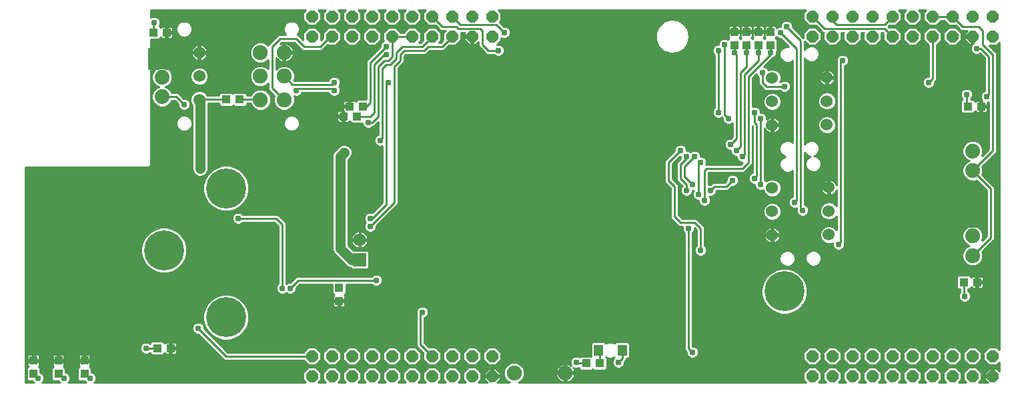
<source format=gbl>
G75*
%MOIN*%
%OFA0B0*%
%FSLAX24Y24*%
%IPPOS*%
%LPD*%
%AMOC8*
5,1,8,0,0,1.08239X$1,22.5*
%
%ADD10OC8,0.0600*%
%ADD11C,0.0740*%
%ADD12R,0.0394X0.0433*%
%ADD13C,0.0650*%
%ADD14R,0.0650X0.0650*%
%ADD15C,0.2000*%
%ADD16C,0.0600*%
%ADD17R,0.0433X0.0394*%
%ADD18R,0.0472X0.0551*%
%ADD19C,0.0750*%
%ADD20C,0.0100*%
%ADD21C,0.0310*%
%ADD22C,0.0500*%
%ADD23C,0.0500*%
%ADD24C,0.0396*%
D10*
X020673Y007393D03*
X021673Y007393D03*
X022673Y007393D03*
X023673Y007393D03*
X024673Y007393D03*
X025673Y007393D03*
X026673Y007393D03*
X027673Y007393D03*
X028673Y007393D03*
X029673Y007393D03*
X029673Y008393D03*
X028673Y008393D03*
X027673Y008393D03*
X026673Y008393D03*
X025673Y008393D03*
X024673Y008393D03*
X023673Y008393D03*
X022673Y008393D03*
X021673Y008393D03*
X020673Y008393D03*
X045673Y008393D03*
X046673Y008393D03*
X047673Y008393D03*
X048673Y008393D03*
X049673Y008393D03*
X050673Y008393D03*
X051673Y008393D03*
X052673Y008393D03*
X053673Y008393D03*
X054673Y008393D03*
X054673Y007393D03*
X053673Y007393D03*
X052673Y007393D03*
X051673Y007393D03*
X050673Y007393D03*
X049673Y007393D03*
X048673Y007393D03*
X047673Y007393D03*
X046673Y007393D03*
X045673Y007393D03*
X045673Y024393D03*
X046673Y024393D03*
X047673Y024393D03*
X048673Y024393D03*
X049673Y024393D03*
X050673Y024393D03*
X051673Y024393D03*
X052673Y024393D03*
X053673Y024393D03*
X054673Y024393D03*
X054673Y025393D03*
X053673Y025393D03*
X052673Y025393D03*
X051673Y025393D03*
X050673Y025393D03*
X049673Y025393D03*
X048673Y025393D03*
X047673Y025393D03*
X046673Y025393D03*
X045673Y025393D03*
X029673Y025393D03*
X028673Y025393D03*
X027673Y025393D03*
X026673Y025393D03*
X025673Y025393D03*
X024673Y025393D03*
X023673Y025393D03*
X022673Y025393D03*
X021673Y025393D03*
X020673Y025393D03*
X020673Y024393D03*
X021673Y024393D03*
X022673Y024393D03*
X023673Y024393D03*
X024673Y024393D03*
X025673Y024393D03*
X026673Y024393D03*
X027673Y024393D03*
X028673Y024393D03*
X029673Y024393D03*
D11*
X013173Y023343D03*
X013173Y022359D03*
X013173Y021375D03*
X053673Y019643D03*
X053673Y018659D03*
X053673Y017675D03*
X053673Y015393D03*
X053673Y014409D03*
X053673Y013425D03*
D12*
X043573Y023959D03*
X042973Y023959D03*
X042373Y023959D03*
X041773Y023959D03*
X041773Y024628D03*
X042373Y024628D03*
X042973Y024628D03*
X043573Y024628D03*
X022023Y011828D03*
X022023Y011159D03*
X009298Y008178D03*
X009298Y007509D03*
X007998Y007509D03*
X007998Y008178D03*
X006748Y008178D03*
X006748Y007509D03*
D13*
X023048Y014218D03*
D14*
X023048Y013218D03*
D15*
X016373Y010343D03*
X013273Y010343D03*
X013273Y013693D03*
X013273Y016793D03*
X016373Y016793D03*
X044273Y011643D03*
X047373Y011643D03*
D16*
X046493Y014473D03*
X046493Y015653D03*
X046493Y016833D03*
X043653Y016813D03*
X043653Y015633D03*
X043653Y014453D03*
X043653Y019953D03*
X043653Y021133D03*
X043653Y022313D03*
X046393Y022333D03*
X046393Y021153D03*
X046393Y019973D03*
X015043Y021223D03*
X015043Y022403D03*
X015043Y023583D03*
D17*
X013407Y024593D03*
X012738Y024593D03*
X016388Y021243D03*
X017057Y021243D03*
X022238Y020393D03*
X022907Y020393D03*
X023207Y020893D03*
X022538Y020893D03*
X013607Y008793D03*
X012938Y008793D03*
X034363Y008043D03*
X035032Y008043D03*
X053238Y012093D03*
X053907Y012093D03*
X054107Y020893D03*
X053438Y020893D03*
D18*
X036163Y008693D03*
X034982Y008693D03*
D19*
X033323Y007553D03*
X030763Y007553D03*
X019273Y021223D03*
X018093Y021223D03*
X018093Y022403D03*
X019273Y022403D03*
X019273Y023583D03*
X018093Y023583D03*
D20*
X006348Y017843D02*
X006348Y007068D01*
X006767Y007068D01*
X006714Y007121D01*
X006705Y007142D01*
X006489Y007142D01*
X006401Y007230D01*
X006401Y007787D01*
X006489Y007875D01*
X006498Y007875D01*
X006494Y007877D01*
X006466Y007905D01*
X006451Y007942D01*
X006451Y008130D01*
X006699Y008130D01*
X006699Y008226D01*
X006451Y008226D01*
X006451Y008414D01*
X006466Y008451D01*
X006494Y008479D01*
X006531Y008494D01*
X006699Y008494D01*
X006699Y008226D01*
X006796Y008226D01*
X007045Y008226D01*
X007045Y008414D01*
X007029Y008451D01*
X007001Y008479D01*
X006965Y008494D01*
X006796Y008494D01*
X006796Y008226D01*
X006796Y008130D01*
X007045Y008130D01*
X007045Y007942D01*
X007029Y007905D01*
X007001Y007877D01*
X006998Y007875D01*
X007007Y007875D01*
X007095Y007787D01*
X007095Y007573D01*
X007146Y007552D01*
X007231Y007466D01*
X007278Y007354D01*
X007278Y007233D01*
X007231Y007121D01*
X007179Y007068D01*
X008067Y007068D01*
X008014Y007121D01*
X008005Y007142D01*
X007739Y007142D01*
X007651Y007230D01*
X007651Y007787D01*
X007739Y007875D01*
X007748Y007875D01*
X007744Y007877D01*
X007716Y007905D01*
X007701Y007942D01*
X007701Y008130D01*
X007949Y008130D01*
X007949Y008226D01*
X007701Y008226D01*
X007701Y008414D01*
X007716Y008451D01*
X007744Y008479D01*
X007781Y008494D01*
X007949Y008494D01*
X007949Y008226D01*
X008046Y008226D01*
X008295Y008226D01*
X008295Y008414D01*
X008279Y008451D01*
X008251Y008479D01*
X008215Y008494D01*
X008046Y008494D01*
X008046Y008226D01*
X008046Y008130D01*
X008295Y008130D01*
X008295Y007942D01*
X008279Y007905D01*
X008251Y007877D01*
X008248Y007875D01*
X008257Y007875D01*
X008345Y007787D01*
X008345Y007594D01*
X008446Y007552D01*
X008531Y007466D01*
X008578Y007354D01*
X008578Y007233D01*
X008531Y007121D01*
X008479Y007068D01*
X009367Y007068D01*
X009314Y007121D01*
X009305Y007142D01*
X009039Y007142D01*
X008951Y007230D01*
X008951Y007787D01*
X009039Y007875D01*
X009048Y007875D01*
X009044Y007877D01*
X009016Y007905D01*
X009001Y007942D01*
X009001Y008130D01*
X009249Y008130D01*
X009249Y008226D01*
X009001Y008226D01*
X009001Y008414D01*
X009016Y008451D01*
X009044Y008479D01*
X009081Y008494D01*
X009249Y008494D01*
X009249Y008226D01*
X009346Y008226D01*
X009595Y008226D01*
X009595Y008414D01*
X009579Y008451D01*
X009551Y008479D01*
X009515Y008494D01*
X009346Y008494D01*
X009346Y008226D01*
X009346Y008130D01*
X009595Y008130D01*
X009595Y007942D01*
X009579Y007905D01*
X009551Y007877D01*
X009548Y007875D01*
X009557Y007875D01*
X009645Y007787D01*
X009645Y007594D01*
X009746Y007552D01*
X009831Y007466D01*
X009878Y007354D01*
X009878Y007233D01*
X009831Y007121D01*
X009779Y007068D01*
X020361Y007068D01*
X020223Y007207D01*
X020223Y007580D01*
X020486Y007843D01*
X020859Y007843D01*
X021123Y007580D01*
X021123Y007207D01*
X020984Y007068D01*
X021361Y007068D01*
X021223Y007207D01*
X021223Y007580D01*
X021486Y007843D01*
X021859Y007843D01*
X022123Y007580D01*
X022123Y007207D01*
X021984Y007068D01*
X022361Y007068D01*
X022223Y007207D01*
X022223Y007580D01*
X022486Y007843D01*
X022859Y007843D01*
X023123Y007580D01*
X023123Y007207D01*
X022984Y007068D01*
X023361Y007068D01*
X023223Y007207D01*
X023223Y007580D01*
X023486Y007843D01*
X023859Y007843D01*
X024123Y007580D01*
X024123Y007207D01*
X023984Y007068D01*
X024361Y007068D01*
X024223Y007207D01*
X024223Y007580D01*
X024486Y007843D01*
X024859Y007843D01*
X025123Y007580D01*
X025123Y007207D01*
X024984Y007068D01*
X025361Y007068D01*
X025223Y007207D01*
X025223Y007580D01*
X025486Y007843D01*
X025859Y007843D01*
X026123Y007580D01*
X026123Y007207D01*
X025984Y007068D01*
X026361Y007068D01*
X026223Y007207D01*
X026223Y007580D01*
X026486Y007843D01*
X026859Y007843D01*
X027123Y007580D01*
X027123Y007207D01*
X026984Y007068D01*
X027361Y007068D01*
X027223Y007207D01*
X027223Y007580D01*
X027486Y007843D01*
X027859Y007843D01*
X028123Y007580D01*
X028123Y007207D01*
X027984Y007068D01*
X028361Y007068D01*
X028223Y007207D01*
X028223Y007580D01*
X028486Y007843D01*
X028859Y007843D01*
X029123Y007580D01*
X029123Y007207D01*
X028984Y007068D01*
X029432Y007068D01*
X029273Y007228D01*
X029273Y007343D01*
X029623Y007343D01*
X029623Y007443D01*
X029273Y007443D01*
X029273Y007559D01*
X029507Y007793D01*
X029623Y007793D01*
X029623Y007443D01*
X029723Y007443D01*
X030073Y007443D01*
X030073Y007559D01*
X029839Y007793D01*
X029723Y007793D01*
X029723Y007443D01*
X029723Y007343D01*
X030073Y007343D01*
X030073Y007228D01*
X029914Y007068D01*
X030562Y007068D01*
X030465Y007108D01*
X030318Y007256D01*
X030238Y007449D01*
X030238Y007658D01*
X030318Y007851D01*
X030465Y007998D01*
X030658Y008078D01*
X030867Y008078D01*
X031060Y007998D01*
X031208Y007851D01*
X031288Y007658D01*
X031288Y007449D01*
X031208Y007256D01*
X031060Y007108D01*
X030964Y007068D01*
X045361Y007068D01*
X045223Y007207D01*
X045223Y007580D01*
X045486Y007843D01*
X045859Y007843D01*
X046123Y007580D01*
X046123Y007207D01*
X045984Y007068D01*
X046361Y007068D01*
X046223Y007207D01*
X046223Y007580D01*
X046486Y007843D01*
X046859Y007843D01*
X047123Y007580D01*
X047123Y007207D01*
X046984Y007068D01*
X047361Y007068D01*
X047223Y007207D01*
X047223Y007580D01*
X047486Y007843D01*
X047859Y007843D01*
X048123Y007580D01*
X048123Y007207D01*
X047984Y007068D01*
X048361Y007068D01*
X048223Y007207D01*
X048223Y007580D01*
X048486Y007843D01*
X048859Y007843D01*
X049123Y007580D01*
X049123Y007207D01*
X048984Y007068D01*
X049361Y007068D01*
X049223Y007207D01*
X049223Y007580D01*
X049486Y007843D01*
X049859Y007843D01*
X050123Y007580D01*
X050123Y007207D01*
X049984Y007068D01*
X050361Y007068D01*
X050223Y007207D01*
X050223Y007580D01*
X050486Y007843D01*
X050859Y007843D01*
X051123Y007580D01*
X051123Y007207D01*
X050984Y007068D01*
X051361Y007068D01*
X051223Y007207D01*
X051223Y007580D01*
X051486Y007843D01*
X051859Y007843D01*
X052123Y007580D01*
X052123Y007207D01*
X051984Y007068D01*
X052361Y007068D01*
X052223Y007207D01*
X052223Y007580D01*
X052486Y007843D01*
X052859Y007843D01*
X053123Y007580D01*
X053123Y007207D01*
X052984Y007068D01*
X053361Y007068D01*
X053223Y007207D01*
X053223Y007580D01*
X053486Y007843D01*
X053859Y007843D01*
X054123Y007580D01*
X054123Y007207D01*
X053984Y007068D01*
X054432Y007068D01*
X054273Y007228D01*
X054273Y007343D01*
X054623Y007343D01*
X054623Y007443D01*
X054273Y007443D01*
X054273Y007559D01*
X054507Y007793D01*
X054623Y007793D01*
X054623Y007443D01*
X054723Y007443D01*
X054723Y007793D01*
X054839Y007793D01*
X054998Y007634D01*
X054998Y008082D01*
X054859Y007943D01*
X054486Y007943D01*
X054223Y008207D01*
X054223Y008580D01*
X054486Y008843D01*
X054859Y008843D01*
X054998Y008705D01*
X054998Y024082D01*
X054859Y023943D01*
X054506Y023943D01*
X054756Y023693D01*
X054756Y023693D01*
X054873Y023576D01*
X054873Y018592D01*
X054154Y017873D01*
X054193Y017778D01*
X054193Y017571D01*
X054154Y017477D01*
X054773Y016858D01*
X054773Y014242D01*
X054656Y014125D01*
X054154Y013623D01*
X054193Y013528D01*
X054193Y013321D01*
X054114Y013130D01*
X053967Y012984D01*
X053776Y012905D01*
X053569Y012905D01*
X053378Y012984D01*
X053232Y013130D01*
X053153Y013321D01*
X053153Y013528D01*
X053232Y013719D01*
X053378Y013866D01*
X053502Y013917D01*
X053378Y013968D01*
X053232Y014114D01*
X053153Y014306D01*
X053153Y014512D01*
X053232Y014704D01*
X053378Y014850D01*
X053569Y014929D01*
X053600Y014929D01*
X053563Y014935D01*
X053492Y014958D01*
X053427Y014991D01*
X053367Y015035D01*
X053314Y015087D01*
X053271Y015147D01*
X053237Y015213D01*
X053214Y015283D01*
X053205Y015343D01*
X053623Y015343D01*
X053623Y015443D01*
X053205Y015443D01*
X053214Y015503D01*
X053237Y015574D01*
X053271Y015640D01*
X053314Y015699D01*
X053367Y015752D01*
X053427Y015795D01*
X053492Y015829D01*
X053563Y015852D01*
X053623Y015861D01*
X053623Y015443D01*
X053723Y015443D01*
X054141Y015443D01*
X054131Y015503D01*
X054108Y015574D01*
X054075Y015640D01*
X054031Y015699D01*
X053979Y015752D01*
X053919Y015795D01*
X053853Y015829D01*
X053783Y015852D01*
X053723Y015861D01*
X053723Y015443D01*
X053723Y015343D01*
X054141Y015343D01*
X054131Y015283D01*
X054108Y015213D01*
X054075Y015147D01*
X054031Y015087D01*
X053979Y015035D01*
X053919Y014991D01*
X053853Y014958D01*
X053783Y014935D01*
X053746Y014929D01*
X053776Y014929D01*
X053967Y014850D01*
X054114Y014704D01*
X054193Y014512D01*
X054193Y014306D01*
X054138Y014173D01*
X054373Y014408D01*
X054373Y016692D01*
X053871Y017194D01*
X053776Y017155D01*
X053569Y017155D01*
X053378Y017234D01*
X053232Y017380D01*
X053153Y017571D01*
X053153Y017778D01*
X053232Y017969D01*
X053378Y018116D01*
X053502Y018167D01*
X053378Y018218D01*
X053232Y018364D01*
X053153Y018556D01*
X053153Y018762D01*
X053232Y018954D01*
X053378Y019100D01*
X053569Y019179D01*
X053600Y019179D01*
X053563Y019185D01*
X053492Y019208D01*
X053427Y019241D01*
X053367Y019285D01*
X053314Y019337D01*
X053271Y019397D01*
X053237Y019463D01*
X053214Y019533D01*
X053205Y019593D01*
X053623Y019593D01*
X053623Y019693D01*
X053205Y019693D01*
X053214Y019753D01*
X053237Y019824D01*
X053271Y019890D01*
X053314Y019949D01*
X053367Y020002D01*
X053427Y020045D01*
X053492Y020079D01*
X053563Y020102D01*
X053623Y020111D01*
X053623Y019693D01*
X053723Y019693D01*
X054141Y019693D01*
X054131Y019753D01*
X054108Y019824D01*
X054075Y019890D01*
X054031Y019949D01*
X053979Y020002D01*
X053919Y020045D01*
X053853Y020079D01*
X053783Y020102D01*
X053723Y020111D01*
X053723Y019693D01*
X053723Y019593D01*
X054141Y019593D01*
X054131Y019533D01*
X054108Y019463D01*
X054075Y019397D01*
X054031Y019337D01*
X053979Y019285D01*
X053919Y019241D01*
X053853Y019208D01*
X053783Y019185D01*
X053746Y019179D01*
X053776Y019179D01*
X053967Y019100D01*
X054114Y018954D01*
X054193Y018762D01*
X054193Y018556D01*
X054138Y018423D01*
X054473Y018758D01*
X054473Y021105D01*
X054434Y021088D01*
X054424Y021088D01*
X054424Y020942D01*
X054156Y020942D01*
X054059Y020942D01*
X054059Y021190D01*
X053871Y021190D01*
X053834Y021175D01*
X053806Y021147D01*
X053805Y021143D01*
X053805Y021152D01*
X053717Y021240D01*
X053573Y021240D01*
X053573Y021262D01*
X053631Y021321D01*
X053678Y021433D01*
X053678Y021554D01*
X053631Y021666D01*
X053546Y021752D01*
X053434Y021798D01*
X053312Y021798D01*
X053200Y021752D01*
X053114Y021666D01*
X053068Y021554D01*
X053068Y021433D01*
X053114Y021321D01*
X053173Y021262D01*
X053173Y021240D01*
X053160Y021240D01*
X053072Y021152D01*
X053072Y020634D01*
X053160Y020546D01*
X053717Y020546D01*
X053805Y020634D01*
X053805Y020643D01*
X053806Y020640D01*
X053834Y020612D01*
X053871Y020596D01*
X054059Y020596D01*
X054059Y020845D01*
X054156Y020845D01*
X054156Y020942D01*
X054156Y021179D01*
X054114Y021221D01*
X054068Y021333D01*
X054068Y021454D01*
X054114Y021566D01*
X054200Y021652D01*
X054273Y021682D01*
X054273Y023310D01*
X054047Y023536D01*
X054046Y023535D01*
X053934Y023488D01*
X053812Y023488D01*
X053700Y023535D01*
X053614Y023621D01*
X053568Y023733D01*
X053568Y023854D01*
X053614Y023966D01*
X053700Y024052D01*
X053723Y024061D01*
X053723Y024343D01*
X053623Y024343D01*
X053623Y023993D01*
X053507Y023993D01*
X053273Y024228D01*
X053273Y024343D01*
X053623Y024343D01*
X053623Y024443D01*
X053273Y024443D01*
X053273Y024559D01*
X053407Y024693D01*
X053090Y024693D01*
X052973Y024810D01*
X052973Y024810D01*
X052840Y024943D01*
X052486Y024943D01*
X052236Y025193D01*
X052109Y025193D01*
X051859Y024943D01*
X051486Y024943D01*
X051223Y025207D01*
X051223Y025580D01*
X051361Y025718D01*
X050984Y025718D01*
X051123Y025580D01*
X051123Y025207D01*
X050859Y024943D01*
X050486Y024943D01*
X050223Y025207D01*
X050223Y025580D01*
X050361Y025718D01*
X049984Y025718D01*
X050123Y025580D01*
X050123Y025207D01*
X049859Y024943D01*
X049506Y024943D01*
X049456Y024893D01*
X049506Y024843D01*
X049859Y024843D01*
X050123Y024580D01*
X050123Y024207D01*
X049859Y023943D01*
X049486Y023943D01*
X049223Y024207D01*
X049223Y024560D01*
X049190Y024593D01*
X049109Y024593D01*
X049123Y024580D01*
X049123Y024207D01*
X048859Y023943D01*
X048486Y023943D01*
X048223Y024207D01*
X048223Y024580D01*
X048236Y024593D01*
X048109Y024593D01*
X048123Y024580D01*
X048123Y024207D01*
X047859Y023943D01*
X047486Y023943D01*
X047223Y024207D01*
X047223Y024580D01*
X047236Y024593D01*
X047109Y024593D01*
X047123Y024580D01*
X047123Y024207D01*
X046859Y023943D01*
X046486Y023943D01*
X046223Y024207D01*
X046223Y024580D01*
X046236Y024593D01*
X046190Y024593D01*
X046073Y024710D01*
X045840Y024943D01*
X045486Y024943D01*
X045223Y025207D01*
X045223Y025580D01*
X045361Y025718D01*
X029984Y025718D01*
X030123Y025580D01*
X030123Y025207D01*
X030032Y025117D01*
X030251Y024898D01*
X030334Y024898D01*
X030446Y024852D01*
X030531Y024766D01*
X030578Y024654D01*
X030578Y024533D01*
X030531Y024421D01*
X030446Y024335D01*
X030334Y024288D01*
X030212Y024288D01*
X030123Y024325D01*
X030123Y024207D01*
X029914Y023998D01*
X030034Y023998D01*
X030146Y023952D01*
X030231Y023866D01*
X030278Y023754D01*
X030278Y023633D01*
X030231Y023521D01*
X030146Y023435D01*
X030034Y023388D01*
X029912Y023388D01*
X029800Y023435D01*
X029741Y023493D01*
X029390Y023493D01*
X029273Y023610D01*
X028973Y023910D01*
X028973Y024128D01*
X028839Y023993D01*
X028723Y023993D01*
X028723Y024343D01*
X028623Y024343D01*
X028623Y023993D01*
X028507Y023993D01*
X028273Y024228D01*
X028273Y024343D01*
X028623Y024343D01*
X028623Y024443D01*
X028273Y024443D01*
X028273Y024559D01*
X028307Y024593D01*
X028109Y024593D01*
X028123Y024580D01*
X028123Y024207D01*
X027859Y023943D01*
X027506Y023943D01*
X027256Y023693D01*
X026556Y023693D01*
X026356Y023493D01*
X025356Y023493D01*
X025273Y023410D01*
X025273Y023110D01*
X025156Y022993D01*
X024973Y022810D01*
X024973Y016010D01*
X024856Y015893D01*
X023878Y014915D01*
X023878Y014833D01*
X023831Y014721D01*
X023746Y014635D01*
X023634Y014588D01*
X023512Y014588D01*
X023400Y014635D01*
X023314Y014721D01*
X023268Y014833D01*
X023268Y014954D01*
X023314Y015066D01*
X023341Y015093D01*
X023314Y015121D01*
X023268Y015233D01*
X023268Y015354D01*
X023314Y015466D01*
X023400Y015552D01*
X023512Y015598D01*
X023634Y015598D01*
X023677Y015580D01*
X024173Y016076D01*
X024173Y018905D01*
X024134Y018888D01*
X024012Y018888D01*
X023900Y018935D01*
X023814Y019021D01*
X023768Y019133D01*
X023768Y019254D01*
X023814Y019366D01*
X023900Y019452D01*
X023973Y019482D01*
X023973Y020110D01*
X023873Y020010D01*
X023756Y019893D01*
X023704Y019893D01*
X023646Y019835D01*
X023534Y019788D01*
X023412Y019788D01*
X023300Y019835D01*
X023214Y019921D01*
X023168Y020033D01*
X023168Y020046D01*
X022629Y020046D01*
X022541Y020134D01*
X022541Y020143D01*
X022539Y020140D01*
X022511Y020112D01*
X022475Y020096D01*
X022287Y020096D01*
X022287Y020345D01*
X022190Y020345D01*
X022190Y020096D01*
X022002Y020096D01*
X021965Y020112D01*
X021937Y020140D01*
X021922Y020177D01*
X021922Y020345D01*
X022190Y020345D01*
X022190Y020442D01*
X022190Y020690D01*
X022002Y020690D01*
X021965Y020675D01*
X021937Y020647D01*
X021922Y020610D01*
X021922Y020442D01*
X022190Y020442D01*
X022287Y020442D01*
X022287Y020603D01*
X022265Y020612D01*
X022237Y020640D01*
X022222Y020677D01*
X022222Y020845D01*
X022490Y020845D01*
X022490Y020942D01*
X022490Y021190D01*
X022302Y021190D01*
X022265Y021175D01*
X022237Y021147D01*
X022222Y021110D01*
X022222Y020942D01*
X022490Y020942D01*
X022587Y020942D01*
X022587Y021190D01*
X022775Y021190D01*
X022811Y021175D01*
X022839Y021147D01*
X022841Y021143D01*
X022841Y021152D01*
X022929Y021240D01*
X023373Y021240D01*
X023373Y023176D01*
X024068Y023871D01*
X024068Y023954D01*
X024114Y024066D01*
X024200Y024152D01*
X024255Y024175D01*
X024223Y024207D01*
X024223Y024580D01*
X024486Y024843D01*
X024859Y024843D01*
X025109Y024593D01*
X025236Y024593D01*
X025486Y024843D01*
X025859Y024843D01*
X026123Y024580D01*
X026123Y024207D01*
X026009Y024093D01*
X026090Y024093D01*
X026223Y024226D01*
X026223Y024580D01*
X026486Y024843D01*
X026859Y024843D01*
X027123Y024580D01*
X027123Y024207D01*
X027009Y024093D01*
X027090Y024093D01*
X027223Y024226D01*
X027223Y024580D01*
X027336Y024693D01*
X027090Y024693D01*
X026973Y024810D01*
X026840Y024943D01*
X026486Y024943D01*
X026223Y025207D01*
X026223Y025580D01*
X026361Y025718D01*
X025984Y025718D01*
X026123Y025580D01*
X026123Y025207D01*
X025859Y024943D01*
X025486Y024943D01*
X025223Y025207D01*
X025223Y025580D01*
X025361Y025718D01*
X024984Y025718D01*
X025123Y025580D01*
X025123Y025207D01*
X024859Y024943D01*
X024486Y024943D01*
X024223Y025207D01*
X024223Y025580D01*
X024361Y025718D01*
X023984Y025718D01*
X024123Y025580D01*
X024123Y025207D01*
X023859Y024943D01*
X023486Y024943D01*
X023223Y025207D01*
X023223Y025580D01*
X023361Y025718D01*
X022984Y025718D01*
X023123Y025580D01*
X023123Y025207D01*
X022859Y024943D01*
X022486Y024943D01*
X022223Y025207D01*
X022223Y025580D01*
X022361Y025718D01*
X021984Y025718D01*
X022123Y025580D01*
X022123Y025207D01*
X021859Y024943D01*
X021486Y024943D01*
X021223Y025207D01*
X021223Y025580D01*
X021361Y025718D01*
X020984Y025718D01*
X021123Y025580D01*
X021123Y025207D01*
X020859Y024943D01*
X020486Y024943D01*
X020223Y025207D01*
X020223Y025580D01*
X020361Y025718D01*
X012623Y025718D01*
X012623Y025361D01*
X012712Y025398D01*
X012834Y025398D01*
X012946Y025352D01*
X013031Y025266D01*
X013078Y025154D01*
X013078Y025033D01*
X013033Y024924D01*
X013105Y024852D01*
X013105Y024843D01*
X013106Y024847D01*
X013134Y024875D01*
X013171Y024890D01*
X013359Y024890D01*
X013359Y024642D01*
X013456Y024642D01*
X013456Y024890D01*
X013644Y024890D01*
X013681Y024875D01*
X013709Y024847D01*
X013724Y024810D01*
X013724Y024642D01*
X013456Y024642D01*
X013456Y024545D01*
X013724Y024545D01*
X013724Y024377D01*
X013709Y024340D01*
X013681Y024312D01*
X013644Y024296D01*
X013456Y024296D01*
X013456Y024545D01*
X013359Y024545D01*
X013359Y024296D01*
X013171Y024296D01*
X013134Y024312D01*
X013106Y024340D01*
X013105Y024343D01*
X013105Y024334D01*
X013017Y024246D01*
X012623Y024246D01*
X012623Y017960D01*
X012506Y017843D01*
X006348Y017843D01*
X006348Y017827D02*
X014673Y017827D01*
X014673Y017925D02*
X012588Y017925D01*
X012623Y018024D02*
X014673Y018024D01*
X014673Y018122D02*
X012623Y018122D01*
X012623Y018221D02*
X014673Y018221D01*
X014673Y018319D02*
X012623Y018319D01*
X012623Y018418D02*
X014673Y018418D01*
X014673Y018516D02*
X012623Y018516D01*
X012623Y018615D02*
X014673Y018615D01*
X014673Y018713D02*
X012623Y018713D01*
X012623Y018812D02*
X014673Y018812D01*
X014673Y018910D02*
X012623Y018910D01*
X012623Y019009D02*
X014673Y019009D01*
X014673Y019107D02*
X012623Y019107D01*
X012623Y019206D02*
X014673Y019206D01*
X014673Y019304D02*
X012623Y019304D01*
X012623Y019403D02*
X014673Y019403D01*
X014673Y019501D02*
X012623Y019501D01*
X012623Y019600D02*
X014673Y019600D01*
X014673Y019698D02*
X014485Y019698D01*
X014499Y019704D02*
X014612Y019817D01*
X014673Y019964D01*
X014673Y020123D01*
X014612Y020270D01*
X014499Y020382D01*
X014352Y020443D01*
X014193Y020443D01*
X014046Y020382D01*
X013934Y020270D01*
X013873Y020123D01*
X013873Y019964D01*
X013934Y019817D01*
X014046Y019704D01*
X014193Y019643D01*
X014352Y019643D01*
X014499Y019704D01*
X014592Y019797D02*
X014673Y019797D01*
X014673Y019895D02*
X014645Y019895D01*
X014673Y019994D02*
X014673Y019994D01*
X014673Y020092D02*
X014673Y020092D01*
X014673Y020191D02*
X014645Y020191D01*
X014673Y020289D02*
X014592Y020289D01*
X014673Y020388D02*
X014486Y020388D01*
X014673Y020486D02*
X012623Y020486D01*
X012623Y020388D02*
X014059Y020388D01*
X013953Y020289D02*
X012623Y020289D01*
X012623Y020191D02*
X013901Y020191D01*
X013873Y020092D02*
X012623Y020092D01*
X012623Y019994D02*
X013873Y019994D01*
X013901Y019895D02*
X012623Y019895D01*
X012623Y019797D02*
X013954Y019797D01*
X014060Y019698D02*
X012623Y019698D01*
X012623Y020585D02*
X014673Y020585D01*
X014673Y020683D02*
X012623Y020683D01*
X012623Y020782D02*
X014053Y020782D01*
X014014Y020821D02*
X014100Y020735D01*
X014212Y020688D01*
X014334Y020688D01*
X014446Y020735D01*
X014531Y020821D01*
X014578Y020933D01*
X014578Y021054D01*
X014531Y021166D01*
X014446Y021252D01*
X014334Y021298D01*
X014251Y021298D01*
X013974Y021575D01*
X013653Y021575D01*
X013614Y021669D01*
X013467Y021816D01*
X013344Y021867D01*
X013467Y021918D01*
X013614Y022064D01*
X013693Y022256D01*
X013693Y022462D01*
X013614Y022654D01*
X013467Y022800D01*
X013276Y022879D01*
X013246Y022879D01*
X013283Y022885D01*
X013353Y022908D01*
X013419Y022941D01*
X013479Y022985D01*
X013531Y023037D01*
X013575Y023097D01*
X013608Y023163D01*
X013631Y023233D01*
X013641Y023293D01*
X013223Y023293D01*
X013223Y023393D01*
X013641Y023393D01*
X013631Y023453D01*
X013608Y023524D01*
X013575Y023590D01*
X013531Y023649D01*
X013479Y023702D01*
X013419Y023745D01*
X013353Y023779D01*
X013283Y023802D01*
X013223Y023811D01*
X013223Y023393D01*
X013123Y023393D01*
X013123Y023293D01*
X012705Y023293D01*
X012714Y023233D01*
X012737Y023163D01*
X012771Y023097D01*
X012814Y023037D01*
X012867Y022985D01*
X012927Y022941D01*
X012992Y022908D01*
X013063Y022885D01*
X013100Y022879D01*
X013069Y022879D01*
X012878Y022800D01*
X012732Y022654D01*
X012653Y022462D01*
X012653Y022256D01*
X012732Y022064D01*
X012878Y021918D01*
X013002Y021867D01*
X012878Y021816D01*
X012732Y021669D01*
X012653Y021478D01*
X012653Y021271D01*
X012732Y021080D01*
X012878Y020934D01*
X013069Y020855D01*
X013276Y020855D01*
X013467Y020934D01*
X013614Y021080D01*
X013653Y021175D01*
X013808Y021175D01*
X013968Y021015D01*
X013968Y020933D01*
X014014Y020821D01*
X013989Y020880D02*
X013338Y020880D01*
X013512Y020979D02*
X013968Y020979D01*
X013906Y021077D02*
X013611Y021077D01*
X013891Y021375D02*
X013173Y021375D01*
X012691Y021570D02*
X012623Y021570D01*
X012623Y021668D02*
X012732Y021668D01*
X012829Y021767D02*
X012623Y021767D01*
X012623Y021865D02*
X012998Y021865D01*
X012833Y021964D02*
X012623Y021964D01*
X012623Y022062D02*
X012734Y022062D01*
X012692Y022161D02*
X012623Y022161D01*
X012623Y022259D02*
X012653Y022259D01*
X012653Y022358D02*
X012623Y022358D01*
X012623Y022456D02*
X012653Y022456D01*
X012623Y022555D02*
X012691Y022555D01*
X012732Y022653D02*
X012623Y022653D01*
X012623Y022752D02*
X012830Y022752D01*
X012993Y022793D02*
X012523Y022793D01*
X012523Y023793D01*
X013673Y023793D01*
X013673Y022793D01*
X013353Y022793D01*
X013266Y022829D01*
X013079Y022829D01*
X012993Y022793D01*
X013000Y022850D02*
X012623Y022850D01*
X012623Y022949D02*
X012916Y022949D01*
X012807Y023047D02*
X012623Y023047D01*
X012623Y023146D02*
X012746Y023146D01*
X012713Y023244D02*
X012623Y023244D01*
X012623Y023343D02*
X013123Y023343D01*
X013123Y023393D02*
X012705Y023393D01*
X012714Y023453D01*
X012737Y023524D01*
X012771Y023590D01*
X012814Y023649D01*
X012867Y023702D01*
X012927Y023745D01*
X012992Y023779D01*
X013063Y023802D01*
X013123Y023811D01*
X013123Y023393D01*
X013123Y023441D02*
X013223Y023441D01*
X013223Y023343D02*
X014722Y023343D01*
X014732Y023328D02*
X014788Y023273D01*
X014853Y023229D01*
X014926Y023199D01*
X014993Y023185D01*
X014993Y023533D01*
X015093Y023533D01*
X015093Y023185D01*
X015160Y023199D01*
X015232Y023229D01*
X015298Y023273D01*
X015354Y023328D01*
X015397Y023394D01*
X015427Y023467D01*
X015441Y023533D01*
X015093Y023533D01*
X015093Y023633D01*
X015441Y023633D01*
X015427Y023700D01*
X015397Y023773D01*
X015354Y023838D01*
X015298Y023894D01*
X015232Y023938D01*
X015160Y023968D01*
X015093Y023981D01*
X015093Y023633D01*
X014993Y023633D01*
X014993Y023533D01*
X014645Y023533D01*
X014658Y023467D01*
X014688Y023394D01*
X014732Y023328D01*
X014830Y023244D02*
X013633Y023244D01*
X013673Y023244D02*
X012523Y023244D01*
X012523Y023146D02*
X013673Y023146D01*
X013600Y023146D02*
X017788Y023146D01*
X017795Y023138D02*
X017988Y023058D01*
X018197Y023058D01*
X018390Y023138D01*
X018473Y023221D01*
X018473Y022766D01*
X018390Y022848D01*
X018197Y022928D01*
X017988Y022928D01*
X017795Y022848D01*
X017648Y022701D01*
X017568Y022508D01*
X017568Y022299D01*
X017648Y022106D01*
X017795Y021958D01*
X017988Y021878D01*
X018197Y021878D01*
X018390Y021958D01*
X018473Y022041D01*
X018473Y021740D01*
X018788Y021425D01*
X018748Y021328D01*
X018748Y021119D01*
X018828Y020926D01*
X018975Y020778D01*
X019168Y020698D01*
X019377Y020698D01*
X019570Y020778D01*
X019718Y020926D01*
X019798Y021119D01*
X019798Y021328D01*
X019765Y021408D01*
X019812Y021388D01*
X019934Y021388D01*
X020046Y021435D01*
X020131Y021521D01*
X020162Y021593D01*
X021484Y021593D01*
X021514Y021521D01*
X021600Y021435D01*
X021712Y021388D01*
X021834Y021388D01*
X021946Y021435D01*
X022031Y021521D01*
X022078Y021633D01*
X022078Y021754D01*
X022031Y021866D01*
X022004Y021893D01*
X022031Y021921D01*
X022078Y022033D01*
X022078Y022154D01*
X022031Y022266D01*
X021946Y022352D01*
X021834Y022398D01*
X021712Y022398D01*
X021600Y022352D01*
X021514Y022266D01*
X021484Y022193D01*
X019766Y022193D01*
X019757Y022201D01*
X019798Y022299D01*
X019798Y022508D01*
X019718Y022701D01*
X019570Y022848D01*
X019377Y022928D01*
X019168Y022928D01*
X018975Y022848D01*
X018873Y022746D01*
X018873Y023326D01*
X018911Y023274D01*
X018963Y023221D01*
X019024Y023177D01*
X019090Y023143D01*
X019162Y023120D01*
X019223Y023110D01*
X019223Y023533D01*
X019323Y023533D01*
X019323Y023110D01*
X019384Y023120D01*
X019455Y023143D01*
X019522Y023177D01*
X019582Y023221D01*
X019635Y023274D01*
X019679Y023334D01*
X019713Y023401D01*
X019736Y023472D01*
X019746Y023533D01*
X019323Y023533D01*
X019323Y023633D01*
X019746Y023633D01*
X019736Y023695D01*
X019713Y023766D01*
X019679Y023832D01*
X019635Y023893D01*
X019582Y023946D01*
X019522Y023990D01*
X019455Y024024D01*
X019384Y024047D01*
X019323Y024056D01*
X019323Y023633D01*
X019223Y023633D01*
X019223Y024056D01*
X019162Y024047D01*
X019090Y024024D01*
X019081Y024019D01*
X019156Y024093D01*
X019790Y024093D01*
X020190Y023693D01*
X021156Y023693D01*
X021273Y023810D01*
X021446Y023984D01*
X021486Y023943D01*
X021859Y023943D01*
X022123Y024207D01*
X022123Y024580D01*
X021859Y024843D01*
X021486Y024843D01*
X021223Y024580D01*
X021223Y024326D01*
X021123Y024226D01*
X021123Y024580D01*
X020859Y024843D01*
X020486Y024843D01*
X020223Y024580D01*
X020223Y024226D01*
X020073Y024376D01*
X019956Y024493D01*
X019939Y024493D01*
X019982Y024537D01*
X020043Y024684D01*
X020043Y024843D01*
X019982Y024990D01*
X019869Y025102D01*
X019722Y025163D01*
X019563Y025163D01*
X019416Y025102D01*
X019304Y024990D01*
X019243Y024843D01*
X019243Y024684D01*
X019304Y024537D01*
X019347Y024493D01*
X018990Y024493D01*
X018590Y024093D01*
X018473Y023976D01*
X018473Y023946D01*
X018390Y024028D01*
X018197Y024108D01*
X017988Y024108D01*
X017795Y024028D01*
X017648Y023881D01*
X017568Y023688D01*
X017568Y023479D01*
X017648Y023286D01*
X017795Y023138D01*
X017689Y023244D02*
X015256Y023244D01*
X015363Y023343D02*
X017624Y023343D01*
X017583Y023441D02*
X015417Y023441D01*
X015440Y023638D02*
X017568Y023638D01*
X017568Y023540D02*
X015093Y023540D01*
X015093Y023638D02*
X014993Y023638D01*
X014993Y023633D02*
X014993Y023981D01*
X014926Y023968D01*
X014853Y023938D01*
X014788Y023894D01*
X014732Y023838D01*
X014688Y023773D01*
X014658Y023700D01*
X014645Y023633D01*
X014993Y023633D01*
X014993Y023540D02*
X013600Y023540D01*
X013673Y023540D02*
X012523Y023540D01*
X012523Y023638D02*
X013673Y023638D01*
X013673Y023737D02*
X012523Y023737D01*
X012623Y023737D02*
X012915Y023737D01*
X012806Y023638D02*
X012623Y023638D01*
X012623Y023540D02*
X012745Y023540D01*
X012713Y023441D02*
X012623Y023441D01*
X012523Y023441D02*
X013673Y023441D01*
X013633Y023441D02*
X014669Y023441D01*
X014646Y023638D02*
X013539Y023638D01*
X013431Y023737D02*
X014673Y023737D01*
X014730Y023835D02*
X012623Y023835D01*
X012623Y023934D02*
X014847Y023934D01*
X014993Y023934D02*
X015093Y023934D01*
X015093Y023835D02*
X014993Y023835D01*
X014993Y023737D02*
X015093Y023737D01*
X015238Y023934D02*
X017701Y023934D01*
X017629Y023835D02*
X015355Y023835D01*
X015412Y023737D02*
X017588Y023737D01*
X017805Y024032D02*
X012623Y024032D01*
X012623Y024131D02*
X018628Y024131D01*
X018726Y024229D02*
X012623Y024229D01*
X012738Y024593D02*
X012738Y025059D01*
X012773Y025093D01*
X013053Y025214D02*
X020223Y025214D01*
X020223Y025313D02*
X012985Y025313D01*
X013078Y025116D02*
X014079Y025116D01*
X014046Y025102D02*
X013934Y024990D01*
X013873Y024843D01*
X013873Y024684D01*
X013934Y024537D01*
X014046Y024424D01*
X014193Y024363D01*
X014352Y024363D01*
X014499Y024424D01*
X014612Y024537D01*
X014673Y024684D01*
X014673Y024843D01*
X014612Y024990D01*
X014499Y025102D01*
X014352Y025163D01*
X014193Y025163D01*
X014046Y025102D01*
X013961Y025017D02*
X013072Y025017D01*
X013038Y024919D02*
X013904Y024919D01*
X013873Y024820D02*
X013720Y024820D01*
X013724Y024722D02*
X013873Y024722D01*
X013898Y024623D02*
X013456Y024623D01*
X013456Y024525D02*
X013359Y024525D01*
X013359Y024426D02*
X013456Y024426D01*
X013456Y024328D02*
X013359Y024328D01*
X013118Y024328D02*
X013098Y024328D01*
X013359Y024722D02*
X013456Y024722D01*
X013456Y024820D02*
X013359Y024820D01*
X013724Y024525D02*
X013946Y024525D01*
X014044Y024426D02*
X013724Y024426D01*
X013697Y024328D02*
X018825Y024328D01*
X018923Y024426D02*
X014502Y024426D01*
X014600Y024525D02*
X019316Y024525D01*
X019268Y024623D02*
X014648Y024623D01*
X014673Y024722D02*
X019243Y024722D01*
X019243Y024820D02*
X014673Y024820D01*
X014641Y024919D02*
X019274Y024919D01*
X019331Y025017D02*
X014584Y025017D01*
X014467Y025116D02*
X019449Y025116D01*
X019837Y025116D02*
X020314Y025116D01*
X020412Y025017D02*
X019954Y025017D01*
X020011Y024919D02*
X026864Y024919D01*
X026882Y024820D02*
X026963Y024820D01*
X026981Y024722D02*
X027061Y024722D01*
X027079Y024623D02*
X027266Y024623D01*
X027223Y024525D02*
X027123Y024525D01*
X027123Y024426D02*
X027223Y024426D01*
X027223Y024328D02*
X027123Y024328D01*
X027123Y024229D02*
X027223Y024229D01*
X027128Y024131D02*
X027047Y024131D01*
X027173Y023893D02*
X026473Y023893D01*
X026273Y023693D01*
X025273Y023693D01*
X025073Y023493D01*
X025073Y023193D01*
X024773Y022893D01*
X024773Y016093D01*
X023573Y014893D01*
X023873Y015193D01*
X024031Y015069D02*
X038814Y015069D01*
X038716Y015167D02*
X024130Y015167D01*
X024228Y015266D02*
X038617Y015266D01*
X038573Y015310D02*
X038690Y015193D01*
X038990Y014893D01*
X039184Y014893D01*
X039168Y014854D01*
X039168Y014733D01*
X039214Y014621D01*
X039273Y014562D01*
X039273Y008710D01*
X039368Y008615D01*
X039368Y008533D01*
X039414Y008421D01*
X039500Y008335D01*
X039612Y008288D01*
X039734Y008288D01*
X039846Y008335D01*
X039931Y008421D01*
X039978Y008533D01*
X039978Y008654D01*
X039931Y008766D01*
X039846Y008852D01*
X039734Y008898D01*
X039673Y008898D01*
X039673Y014562D01*
X039731Y014621D01*
X039778Y014733D01*
X039778Y014805D01*
X039873Y014710D01*
X039873Y013925D01*
X039814Y013866D01*
X039768Y013754D01*
X039768Y013633D01*
X039814Y013521D01*
X039900Y013435D01*
X040012Y013388D01*
X040134Y013388D01*
X040246Y013435D01*
X040331Y013521D01*
X040378Y013633D01*
X040378Y013754D01*
X040331Y013866D01*
X040273Y013925D01*
X040273Y014876D01*
X039973Y015176D01*
X039856Y015293D01*
X039156Y015293D01*
X038973Y015476D01*
X038973Y016976D01*
X038673Y017276D01*
X038673Y018010D01*
X039051Y018388D01*
X039068Y018388D01*
X039068Y018333D01*
X039086Y018289D01*
X038873Y018076D01*
X038873Y017210D01*
X038990Y017093D01*
X039166Y016918D01*
X039114Y016866D01*
X039068Y016754D01*
X039068Y016633D01*
X039114Y016521D01*
X039200Y016435D01*
X039312Y016388D01*
X039434Y016388D01*
X039546Y016435D01*
X039631Y016521D01*
X039678Y016633D01*
X039678Y016688D01*
X039734Y016688D01*
X039739Y016690D01*
X039714Y016666D01*
X039668Y016554D01*
X039668Y016433D01*
X039714Y016321D01*
X039800Y016235D01*
X039912Y016188D01*
X039968Y016188D01*
X039968Y016133D01*
X040014Y016021D01*
X040100Y015935D01*
X040212Y015888D01*
X040334Y015888D01*
X040446Y015935D01*
X040531Y016021D01*
X040578Y016133D01*
X040578Y016254D01*
X040531Y016366D01*
X040507Y016390D01*
X040512Y016388D01*
X040634Y016388D01*
X040746Y016435D01*
X040831Y016521D01*
X040878Y016633D01*
X040878Y016693D01*
X041456Y016693D01*
X041651Y016888D01*
X041734Y016888D01*
X041846Y016935D01*
X041931Y017021D01*
X041978Y017133D01*
X041978Y017254D01*
X041931Y017366D01*
X041846Y017452D01*
X041734Y017498D01*
X041612Y017498D01*
X041500Y017452D01*
X041414Y017366D01*
X041368Y017254D01*
X041368Y017171D01*
X041290Y017093D01*
X040690Y017093D01*
X040595Y016998D01*
X040512Y016998D01*
X040473Y016982D01*
X040473Y017593D01*
X042256Y017593D01*
X042556Y017893D01*
X042673Y018010D01*
X042673Y019910D01*
X042673Y017582D01*
X042600Y017552D01*
X042514Y017466D01*
X042468Y017354D01*
X042468Y017233D01*
X042514Y017121D01*
X042600Y017035D01*
X042712Y016988D01*
X042768Y016988D01*
X042768Y016933D01*
X042814Y016821D01*
X042900Y016735D01*
X043012Y016688D01*
X043134Y016688D01*
X043205Y016718D01*
X043271Y016558D01*
X043398Y016432D01*
X043563Y016363D01*
X043742Y016363D01*
X043908Y016432D01*
X044034Y016558D01*
X044103Y016724D01*
X044103Y016903D01*
X044034Y017068D01*
X043908Y017195D01*
X043742Y017263D01*
X043563Y017263D01*
X043398Y017195D01*
X043342Y017139D01*
X043331Y017166D01*
X043273Y017225D01*
X043273Y019825D01*
X043298Y019764D01*
X043342Y019698D01*
X043398Y019643D01*
X043463Y019599D01*
X043536Y019569D01*
X043603Y019555D01*
X043603Y019903D01*
X043703Y019903D01*
X043703Y019555D01*
X043770Y019569D01*
X043842Y019599D01*
X043908Y019643D01*
X043964Y019698D01*
X044007Y019764D01*
X044037Y019837D01*
X044051Y019903D01*
X043703Y019903D01*
X043703Y020003D01*
X044051Y020003D01*
X044037Y020070D01*
X044007Y020143D01*
X043964Y020208D01*
X043908Y020264D01*
X043842Y020308D01*
X043770Y020338D01*
X043703Y020351D01*
X043703Y020003D01*
X043603Y020003D01*
X043603Y020351D01*
X043536Y020338D01*
X043463Y020308D01*
X043398Y020264D01*
X043378Y020244D01*
X043378Y020354D01*
X043331Y020466D01*
X043246Y020552D01*
X043134Y020598D01*
X043078Y020598D01*
X043078Y020654D01*
X043031Y020766D01*
X042946Y020852D01*
X042834Y020898D01*
X042712Y020898D01*
X042673Y020882D01*
X042673Y022310D01*
X042876Y022513D01*
X042914Y022421D01*
X042973Y022362D01*
X042973Y022010D01*
X043173Y021810D01*
X043290Y021693D01*
X044041Y021693D01*
X044100Y021635D01*
X044212Y021588D01*
X044334Y021588D01*
X044446Y021635D01*
X044531Y021721D01*
X044578Y021833D01*
X044578Y021954D01*
X044531Y022066D01*
X044446Y022152D01*
X044334Y022198D01*
X044212Y022198D01*
X044100Y022152D01*
X044054Y022106D01*
X044103Y022224D01*
X044103Y022403D01*
X044034Y022568D01*
X043908Y022695D01*
X043742Y022763D01*
X043563Y022763D01*
X043452Y022717D01*
X043431Y022766D01*
X043346Y022852D01*
X043253Y022890D01*
X043656Y023293D01*
X043663Y023300D01*
X043746Y023335D01*
X043831Y023421D01*
X043878Y023533D01*
X043878Y023638D01*
X043920Y023680D01*
X043920Y024237D01*
X043832Y024325D01*
X043823Y024325D01*
X043826Y024327D01*
X043854Y024355D01*
X043862Y024373D01*
X043900Y024335D01*
X044012Y024288D01*
X044095Y024288D01*
X044490Y023893D01*
X044343Y023893D01*
X044196Y023832D01*
X044084Y023720D01*
X044023Y023573D01*
X044023Y023414D01*
X044084Y023267D01*
X044196Y023154D01*
X044343Y023093D01*
X044502Y023093D01*
X044649Y023154D01*
X044673Y023178D01*
X044673Y019089D01*
X044649Y019112D01*
X044502Y019173D01*
X044343Y019173D01*
X044196Y019112D01*
X044084Y019000D01*
X044023Y018853D01*
X044023Y018694D01*
X044084Y018547D01*
X044196Y018434D01*
X044319Y018383D01*
X044196Y018332D01*
X044084Y018220D01*
X044023Y018073D01*
X044023Y017914D01*
X044084Y017767D01*
X044196Y017654D01*
X044343Y017593D01*
X044502Y017593D01*
X044649Y017654D01*
X044673Y017678D01*
X044673Y016382D01*
X044600Y016352D01*
X044514Y016266D01*
X044468Y016154D01*
X044468Y016033D01*
X044514Y015921D01*
X044600Y015835D01*
X044712Y015788D01*
X044834Y015788D01*
X044873Y015805D01*
X044873Y015766D01*
X044868Y015754D01*
X044868Y015633D01*
X044914Y015521D01*
X045000Y015435D01*
X045112Y015388D01*
X045234Y015388D01*
X045346Y015435D01*
X045431Y015521D01*
X045478Y015633D01*
X045478Y015754D01*
X045431Y015866D01*
X045346Y015952D01*
X045273Y015982D01*
X045273Y018593D01*
X045284Y018567D01*
X045396Y018454D01*
X045543Y018393D01*
X045595Y018393D01*
X045496Y018352D01*
X045384Y018240D01*
X045323Y018093D01*
X045323Y017934D01*
X045384Y017787D01*
X045496Y017674D01*
X045643Y017613D01*
X045802Y017613D01*
X045949Y017674D01*
X046062Y017787D01*
X046123Y017934D01*
X046123Y018093D01*
X046062Y018240D01*
X045949Y018352D01*
X045802Y018413D01*
X045751Y018413D01*
X045849Y018454D01*
X045962Y018567D01*
X046023Y018714D01*
X046023Y018873D01*
X045962Y019020D01*
X045849Y019132D01*
X045702Y019193D01*
X045543Y019193D01*
X045396Y019132D01*
X045284Y019020D01*
X045273Y018994D01*
X045273Y023313D01*
X045284Y023287D01*
X045396Y023174D01*
X045543Y023113D01*
X045702Y023113D01*
X045849Y023174D01*
X045962Y023287D01*
X046023Y023434D01*
X046023Y023593D01*
X045962Y023740D01*
X045849Y023852D01*
X045702Y023913D01*
X045543Y023913D01*
X045396Y023852D01*
X045284Y023740D01*
X045273Y023714D01*
X045273Y024157D01*
X045486Y023943D01*
X045859Y023943D01*
X046123Y024207D01*
X046123Y024580D01*
X045859Y024843D01*
X045486Y024843D01*
X045223Y024580D01*
X045223Y024326D01*
X045156Y024393D01*
X044678Y024871D01*
X044678Y024954D01*
X044631Y025066D01*
X044546Y025152D01*
X044434Y025198D01*
X044312Y025198D01*
X044200Y025152D01*
X044114Y025066D01*
X044068Y024954D01*
X044068Y024898D01*
X044012Y024898D01*
X043900Y024852D01*
X043870Y024821D01*
X043870Y024864D01*
X043854Y024901D01*
X043826Y024929D01*
X043790Y024944D01*
X043621Y024944D01*
X043621Y024676D01*
X043524Y024676D01*
X043524Y024580D01*
X043276Y024580D01*
X043276Y024392D01*
X043291Y024355D01*
X043319Y024327D01*
X043323Y024325D01*
X043314Y024325D01*
X043273Y024284D01*
X043232Y024325D01*
X043223Y024325D01*
X043226Y024327D01*
X043254Y024355D01*
X043270Y024392D01*
X043270Y024580D01*
X043021Y024580D01*
X043021Y024676D01*
X043270Y024676D01*
X043270Y024864D01*
X043254Y024901D01*
X043226Y024929D01*
X043190Y024944D01*
X043021Y024944D01*
X043021Y024676D01*
X042924Y024676D01*
X042924Y024580D01*
X042676Y024580D01*
X042676Y024392D01*
X042691Y024355D01*
X042719Y024327D01*
X042723Y024325D01*
X042714Y024325D01*
X042673Y024284D01*
X042632Y024325D01*
X042623Y024325D01*
X042626Y024327D01*
X042654Y024355D01*
X042670Y024392D01*
X042670Y024580D01*
X042421Y024580D01*
X042421Y024676D01*
X042670Y024676D01*
X042670Y024864D01*
X042654Y024901D01*
X042626Y024929D01*
X042590Y024944D01*
X042421Y024944D01*
X042421Y024676D01*
X042324Y024676D01*
X042324Y024580D01*
X042076Y024580D01*
X042076Y024392D01*
X042091Y024355D01*
X042119Y024327D01*
X042123Y024325D01*
X042114Y024325D01*
X042073Y024284D01*
X042032Y024325D01*
X042023Y024325D01*
X042026Y024327D01*
X042054Y024355D01*
X042070Y024392D01*
X042070Y024580D01*
X041821Y024580D01*
X041821Y024676D01*
X042070Y024676D01*
X042070Y024864D01*
X042054Y024901D01*
X042026Y024929D01*
X041990Y024944D01*
X041821Y024944D01*
X041821Y024676D01*
X041724Y024676D01*
X041724Y024580D01*
X041476Y024580D01*
X041476Y024392D01*
X041491Y024355D01*
X041519Y024327D01*
X041523Y024325D01*
X041514Y024325D01*
X041442Y024253D01*
X041334Y024298D01*
X041212Y024298D01*
X041100Y024252D01*
X041014Y024166D01*
X040968Y024054D01*
X040968Y023998D01*
X040912Y023998D01*
X040800Y023952D01*
X040714Y023866D01*
X040668Y023754D01*
X040668Y023633D01*
X040714Y023521D01*
X040773Y023462D01*
X040773Y020825D01*
X040714Y020766D01*
X040668Y020654D01*
X040668Y020533D01*
X040714Y020421D01*
X040800Y020335D01*
X040912Y020288D01*
X041034Y020288D01*
X041146Y020335D01*
X041147Y020336D01*
X041168Y020315D01*
X041168Y020233D01*
X041214Y020121D01*
X041300Y020035D01*
X041412Y019988D01*
X041534Y019988D01*
X041646Y020035D01*
X041673Y020062D01*
X041673Y019376D01*
X041595Y019298D01*
X041512Y019298D01*
X041400Y019252D01*
X041314Y019166D01*
X041268Y019054D01*
X041268Y018933D01*
X041314Y018821D01*
X041400Y018735D01*
X041512Y018688D01*
X041568Y018688D01*
X041568Y018633D01*
X041614Y018521D01*
X041700Y018435D01*
X041812Y018388D01*
X041868Y018388D01*
X041868Y018333D01*
X041914Y018221D01*
X040350Y018221D01*
X040331Y018266D02*
X040378Y018154D01*
X040378Y018033D01*
X040362Y017993D01*
X042090Y017993D01*
X042185Y018088D01*
X042112Y018088D01*
X042000Y018135D01*
X041914Y018221D01*
X041873Y018319D02*
X040278Y018319D01*
X040246Y018352D02*
X040134Y018398D01*
X040078Y018398D01*
X040078Y018454D01*
X040031Y018566D01*
X039946Y018652D01*
X039834Y018698D01*
X039712Y018698D01*
X039600Y018652D01*
X039573Y018625D01*
X039546Y018652D01*
X039434Y018698D01*
X039378Y018698D01*
X039378Y018754D01*
X039331Y018866D01*
X039246Y018952D01*
X039134Y018998D01*
X039012Y018998D01*
X038900Y018952D01*
X038814Y018866D01*
X038768Y018754D01*
X038768Y018671D01*
X038273Y018176D01*
X038273Y017110D01*
X038390Y016993D01*
X038573Y016810D01*
X038573Y015310D01*
X038573Y015364D02*
X024327Y015364D01*
X024425Y015463D02*
X038573Y015463D01*
X038573Y015561D02*
X024524Y015561D01*
X024622Y015660D02*
X038573Y015660D01*
X038573Y015758D02*
X024721Y015758D01*
X024819Y015857D02*
X038573Y015857D01*
X038573Y015955D02*
X024918Y015955D01*
X024973Y016054D02*
X038573Y016054D01*
X038573Y016152D02*
X024973Y016152D01*
X024973Y016251D02*
X038573Y016251D01*
X038573Y016349D02*
X024973Y016349D01*
X024973Y016448D02*
X038573Y016448D01*
X038573Y016546D02*
X024973Y016546D01*
X024973Y016645D02*
X038573Y016645D01*
X038573Y016743D02*
X024973Y016743D01*
X024973Y016842D02*
X038541Y016842D01*
X038443Y016940D02*
X024973Y016940D01*
X024973Y017039D02*
X038344Y017039D01*
X038273Y017137D02*
X024973Y017137D01*
X024973Y017236D02*
X038273Y017236D01*
X038273Y017334D02*
X024973Y017334D01*
X024973Y017433D02*
X038273Y017433D01*
X038273Y017531D02*
X024973Y017531D01*
X024973Y017630D02*
X038273Y017630D01*
X038273Y017728D02*
X024973Y017728D01*
X024973Y017827D02*
X038273Y017827D01*
X038273Y017925D02*
X024973Y017925D01*
X024973Y018024D02*
X038273Y018024D01*
X038273Y018122D02*
X024973Y018122D01*
X024973Y018221D02*
X038318Y018221D01*
X038416Y018319D02*
X024973Y018319D01*
X024973Y018418D02*
X038515Y018418D01*
X038613Y018516D02*
X024973Y018516D01*
X024973Y018615D02*
X038712Y018615D01*
X038768Y018713D02*
X024973Y018713D01*
X024973Y018812D02*
X038792Y018812D01*
X038859Y018910D02*
X024973Y018910D01*
X024973Y019009D02*
X041268Y019009D01*
X041277Y018910D02*
X039287Y018910D01*
X039354Y018812D02*
X041323Y018812D01*
X041452Y018713D02*
X039378Y018713D01*
X039073Y018693D02*
X038473Y018093D01*
X038473Y017193D01*
X038773Y016893D01*
X038773Y015393D01*
X039073Y015093D01*
X039773Y015093D01*
X040073Y014793D01*
X040073Y013693D01*
X040378Y013690D02*
X045635Y013690D01*
X045643Y013693D02*
X045496Y013632D01*
X045384Y013520D01*
X045323Y013373D01*
X045323Y013214D01*
X045384Y013067D01*
X045496Y012954D01*
X045643Y012893D01*
X045802Y012893D01*
X045949Y012954D01*
X046062Y013067D01*
X046123Y013214D01*
X046123Y013373D01*
X046062Y013520D01*
X045949Y013632D01*
X045802Y013693D01*
X045643Y013693D01*
X045811Y013690D02*
X046909Y013690D01*
X046912Y013688D02*
X047034Y013688D01*
X047146Y013735D01*
X047231Y013821D01*
X047278Y013933D01*
X047278Y014054D01*
X047273Y014066D01*
X047273Y022905D01*
X047346Y022935D01*
X047431Y023021D01*
X047478Y023133D01*
X047478Y023254D01*
X047431Y023366D01*
X047346Y023452D01*
X047234Y023498D01*
X047112Y023498D01*
X047000Y023452D01*
X046914Y023366D01*
X046868Y023254D01*
X046868Y023133D01*
X046873Y023121D01*
X046873Y016961D01*
X046847Y017023D01*
X046804Y017088D01*
X046748Y017144D01*
X046682Y017188D01*
X046610Y017218D01*
X046543Y017231D01*
X046543Y016883D01*
X046443Y016883D01*
X046443Y016783D01*
X046543Y016783D01*
X046543Y016435D01*
X046610Y016449D01*
X046682Y016479D01*
X046748Y016523D01*
X046804Y016578D01*
X046847Y016644D01*
X046873Y016705D01*
X046873Y015910D01*
X046748Y016035D01*
X046582Y016103D01*
X046403Y016103D01*
X046238Y016035D01*
X046111Y015908D01*
X046043Y015743D01*
X046043Y015564D01*
X046111Y015398D01*
X046238Y015272D01*
X046403Y015203D01*
X046582Y015203D01*
X046748Y015272D01*
X046873Y015397D01*
X046873Y014730D01*
X046748Y014855D01*
X046582Y014923D01*
X046403Y014923D01*
X046238Y014855D01*
X046111Y014728D01*
X046043Y014563D01*
X046043Y014384D01*
X046111Y014218D01*
X046238Y014092D01*
X046403Y014023D01*
X046582Y014023D01*
X046670Y014060D01*
X046668Y014054D01*
X046668Y013933D01*
X046714Y013821D01*
X046800Y013735D01*
X046912Y013688D01*
X047037Y013690D02*
X053220Y013690D01*
X053179Y013591D02*
X045991Y013591D01*
X046073Y013493D02*
X053153Y013493D01*
X053153Y013394D02*
X046114Y013394D01*
X046123Y013296D02*
X053163Y013296D01*
X053204Y013197D02*
X046116Y013197D01*
X046075Y013099D02*
X053263Y013099D01*
X053362Y013000D02*
X045996Y013000D01*
X045823Y012902D02*
X054998Y012902D01*
X054998Y013000D02*
X053984Y013000D01*
X054082Y013099D02*
X054998Y013099D01*
X054998Y013197D02*
X054141Y013197D01*
X054182Y013296D02*
X054998Y013296D01*
X054998Y013394D02*
X054193Y013394D01*
X054193Y013493D02*
X054998Y013493D01*
X054998Y013591D02*
X054167Y013591D01*
X054221Y013690D02*
X054998Y013690D01*
X054998Y013788D02*
X054319Y013788D01*
X054418Y013887D02*
X054998Y013887D01*
X054998Y013985D02*
X054516Y013985D01*
X054615Y014084D02*
X054998Y014084D01*
X054998Y014182D02*
X054713Y014182D01*
X054773Y014281D02*
X054998Y014281D01*
X054998Y014379D02*
X054773Y014379D01*
X054773Y014478D02*
X054998Y014478D01*
X054998Y014576D02*
X054773Y014576D01*
X054773Y014675D02*
X054998Y014675D01*
X054998Y014773D02*
X054773Y014773D01*
X054773Y014872D02*
X054998Y014872D01*
X054998Y014970D02*
X054773Y014970D01*
X054773Y015069D02*
X054998Y015069D01*
X054998Y015167D02*
X054773Y015167D01*
X054773Y015266D02*
X054998Y015266D01*
X054998Y015364D02*
X054773Y015364D01*
X054773Y015463D02*
X054998Y015463D01*
X054998Y015561D02*
X054773Y015561D01*
X054773Y015660D02*
X054998Y015660D01*
X054998Y015758D02*
X054773Y015758D01*
X054773Y015857D02*
X054998Y015857D01*
X054998Y015955D02*
X054773Y015955D01*
X054773Y016054D02*
X054998Y016054D01*
X054998Y016152D02*
X054773Y016152D01*
X054773Y016251D02*
X054998Y016251D01*
X054998Y016349D02*
X054773Y016349D01*
X054773Y016448D02*
X054998Y016448D01*
X054998Y016546D02*
X054773Y016546D01*
X054773Y016645D02*
X054998Y016645D01*
X054998Y016743D02*
X054773Y016743D01*
X054773Y016842D02*
X054998Y016842D01*
X054998Y016940D02*
X054690Y016940D01*
X054592Y017039D02*
X054998Y017039D01*
X054998Y017137D02*
X054493Y017137D01*
X054395Y017236D02*
X054998Y017236D01*
X054998Y017334D02*
X054296Y017334D01*
X054198Y017433D02*
X054998Y017433D01*
X054998Y017531D02*
X054176Y017531D01*
X054193Y017630D02*
X054998Y017630D01*
X054998Y017728D02*
X054193Y017728D01*
X054173Y017827D02*
X054998Y017827D01*
X054998Y017925D02*
X054206Y017925D01*
X054305Y018024D02*
X054998Y018024D01*
X054998Y018122D02*
X054403Y018122D01*
X054502Y018221D02*
X054998Y018221D01*
X054998Y018319D02*
X054600Y018319D01*
X054699Y018418D02*
X054998Y018418D01*
X054998Y018516D02*
X054797Y018516D01*
X054873Y018615D02*
X054998Y018615D01*
X054998Y018713D02*
X054873Y018713D01*
X054873Y018812D02*
X054998Y018812D01*
X054998Y018910D02*
X054873Y018910D01*
X054873Y019009D02*
X054998Y019009D01*
X054998Y019107D02*
X054873Y019107D01*
X054873Y019206D02*
X054998Y019206D01*
X054998Y019304D02*
X054873Y019304D01*
X054873Y019403D02*
X054998Y019403D01*
X054998Y019501D02*
X054873Y019501D01*
X054873Y019600D02*
X054998Y019600D01*
X054998Y019698D02*
X054873Y019698D01*
X054873Y019797D02*
X054998Y019797D01*
X054998Y019895D02*
X054873Y019895D01*
X054873Y019994D02*
X054998Y019994D01*
X054998Y020092D02*
X054873Y020092D01*
X054873Y020191D02*
X054998Y020191D01*
X054998Y020289D02*
X054873Y020289D01*
X054873Y020388D02*
X054998Y020388D01*
X054998Y020486D02*
X054873Y020486D01*
X054873Y020585D02*
X054998Y020585D01*
X054998Y020683D02*
X054873Y020683D01*
X054873Y020782D02*
X054998Y020782D01*
X054998Y020880D02*
X054873Y020880D01*
X054873Y020979D02*
X054998Y020979D01*
X054998Y021077D02*
X054873Y021077D01*
X054873Y021176D02*
X054998Y021176D01*
X054998Y021274D02*
X054873Y021274D01*
X054873Y021373D02*
X054998Y021373D01*
X054998Y021471D02*
X054873Y021471D01*
X054873Y021570D02*
X054998Y021570D01*
X054998Y021668D02*
X054873Y021668D01*
X054873Y021767D02*
X054998Y021767D01*
X054998Y021865D02*
X054873Y021865D01*
X054873Y021964D02*
X054998Y021964D01*
X054998Y022062D02*
X054873Y022062D01*
X054873Y022161D02*
X054998Y022161D01*
X054998Y022259D02*
X054873Y022259D01*
X054873Y022358D02*
X054998Y022358D01*
X054998Y022456D02*
X054873Y022456D01*
X054873Y022555D02*
X054998Y022555D01*
X054998Y022653D02*
X054873Y022653D01*
X054873Y022752D02*
X054998Y022752D01*
X054998Y022850D02*
X054873Y022850D01*
X054873Y022949D02*
X054998Y022949D01*
X054998Y023047D02*
X054873Y023047D01*
X054873Y023146D02*
X054998Y023146D01*
X054998Y023244D02*
X054873Y023244D01*
X054873Y023343D02*
X054998Y023343D01*
X054998Y023441D02*
X054873Y023441D01*
X054873Y023540D02*
X054998Y023540D01*
X054998Y023638D02*
X054811Y023638D01*
X054712Y023737D02*
X054998Y023737D01*
X054998Y023835D02*
X054614Y023835D01*
X054515Y023934D02*
X054998Y023934D01*
X054998Y024032D02*
X054948Y024032D01*
X054673Y023493D02*
X054673Y018675D01*
X053673Y017675D01*
X054573Y016775D01*
X054573Y014325D01*
X053673Y013425D01*
X053301Y013788D02*
X047199Y013788D01*
X047259Y013887D02*
X053429Y013887D01*
X053361Y013985D02*
X047278Y013985D01*
X047273Y014084D02*
X053263Y014084D01*
X053204Y014182D02*
X047273Y014182D01*
X047273Y014281D02*
X053163Y014281D01*
X053153Y014379D02*
X047273Y014379D01*
X047273Y014478D02*
X053153Y014478D01*
X053179Y014576D02*
X047273Y014576D01*
X047273Y014675D02*
X053220Y014675D01*
X053302Y014773D02*
X047273Y014773D01*
X047273Y014872D02*
X053431Y014872D01*
X053468Y014970D02*
X047273Y014970D01*
X047273Y015069D02*
X053333Y015069D01*
X053260Y015167D02*
X047273Y015167D01*
X047273Y015266D02*
X053220Y015266D01*
X053073Y015266D02*
X054273Y015266D01*
X054273Y015364D02*
X053073Y015364D01*
X053073Y015463D02*
X054273Y015463D01*
X054273Y015561D02*
X053073Y015561D01*
X053073Y015660D02*
X054273Y015660D01*
X054273Y015758D02*
X053073Y015758D01*
X053073Y015857D02*
X054273Y015857D01*
X054273Y015893D02*
X054273Y014893D01*
X053073Y014893D01*
X053073Y015893D01*
X054273Y015893D01*
X054373Y015857D02*
X053751Y015857D01*
X053723Y015857D02*
X053623Y015857D01*
X053595Y015857D02*
X047273Y015857D01*
X047273Y015955D02*
X054373Y015955D01*
X054373Y016054D02*
X047273Y016054D01*
X047273Y016152D02*
X054373Y016152D01*
X054373Y016251D02*
X047273Y016251D01*
X047273Y016349D02*
X054373Y016349D01*
X054373Y016448D02*
X047273Y016448D01*
X047273Y016546D02*
X054373Y016546D01*
X054373Y016645D02*
X047273Y016645D01*
X047273Y016743D02*
X054321Y016743D01*
X054223Y016842D02*
X047273Y016842D01*
X047273Y016940D02*
X054124Y016940D01*
X054026Y017039D02*
X047273Y017039D01*
X047273Y017137D02*
X053927Y017137D01*
X053376Y017236D02*
X047273Y017236D01*
X047273Y017334D02*
X053278Y017334D01*
X053210Y017433D02*
X047273Y017433D01*
X047273Y017531D02*
X053169Y017531D01*
X053153Y017630D02*
X047273Y017630D01*
X047273Y017728D02*
X053153Y017728D01*
X053173Y017827D02*
X047273Y017827D01*
X047273Y017925D02*
X053214Y017925D01*
X053286Y018024D02*
X047273Y018024D01*
X047273Y018122D02*
X053394Y018122D01*
X053376Y018221D02*
X047273Y018221D01*
X047273Y018319D02*
X053277Y018319D01*
X053210Y018418D02*
X047273Y018418D01*
X047273Y018516D02*
X053169Y018516D01*
X053153Y018615D02*
X047273Y018615D01*
X047273Y018713D02*
X053153Y018713D01*
X053173Y018812D02*
X047273Y018812D01*
X047273Y018910D02*
X053214Y018910D01*
X053287Y019009D02*
X047273Y019009D01*
X047273Y019107D02*
X053396Y019107D01*
X053498Y019206D02*
X047273Y019206D01*
X047273Y019304D02*
X053347Y019304D01*
X053268Y019403D02*
X047273Y019403D01*
X047273Y019501D02*
X053225Y019501D01*
X053073Y019501D02*
X054273Y019501D01*
X054273Y019403D02*
X053073Y019403D01*
X053073Y019304D02*
X054273Y019304D01*
X054273Y019206D02*
X053073Y019206D01*
X053073Y019193D02*
X054273Y019193D01*
X054273Y020193D01*
X053073Y020193D01*
X053073Y019193D01*
X053073Y019600D02*
X054273Y019600D01*
X054273Y019698D02*
X053073Y019698D01*
X053073Y019797D02*
X054273Y019797D01*
X054273Y019895D02*
X053073Y019895D01*
X053073Y019994D02*
X054273Y019994D01*
X054273Y020092D02*
X053073Y020092D01*
X053073Y020191D02*
X054273Y020191D01*
X054473Y020191D02*
X047273Y020191D01*
X047273Y020289D02*
X054473Y020289D01*
X054473Y020388D02*
X047273Y020388D01*
X047273Y020486D02*
X054473Y020486D01*
X054473Y020585D02*
X053755Y020585D01*
X054059Y020683D02*
X054156Y020683D01*
X054156Y020596D02*
X054344Y020596D01*
X054381Y020612D01*
X054409Y020640D01*
X054424Y020677D01*
X054424Y020845D01*
X054156Y020845D01*
X054156Y020596D01*
X054156Y020782D02*
X054059Y020782D01*
X054156Y020880D02*
X054473Y020880D01*
X054473Y020782D02*
X054424Y020782D01*
X054424Y020683D02*
X054473Y020683D01*
X054473Y020979D02*
X054424Y020979D01*
X054424Y021077D02*
X054473Y021077D01*
X054156Y021077D02*
X054059Y021077D01*
X054059Y020979D02*
X054156Y020979D01*
X054156Y021176D02*
X054059Y021176D01*
X054092Y021274D02*
X053585Y021274D01*
X053653Y021373D02*
X054068Y021373D01*
X054075Y021471D02*
X053678Y021471D01*
X053671Y021570D02*
X054118Y021570D01*
X054240Y021668D02*
X053629Y021668D01*
X053509Y021767D02*
X054273Y021767D01*
X054273Y021865D02*
X051676Y021865D01*
X051646Y021835D02*
X051731Y021921D01*
X051778Y022033D01*
X051778Y022115D01*
X051873Y022210D01*
X051873Y023957D01*
X052123Y024207D01*
X052123Y024580D01*
X051859Y024843D01*
X051486Y024843D01*
X051223Y024580D01*
X051223Y024207D01*
X051473Y023957D01*
X051473Y022398D01*
X051412Y022398D01*
X051300Y022352D01*
X051214Y022266D01*
X051168Y022154D01*
X051168Y022033D01*
X051214Y021921D01*
X051300Y021835D01*
X051412Y021788D01*
X051534Y021788D01*
X051646Y021835D01*
X051749Y021964D02*
X054273Y021964D01*
X054273Y022062D02*
X051778Y022062D01*
X051823Y022161D02*
X054273Y022161D01*
X054273Y022259D02*
X051873Y022259D01*
X051873Y022358D02*
X054273Y022358D01*
X054273Y022456D02*
X051873Y022456D01*
X051873Y022555D02*
X054273Y022555D01*
X054273Y022653D02*
X051873Y022653D01*
X051873Y022752D02*
X054273Y022752D01*
X054273Y022850D02*
X051873Y022850D01*
X051873Y022949D02*
X054273Y022949D01*
X054273Y023047D02*
X051873Y023047D01*
X051873Y023146D02*
X054273Y023146D01*
X054273Y023244D02*
X051873Y023244D01*
X051873Y023343D02*
X054240Y023343D01*
X054142Y023441D02*
X051873Y023441D01*
X051873Y023540D02*
X053695Y023540D01*
X053607Y023638D02*
X051873Y023638D01*
X051873Y023737D02*
X053568Y023737D01*
X053568Y023835D02*
X051873Y023835D01*
X051873Y023934D02*
X053601Y023934D01*
X053623Y024032D02*
X053681Y024032D01*
X053723Y024131D02*
X053623Y024131D01*
X053623Y024229D02*
X053723Y024229D01*
X053723Y024328D02*
X053623Y024328D01*
X053623Y024426D02*
X053123Y024426D01*
X053123Y024328D02*
X053273Y024328D01*
X053273Y024229D02*
X053123Y024229D01*
X053123Y024207D02*
X052859Y023943D01*
X052486Y023943D01*
X052223Y024207D01*
X052223Y024580D01*
X052486Y024843D01*
X052859Y024843D01*
X053123Y024580D01*
X053123Y024207D01*
X053047Y024131D02*
X053370Y024131D01*
X053468Y024032D02*
X052948Y024032D01*
X052397Y024032D02*
X051948Y024032D01*
X052047Y024131D02*
X052299Y024131D01*
X052223Y024229D02*
X052123Y024229D01*
X052123Y024328D02*
X052223Y024328D01*
X052223Y024426D02*
X052123Y024426D01*
X052123Y024525D02*
X052223Y024525D01*
X052266Y024623D02*
X052079Y024623D01*
X051981Y024722D02*
X052365Y024722D01*
X052463Y024820D02*
X051882Y024820D01*
X051933Y025017D02*
X052412Y025017D01*
X052314Y025116D02*
X052032Y025116D01*
X051673Y025393D02*
X052673Y025393D01*
X053173Y024893D01*
X053973Y024893D01*
X054173Y024693D01*
X054173Y023993D01*
X054673Y023493D01*
X054473Y023393D02*
X054473Y021493D01*
X054373Y021393D01*
X053836Y021176D02*
X053781Y021176D01*
X053438Y020893D02*
X053373Y020959D01*
X053373Y021493D01*
X053160Y021274D02*
X047273Y021274D01*
X047273Y021176D02*
X053095Y021176D01*
X053072Y021077D02*
X047273Y021077D01*
X047273Y020979D02*
X053072Y020979D01*
X053072Y020880D02*
X047273Y020880D01*
X047273Y020782D02*
X053072Y020782D01*
X053072Y020683D02*
X047273Y020683D01*
X047273Y020585D02*
X053121Y020585D01*
X053359Y019994D02*
X047273Y019994D01*
X047273Y020092D02*
X053534Y020092D01*
X053623Y020092D02*
X053723Y020092D01*
X053812Y020092D02*
X054473Y020092D01*
X054473Y019994D02*
X053987Y019994D01*
X054071Y019895D02*
X054473Y019895D01*
X054473Y019797D02*
X054117Y019797D01*
X054140Y019698D02*
X054473Y019698D01*
X054473Y019600D02*
X053723Y019600D01*
X053723Y019698D02*
X053623Y019698D01*
X053623Y019600D02*
X047273Y019600D01*
X047273Y019698D02*
X053206Y019698D01*
X053229Y019797D02*
X047273Y019797D01*
X047273Y019895D02*
X053275Y019895D01*
X053623Y019895D02*
X053723Y019895D01*
X053723Y019797D02*
X053623Y019797D01*
X053623Y019994D02*
X053723Y019994D01*
X054121Y019501D02*
X054473Y019501D01*
X054473Y019403D02*
X054078Y019403D01*
X053999Y019304D02*
X054473Y019304D01*
X054473Y019206D02*
X053847Y019206D01*
X053949Y019107D02*
X054473Y019107D01*
X054473Y019009D02*
X054058Y019009D01*
X054132Y018910D02*
X054473Y018910D01*
X054473Y018812D02*
X054172Y018812D01*
X054193Y018713D02*
X054429Y018713D01*
X054330Y018615D02*
X054193Y018615D01*
X054177Y018516D02*
X054232Y018516D01*
X051173Y019593D02*
X051173Y019993D01*
X051273Y020093D01*
X051473Y021093D02*
X051473Y021293D01*
X051269Y021865D02*
X047273Y021865D01*
X047273Y021767D02*
X053236Y021767D01*
X053117Y021668D02*
X047273Y021668D01*
X047273Y021570D02*
X053074Y021570D01*
X053068Y021471D02*
X047273Y021471D01*
X047273Y021373D02*
X053093Y021373D01*
X051673Y022293D02*
X051473Y022093D01*
X051673Y022293D02*
X051673Y024393D01*
X051365Y024722D02*
X050981Y024722D01*
X051079Y024623D02*
X051266Y024623D01*
X051223Y024525D02*
X051123Y024525D01*
X051123Y024580D02*
X050859Y024843D01*
X050486Y024843D01*
X050223Y024580D01*
X050223Y024207D01*
X050486Y023943D01*
X050859Y023943D01*
X051123Y024207D01*
X051123Y024580D01*
X051123Y024426D02*
X051223Y024426D01*
X051223Y024328D02*
X051123Y024328D01*
X051123Y024229D02*
X051223Y024229D01*
X051299Y024131D02*
X051047Y024131D01*
X050948Y024032D02*
X051397Y024032D01*
X051473Y023934D02*
X045273Y023934D01*
X045273Y024032D02*
X045397Y024032D01*
X045299Y024131D02*
X045273Y024131D01*
X045221Y024328D02*
X045223Y024328D01*
X045223Y024426D02*
X045123Y024426D01*
X045024Y024525D02*
X045223Y024525D01*
X045266Y024623D02*
X044926Y024623D01*
X044827Y024722D02*
X045365Y024722D01*
X045463Y024820D02*
X044729Y024820D01*
X044678Y024919D02*
X045864Y024919D01*
X045882Y024820D02*
X045963Y024820D01*
X045981Y024722D02*
X046061Y024722D01*
X046079Y024623D02*
X046160Y024623D01*
X046123Y024525D02*
X046223Y024525D01*
X046223Y024426D02*
X046123Y024426D01*
X046123Y024328D02*
X046223Y024328D01*
X046223Y024229D02*
X046123Y024229D01*
X046047Y024131D02*
X046299Y024131D01*
X046397Y024032D02*
X045948Y024032D01*
X045866Y023835D02*
X051473Y023835D01*
X051473Y023737D02*
X045963Y023737D01*
X046004Y023638D02*
X051473Y023638D01*
X051473Y023540D02*
X046023Y023540D01*
X046023Y023441D02*
X046990Y023441D01*
X046905Y023343D02*
X045985Y023343D01*
X045920Y023244D02*
X046868Y023244D01*
X046868Y023146D02*
X045781Y023146D01*
X045465Y023146D02*
X045273Y023146D01*
X045273Y023244D02*
X045326Y023244D01*
X045273Y023047D02*
X046873Y023047D01*
X046873Y022949D02*
X045273Y022949D01*
X045273Y022850D02*
X046873Y022850D01*
X046873Y022752D02*
X045273Y022752D01*
X045273Y022653D02*
X046152Y022653D01*
X046138Y022644D02*
X046082Y022588D01*
X046038Y022523D01*
X046008Y022450D01*
X045995Y022383D01*
X046343Y022383D01*
X046343Y022283D01*
X046443Y022283D01*
X046443Y021935D01*
X046510Y021949D01*
X046582Y021979D01*
X046648Y022023D01*
X046704Y022078D01*
X046747Y022144D01*
X046777Y022217D01*
X046791Y022283D01*
X046443Y022283D01*
X046443Y022383D01*
X046791Y022383D01*
X046777Y022450D01*
X046747Y022523D01*
X046704Y022588D01*
X046648Y022644D01*
X046582Y022688D01*
X046510Y022718D01*
X046443Y022731D01*
X046443Y022383D01*
X046343Y022383D01*
X046343Y022731D01*
X046276Y022718D01*
X046203Y022688D01*
X046138Y022644D01*
X046060Y022555D02*
X045273Y022555D01*
X045273Y022456D02*
X046011Y022456D01*
X045995Y022283D02*
X046008Y022217D01*
X046038Y022144D01*
X046082Y022078D01*
X046138Y022023D01*
X046203Y021979D01*
X046276Y021949D01*
X046343Y021935D01*
X046343Y022283D01*
X045995Y022283D01*
X046000Y022259D02*
X045273Y022259D01*
X045273Y022161D02*
X046031Y022161D01*
X046098Y022062D02*
X045273Y022062D01*
X045273Y021964D02*
X046240Y021964D01*
X046343Y021964D02*
X046443Y021964D01*
X046443Y022062D02*
X046343Y022062D01*
X046343Y022161D02*
X046443Y022161D01*
X046443Y022259D02*
X046343Y022259D01*
X046343Y022358D02*
X045273Y022358D01*
X044673Y022358D02*
X044103Y022358D01*
X044103Y022259D02*
X044673Y022259D01*
X044673Y022161D02*
X044424Y022161D01*
X044533Y022062D02*
X044673Y022062D01*
X044673Y021964D02*
X044574Y021964D01*
X044578Y021865D02*
X044673Y021865D01*
X044673Y021767D02*
X044551Y021767D01*
X044479Y021668D02*
X044673Y021668D01*
X044673Y021570D02*
X043775Y021570D01*
X043742Y021583D02*
X043563Y021583D01*
X043398Y021515D01*
X043271Y021388D01*
X043203Y021223D01*
X043203Y021044D01*
X043271Y020878D01*
X043398Y020752D01*
X043563Y020683D01*
X043066Y020683D01*
X043016Y020782D02*
X043368Y020782D01*
X043271Y020880D02*
X042877Y020880D01*
X042673Y020979D02*
X043230Y020979D01*
X043203Y021077D02*
X042673Y021077D01*
X042673Y021176D02*
X043203Y021176D01*
X043224Y021274D02*
X042673Y021274D01*
X042673Y021373D02*
X043265Y021373D01*
X043354Y021471D02*
X042673Y021471D01*
X042673Y021570D02*
X043531Y021570D01*
X043742Y021583D02*
X043908Y021515D01*
X044034Y021388D01*
X044103Y021223D01*
X044103Y021044D01*
X044034Y020878D01*
X043908Y020752D01*
X043742Y020683D01*
X043563Y020683D01*
X043742Y020683D02*
X044673Y020683D01*
X044673Y020585D02*
X043166Y020585D01*
X043311Y020486D02*
X044673Y020486D01*
X044673Y020388D02*
X043364Y020388D01*
X043378Y020289D02*
X043436Y020289D01*
X043603Y020289D02*
X043703Y020289D01*
X043703Y020191D02*
X043603Y020191D01*
X043603Y020092D02*
X043703Y020092D01*
X043703Y019994D02*
X044673Y019994D01*
X044673Y020092D02*
X044028Y020092D01*
X043975Y020191D02*
X044673Y020191D01*
X044673Y020289D02*
X043870Y020289D01*
X043938Y020782D02*
X044673Y020782D01*
X044673Y020880D02*
X044035Y020880D01*
X044076Y020979D02*
X044673Y020979D01*
X044673Y021077D02*
X044103Y021077D01*
X044103Y021176D02*
X044673Y021176D01*
X044673Y021274D02*
X044081Y021274D01*
X044041Y021373D02*
X044673Y021373D01*
X044673Y021471D02*
X043951Y021471D01*
X044066Y021668D02*
X042673Y021668D01*
X042673Y021767D02*
X043216Y021767D01*
X043118Y021865D02*
X042673Y021865D01*
X042673Y021964D02*
X043019Y021964D01*
X042973Y022062D02*
X042673Y022062D01*
X042673Y022161D02*
X042973Y022161D01*
X042973Y022259D02*
X042673Y022259D01*
X042720Y022358D02*
X042973Y022358D01*
X042899Y022456D02*
X042819Y022456D01*
X042473Y022393D02*
X043573Y023493D01*
X043573Y023593D01*
X043573Y023959D01*
X043920Y023934D02*
X044449Y023934D01*
X044351Y024032D02*
X043920Y024032D01*
X043920Y024131D02*
X044252Y024131D01*
X044154Y024229D02*
X043920Y024229D01*
X043917Y024328D02*
X043828Y024328D01*
X044073Y024593D02*
X044873Y023793D01*
X044873Y016193D01*
X044773Y016093D01*
X044500Y015955D02*
X043967Y015955D01*
X043908Y016015D02*
X044034Y015888D01*
X044103Y015723D01*
X044103Y015544D01*
X044034Y015378D01*
X043908Y015252D01*
X043742Y015183D01*
X043563Y015183D01*
X043398Y015252D01*
X043271Y015378D01*
X043203Y015544D01*
X043203Y015723D01*
X043271Y015888D01*
X043398Y016015D01*
X043563Y016083D01*
X043742Y016083D01*
X043908Y016015D01*
X043814Y016054D02*
X044468Y016054D01*
X044468Y016152D02*
X040578Y016152D01*
X040578Y016251D02*
X044508Y016251D01*
X044598Y016349D02*
X040538Y016349D01*
X040759Y016448D02*
X043382Y016448D01*
X043283Y016546D02*
X040842Y016546D01*
X040878Y016645D02*
X043236Y016645D01*
X042891Y016743D02*
X041506Y016743D01*
X041604Y016842D02*
X042805Y016842D01*
X042768Y016940D02*
X041851Y016940D01*
X041939Y017039D02*
X042596Y017039D01*
X042507Y017137D02*
X041978Y017137D01*
X041978Y017236D02*
X042468Y017236D01*
X042468Y017334D02*
X041945Y017334D01*
X041865Y017433D02*
X042500Y017433D01*
X042580Y017531D02*
X040473Y017531D01*
X040473Y017433D02*
X041481Y017433D01*
X041401Y017334D02*
X040473Y017334D01*
X040473Y017236D02*
X041368Y017236D01*
X041334Y017137D02*
X040473Y017137D01*
X040473Y017039D02*
X040636Y017039D01*
X040773Y016893D02*
X041373Y016893D01*
X041673Y017193D01*
X042292Y017630D02*
X042673Y017630D01*
X042673Y017728D02*
X042391Y017728D01*
X042489Y017827D02*
X042673Y017827D01*
X042673Y017925D02*
X042588Y017925D01*
X042673Y018024D02*
X042673Y018024D01*
X042673Y018122D02*
X042673Y018122D01*
X042673Y018221D02*
X042673Y018221D01*
X042673Y018319D02*
X042673Y018319D01*
X042673Y018418D02*
X042673Y018418D01*
X042673Y018516D02*
X042673Y018516D01*
X042673Y018615D02*
X042673Y018615D01*
X042673Y018713D02*
X042673Y018713D01*
X042673Y018812D02*
X042673Y018812D01*
X042673Y018910D02*
X042673Y018910D01*
X042673Y019009D02*
X042673Y019009D01*
X042673Y019107D02*
X042673Y019107D01*
X042673Y019206D02*
X042673Y019206D01*
X042673Y019304D02*
X042673Y019304D01*
X042673Y019403D02*
X042673Y019403D01*
X042673Y019501D02*
X042673Y019501D01*
X042673Y019600D02*
X042673Y019600D01*
X042673Y019698D02*
X042673Y019698D01*
X042673Y019797D02*
X042673Y019797D01*
X042673Y019895D02*
X042673Y019895D01*
X042673Y019910D02*
X042673Y019910D01*
X042773Y020093D02*
X042773Y020593D01*
X043073Y020293D02*
X043073Y016993D01*
X043273Y017236D02*
X043497Y017236D01*
X043273Y017334D02*
X044673Y017334D01*
X044673Y017236D02*
X043809Y017236D01*
X043965Y017137D02*
X044673Y017137D01*
X044673Y017039D02*
X044046Y017039D01*
X044087Y016940D02*
X044673Y016940D01*
X044673Y016842D02*
X044103Y016842D01*
X044103Y016743D02*
X044673Y016743D01*
X044673Y016645D02*
X044070Y016645D01*
X044022Y016546D02*
X044673Y016546D01*
X044673Y016448D02*
X043924Y016448D01*
X043492Y016054D02*
X040545Y016054D01*
X040466Y015955D02*
X043338Y015955D01*
X043258Y015857D02*
X038973Y015857D01*
X038973Y015955D02*
X040079Y015955D01*
X040000Y016054D02*
X038973Y016054D01*
X038973Y016152D02*
X039968Y016152D01*
X039784Y016251D02*
X038973Y016251D01*
X038973Y016349D02*
X039702Y016349D01*
X039668Y016448D02*
X039559Y016448D01*
X039642Y016546D02*
X039668Y016546D01*
X039678Y016645D02*
X039705Y016645D01*
X039973Y016493D02*
X039973Y017993D01*
X040073Y018093D01*
X040378Y018122D02*
X042030Y018122D01*
X042121Y018024D02*
X040374Y018024D01*
X040373Y017793D02*
X042173Y017793D01*
X042473Y018093D01*
X042473Y022393D01*
X042273Y022493D02*
X042973Y023193D01*
X042973Y023593D01*
X042973Y023959D01*
X043228Y024328D02*
X043318Y024328D01*
X043276Y024426D02*
X043270Y024426D01*
X043270Y024525D02*
X043276Y024525D01*
X043276Y024676D02*
X043524Y024676D01*
X043524Y024944D01*
X043356Y024944D01*
X043319Y024929D01*
X043291Y024901D01*
X043276Y024864D01*
X043276Y024676D01*
X043270Y024722D02*
X043276Y024722D01*
X043270Y024820D02*
X043276Y024820D01*
X043309Y024919D02*
X043237Y024919D01*
X043021Y024919D02*
X042924Y024919D01*
X042924Y024944D02*
X042756Y024944D01*
X042719Y024929D01*
X042691Y024901D01*
X042676Y024864D01*
X042676Y024676D01*
X042924Y024676D01*
X042924Y024944D01*
X042924Y024820D02*
X043021Y024820D01*
X043021Y024722D02*
X042924Y024722D01*
X042924Y024623D02*
X042421Y024623D01*
X042324Y024623D02*
X041821Y024623D01*
X041724Y024623D02*
X039479Y024623D01*
X039500Y024525D02*
X041476Y024525D01*
X041476Y024426D02*
X039521Y024426D01*
X039528Y024393D02*
X039454Y024741D01*
X039245Y025029D01*
X038937Y025206D01*
X038583Y025244D01*
X038245Y025134D01*
X037981Y024896D01*
X037981Y024896D01*
X037837Y024571D01*
X037837Y024216D01*
X037981Y023891D01*
X037981Y023891D01*
X038245Y023653D01*
X038245Y023653D01*
X038583Y023543D01*
X038583Y023543D01*
X038937Y023580D01*
X039245Y023758D01*
X039454Y024046D01*
X039528Y024393D01*
X039514Y024328D02*
X041518Y024328D01*
X041476Y024676D02*
X041724Y024676D01*
X041724Y024944D01*
X041556Y024944D01*
X041519Y024929D01*
X041491Y024901D01*
X041476Y024864D01*
X041476Y024676D01*
X041476Y024722D02*
X039458Y024722D01*
X039454Y024741D02*
X039454Y024741D01*
X039396Y024820D02*
X041476Y024820D01*
X041509Y024919D02*
X039325Y024919D01*
X039253Y025017D02*
X044094Y025017D01*
X044068Y024919D02*
X043837Y024919D01*
X043621Y024919D02*
X043524Y024919D01*
X043524Y024820D02*
X043621Y024820D01*
X043621Y024722D02*
X043524Y024722D01*
X043524Y024623D02*
X043021Y024623D01*
X042676Y024525D02*
X042670Y024525D01*
X042670Y024426D02*
X042676Y024426D01*
X042718Y024328D02*
X042628Y024328D01*
X042670Y024722D02*
X042676Y024722D01*
X042670Y024820D02*
X042676Y024820D01*
X042709Y024919D02*
X042637Y024919D01*
X042421Y024919D02*
X042324Y024919D01*
X042324Y024944D02*
X042156Y024944D01*
X042119Y024929D01*
X042091Y024901D01*
X042076Y024864D01*
X042076Y024676D01*
X042324Y024676D01*
X042324Y024944D01*
X042324Y024820D02*
X042421Y024820D01*
X042421Y024722D02*
X042324Y024722D01*
X042076Y024722D02*
X042070Y024722D01*
X042070Y024820D02*
X042076Y024820D01*
X042109Y024919D02*
X042037Y024919D01*
X041821Y024919D02*
X041724Y024919D01*
X041724Y024820D02*
X041821Y024820D01*
X041821Y024722D02*
X041724Y024722D01*
X042070Y024525D02*
X042076Y024525D01*
X042070Y024426D02*
X042076Y024426D01*
X042118Y024328D02*
X042028Y024328D01*
X041773Y023959D02*
X041773Y023593D01*
X041873Y023493D01*
X041873Y019293D01*
X041573Y018993D01*
X041290Y019107D02*
X024973Y019107D01*
X024973Y019206D02*
X041354Y019206D01*
X041601Y019304D02*
X024973Y019304D01*
X024973Y019403D02*
X041673Y019403D01*
X041673Y019501D02*
X024973Y019501D01*
X024973Y019600D02*
X041673Y019600D01*
X041673Y019698D02*
X024973Y019698D01*
X024973Y019797D02*
X041673Y019797D01*
X041673Y019895D02*
X024973Y019895D01*
X024973Y019994D02*
X041399Y019994D01*
X041547Y019994D02*
X041673Y019994D01*
X041473Y020293D02*
X041273Y020493D01*
X041273Y023993D01*
X041000Y024131D02*
X039472Y024131D01*
X039454Y024046D02*
X039454Y024046D01*
X039444Y024032D02*
X040968Y024032D01*
X040782Y023934D02*
X039373Y023934D01*
X039301Y023835D02*
X040702Y023835D01*
X040668Y023737D02*
X039208Y023737D01*
X039245Y023758D02*
X039245Y023758D01*
X039245Y023758D01*
X039038Y023638D02*
X040668Y023638D01*
X040706Y023540D02*
X030239Y023540D01*
X030278Y023638D02*
X038290Y023638D01*
X038152Y023737D02*
X030278Y023737D01*
X030244Y023835D02*
X038043Y023835D01*
X037962Y023934D02*
X030164Y023934D01*
X030047Y024131D02*
X037874Y024131D01*
X037837Y024229D02*
X030123Y024229D01*
X029948Y024032D02*
X037918Y024032D01*
X037837Y024328D02*
X030429Y024328D01*
X030534Y024426D02*
X037837Y024426D01*
X037837Y024525D02*
X030575Y024525D01*
X030578Y024623D02*
X037860Y024623D01*
X037904Y024722D02*
X030550Y024722D01*
X030477Y024820D02*
X037948Y024820D01*
X038007Y024919D02*
X030230Y024919D01*
X030132Y025017D02*
X038116Y025017D01*
X038225Y025116D02*
X030033Y025116D01*
X030123Y025214D02*
X038493Y025214D01*
X038583Y025244D02*
X038583Y025244D01*
X038862Y025214D02*
X045223Y025214D01*
X045223Y025313D02*
X030123Y025313D01*
X030123Y025411D02*
X045223Y025411D01*
X045223Y025510D02*
X030123Y025510D01*
X030094Y025608D02*
X045251Y025608D01*
X045350Y025707D02*
X029996Y025707D01*
X029873Y024993D02*
X028073Y024993D01*
X027673Y025393D01*
X027173Y024893D02*
X026673Y025393D01*
X026350Y025707D02*
X025996Y025707D01*
X026094Y025608D02*
X026251Y025608D01*
X026223Y025510D02*
X026123Y025510D01*
X026123Y025411D02*
X026223Y025411D01*
X026223Y025313D02*
X026123Y025313D01*
X026123Y025214D02*
X026223Y025214D01*
X026314Y025116D02*
X026032Y025116D01*
X025933Y025017D02*
X026412Y025017D01*
X026463Y024820D02*
X025882Y024820D01*
X025981Y024722D02*
X026365Y024722D01*
X026266Y024623D02*
X026079Y024623D01*
X026123Y024525D02*
X026223Y024525D01*
X026223Y024426D02*
X026123Y024426D01*
X026123Y024328D02*
X026223Y024328D01*
X026223Y024229D02*
X026123Y024229D01*
X026128Y024131D02*
X026047Y024131D01*
X026173Y023893D02*
X026673Y024393D01*
X027173Y023893D02*
X027673Y024393D01*
X028123Y024426D02*
X028623Y024426D01*
X028623Y024328D02*
X028723Y024328D01*
X028723Y024229D02*
X028623Y024229D01*
X028623Y024131D02*
X028723Y024131D01*
X028723Y024032D02*
X028623Y024032D01*
X028468Y024032D02*
X027948Y024032D01*
X028047Y024131D02*
X028370Y024131D01*
X028273Y024229D02*
X028123Y024229D01*
X028123Y024328D02*
X028273Y024328D01*
X028273Y024525D02*
X028123Y024525D01*
X027973Y024793D02*
X029073Y024793D01*
X029173Y024693D01*
X029173Y023993D01*
X029473Y023693D01*
X029973Y023693D01*
X030152Y023441D02*
X040773Y023441D01*
X040773Y023343D02*
X025273Y023343D01*
X025273Y023244D02*
X040773Y023244D01*
X040773Y023146D02*
X025273Y023146D01*
X025210Y023047D02*
X040773Y023047D01*
X040773Y022949D02*
X025111Y022949D01*
X025013Y022850D02*
X040773Y022850D01*
X040773Y022752D02*
X024973Y022752D01*
X024973Y022653D02*
X040773Y022653D01*
X040773Y022555D02*
X024973Y022555D01*
X024973Y022456D02*
X040773Y022456D01*
X040773Y022358D02*
X024973Y022358D01*
X024973Y022259D02*
X040773Y022259D01*
X040773Y022161D02*
X024973Y022161D01*
X024973Y022062D02*
X040773Y022062D01*
X040773Y021964D02*
X024973Y021964D01*
X024973Y021865D02*
X040773Y021865D01*
X040773Y021767D02*
X024973Y021767D01*
X024973Y021668D02*
X040773Y021668D01*
X040773Y021570D02*
X024973Y021570D01*
X024973Y021471D02*
X040773Y021471D01*
X040773Y021373D02*
X024973Y021373D01*
X024973Y021274D02*
X040773Y021274D01*
X040773Y021176D02*
X024973Y021176D01*
X024973Y021077D02*
X040773Y021077D01*
X040773Y020979D02*
X024973Y020979D01*
X024973Y020880D02*
X040773Y020880D01*
X040730Y020782D02*
X024973Y020782D01*
X024973Y020683D02*
X040680Y020683D01*
X040668Y020585D02*
X024973Y020585D01*
X024973Y020486D02*
X040687Y020486D01*
X040747Y020388D02*
X024973Y020388D01*
X024973Y020289D02*
X040910Y020289D01*
X041036Y020289D02*
X041168Y020289D01*
X041185Y020191D02*
X024973Y020191D01*
X024973Y020092D02*
X041242Y020092D01*
X040973Y020593D02*
X040973Y023693D01*
X041078Y024229D02*
X039493Y024229D01*
X039245Y025029D02*
X039245Y025029D01*
X039245Y025029D01*
X039094Y025116D02*
X044164Y025116D01*
X044373Y024893D02*
X045073Y024193D01*
X045073Y015793D01*
X045173Y015693D01*
X045448Y015561D02*
X046044Y015561D01*
X046043Y015660D02*
X045478Y015660D01*
X045476Y015758D02*
X046049Y015758D01*
X046090Y015857D02*
X045435Y015857D01*
X045337Y015955D02*
X046158Y015955D01*
X046284Y016054D02*
X045273Y016054D01*
X045273Y016152D02*
X046873Y016152D01*
X046873Y016054D02*
X046702Y016054D01*
X046827Y015955D02*
X046873Y015955D01*
X046873Y016251D02*
X045273Y016251D01*
X045273Y016349D02*
X046873Y016349D01*
X046873Y016448D02*
X046605Y016448D01*
X046543Y016448D02*
X046443Y016448D01*
X046443Y016435D02*
X046443Y016783D01*
X046095Y016783D01*
X046108Y016717D01*
X046138Y016644D01*
X046182Y016578D01*
X046238Y016523D01*
X046303Y016479D01*
X046376Y016449D01*
X046443Y016435D01*
X046380Y016448D02*
X045273Y016448D01*
X045273Y016546D02*
X046214Y016546D01*
X046138Y016645D02*
X045273Y016645D01*
X045273Y016743D02*
X046103Y016743D01*
X046095Y016883D02*
X046443Y016883D01*
X046443Y017231D01*
X046376Y017218D01*
X046303Y017188D01*
X046238Y017144D01*
X046182Y017088D01*
X046138Y017023D01*
X046108Y016950D01*
X046095Y016883D01*
X046106Y016940D02*
X045273Y016940D01*
X045273Y016842D02*
X046443Y016842D01*
X046443Y016940D02*
X046543Y016940D01*
X046543Y017039D02*
X046443Y017039D01*
X046443Y017137D02*
X046543Y017137D01*
X046754Y017137D02*
X046873Y017137D01*
X046873Y017039D02*
X046837Y017039D01*
X046873Y017236D02*
X045273Y017236D01*
X045273Y017334D02*
X046873Y017334D01*
X046873Y017433D02*
X045273Y017433D01*
X045273Y017531D02*
X046873Y017531D01*
X046873Y017630D02*
X045842Y017630D01*
X046004Y017728D02*
X046873Y017728D01*
X046873Y017827D02*
X046079Y017827D01*
X046119Y017925D02*
X046873Y017925D01*
X046873Y018024D02*
X046123Y018024D01*
X046111Y018122D02*
X046873Y018122D01*
X046873Y018221D02*
X046070Y018221D01*
X045982Y018319D02*
X046873Y018319D01*
X046873Y018418D02*
X045762Y018418D01*
X045912Y018516D02*
X046873Y018516D01*
X046873Y018615D02*
X045982Y018615D01*
X046023Y018713D02*
X046873Y018713D01*
X046873Y018812D02*
X046023Y018812D01*
X046007Y018910D02*
X046873Y018910D01*
X046873Y019009D02*
X045967Y019009D01*
X045874Y019107D02*
X046873Y019107D01*
X046873Y019206D02*
X045273Y019206D01*
X045273Y019304D02*
X046873Y019304D01*
X046873Y019403D02*
X045273Y019403D01*
X045273Y019501D02*
X046873Y019501D01*
X046873Y019600D02*
X046656Y019600D01*
X046648Y019592D02*
X046774Y019718D01*
X046843Y019884D01*
X046843Y020063D01*
X046774Y020228D01*
X046648Y020355D01*
X046482Y020423D01*
X046303Y020423D01*
X046138Y020355D01*
X046011Y020228D01*
X045943Y020063D01*
X045943Y019884D01*
X046011Y019718D01*
X046138Y019592D01*
X046303Y019523D01*
X046482Y019523D01*
X046648Y019592D01*
X046754Y019698D02*
X046873Y019698D01*
X046873Y019797D02*
X046807Y019797D01*
X046843Y019895D02*
X046873Y019895D01*
X046873Y019994D02*
X046843Y019994D01*
X046831Y020092D02*
X046873Y020092D01*
X046873Y020191D02*
X046790Y020191D01*
X046713Y020289D02*
X046873Y020289D01*
X046873Y020388D02*
X046568Y020388D01*
X046873Y020486D02*
X045273Y020486D01*
X045273Y020388D02*
X046218Y020388D01*
X046072Y020289D02*
X045273Y020289D01*
X045273Y020191D02*
X045996Y020191D01*
X045955Y020092D02*
X045273Y020092D01*
X045273Y019994D02*
X045943Y019994D01*
X045943Y019895D02*
X045273Y019895D01*
X045273Y019797D02*
X045979Y019797D01*
X046031Y019698D02*
X045273Y019698D01*
X045273Y019600D02*
X046130Y019600D01*
X045371Y019107D02*
X045273Y019107D01*
X045273Y019009D02*
X045279Y019009D01*
X045273Y018516D02*
X045334Y018516D01*
X045273Y018418D02*
X045484Y018418D01*
X045463Y018319D02*
X045273Y018319D01*
X045273Y018221D02*
X045376Y018221D01*
X045335Y018122D02*
X045273Y018122D01*
X045273Y018024D02*
X045323Y018024D01*
X045326Y017925D02*
X045273Y017925D01*
X045273Y017827D02*
X045367Y017827D01*
X045442Y017728D02*
X045273Y017728D01*
X045273Y017630D02*
X045603Y017630D01*
X045273Y017137D02*
X046231Y017137D01*
X046149Y017039D02*
X045273Y017039D01*
X044673Y017433D02*
X043273Y017433D01*
X043273Y017531D02*
X044673Y017531D01*
X044673Y017630D02*
X044591Y017630D01*
X044255Y017630D02*
X043273Y017630D01*
X043273Y017728D02*
X044122Y017728D01*
X044059Y017827D02*
X043273Y017827D01*
X043273Y017925D02*
X044023Y017925D01*
X044023Y018024D02*
X043273Y018024D01*
X043273Y018122D02*
X044043Y018122D01*
X044085Y018221D02*
X043273Y018221D01*
X043273Y018319D02*
X044183Y018319D01*
X044236Y018418D02*
X043273Y018418D01*
X043273Y018516D02*
X044114Y018516D01*
X044056Y018615D02*
X043273Y018615D01*
X043273Y018713D02*
X044023Y018713D01*
X044023Y018812D02*
X043273Y018812D01*
X043273Y018910D02*
X044047Y018910D01*
X044093Y019009D02*
X043273Y019009D01*
X043273Y019107D02*
X044191Y019107D01*
X044654Y019107D02*
X044673Y019107D01*
X044673Y019206D02*
X043273Y019206D01*
X043273Y019304D02*
X044673Y019304D01*
X044673Y019403D02*
X043273Y019403D01*
X043273Y019501D02*
X044673Y019501D01*
X044673Y019600D02*
X043844Y019600D01*
X043703Y019600D02*
X043603Y019600D01*
X043603Y019698D02*
X043703Y019698D01*
X043703Y019797D02*
X043603Y019797D01*
X043603Y019895D02*
X043703Y019895D01*
X043964Y019698D02*
X044673Y019698D01*
X044673Y019797D02*
X044021Y019797D01*
X044049Y019895D02*
X044673Y019895D01*
X043462Y019600D02*
X043273Y019600D01*
X043273Y019698D02*
X043342Y019698D01*
X043285Y019797D02*
X043273Y019797D01*
X042873Y019993D02*
X042773Y020093D01*
X042873Y019993D02*
X042873Y017393D01*
X042773Y017293D01*
X040773Y016893D02*
X040573Y016693D01*
X040273Y016193D02*
X040273Y017693D01*
X040373Y017793D01*
X040331Y018266D02*
X040246Y018352D01*
X040078Y018418D02*
X041741Y018418D01*
X041618Y018516D02*
X040052Y018516D01*
X039983Y018615D02*
X041575Y018615D01*
X041873Y018693D02*
X042073Y018893D01*
X042073Y022593D01*
X042373Y022893D01*
X042373Y023593D01*
X042373Y023959D01*
X043878Y023638D02*
X044050Y023638D01*
X044023Y023540D02*
X043878Y023540D01*
X043840Y023441D02*
X044023Y023441D01*
X044052Y023343D02*
X043754Y023343D01*
X043607Y023244D02*
X044106Y023244D01*
X044216Y023146D02*
X043508Y023146D01*
X043410Y023047D02*
X044673Y023047D01*
X044673Y022949D02*
X043311Y022949D01*
X043347Y022850D02*
X044673Y022850D01*
X044673Y022752D02*
X043770Y022752D01*
X043949Y022653D02*
X044673Y022653D01*
X044673Y022555D02*
X044040Y022555D01*
X044081Y022456D02*
X044673Y022456D01*
X044122Y022161D02*
X044077Y022161D01*
X044273Y021893D02*
X043373Y021893D01*
X043173Y022093D01*
X043173Y022593D01*
X043437Y022752D02*
X043536Y022752D01*
X044629Y023146D02*
X044673Y023146D01*
X044101Y023737D02*
X043920Y023737D01*
X043920Y023835D02*
X044203Y023835D01*
X045273Y023835D02*
X045379Y023835D01*
X045282Y023737D02*
X045273Y023737D01*
X046948Y024032D02*
X047397Y024032D01*
X047299Y024131D02*
X047047Y024131D01*
X047123Y024229D02*
X047223Y024229D01*
X047223Y024328D02*
X047123Y024328D01*
X047123Y024426D02*
X047223Y024426D01*
X047223Y024525D02*
X047123Y024525D01*
X046873Y024993D02*
X049273Y024993D01*
X049673Y025393D01*
X049996Y025707D02*
X050350Y025707D01*
X050251Y025608D02*
X050094Y025608D01*
X050123Y025510D02*
X050223Y025510D01*
X050223Y025411D02*
X050123Y025411D01*
X050123Y025313D02*
X050223Y025313D01*
X050223Y025214D02*
X050123Y025214D01*
X050032Y025116D02*
X050314Y025116D01*
X050412Y025017D02*
X049933Y025017D01*
X049882Y024820D02*
X050463Y024820D01*
X050365Y024722D02*
X049981Y024722D01*
X050079Y024623D02*
X050266Y024623D01*
X050223Y024525D02*
X050123Y024525D01*
X050123Y024426D02*
X050223Y024426D01*
X050223Y024328D02*
X050123Y024328D01*
X050123Y024229D02*
X050223Y024229D01*
X050299Y024131D02*
X050047Y024131D01*
X049948Y024032D02*
X050397Y024032D01*
X049673Y024393D02*
X049273Y024793D01*
X046273Y024793D01*
X045673Y025393D01*
X045314Y025116D02*
X044582Y025116D01*
X044652Y025017D02*
X045412Y025017D01*
X046673Y025193D02*
X046673Y025393D01*
X046673Y025193D02*
X046873Y024993D01*
X048123Y024525D02*
X048223Y024525D01*
X048223Y024426D02*
X048123Y024426D01*
X048123Y024328D02*
X048223Y024328D01*
X048223Y024229D02*
X048123Y024229D01*
X048047Y024131D02*
X048299Y024131D01*
X048397Y024032D02*
X047948Y024032D01*
X047356Y023441D02*
X051473Y023441D01*
X051473Y023343D02*
X047441Y023343D01*
X047478Y023244D02*
X051473Y023244D01*
X051473Y023146D02*
X047478Y023146D01*
X047443Y023047D02*
X051473Y023047D01*
X051473Y022949D02*
X047360Y022949D01*
X047273Y022850D02*
X051473Y022850D01*
X051473Y022752D02*
X047273Y022752D01*
X047273Y022653D02*
X051473Y022653D01*
X051473Y022555D02*
X047273Y022555D01*
X047273Y022456D02*
X051473Y022456D01*
X051314Y022358D02*
X047273Y022358D01*
X047273Y022259D02*
X051211Y022259D01*
X051171Y022161D02*
X047273Y022161D01*
X047273Y022062D02*
X051168Y022062D01*
X051196Y021964D02*
X047273Y021964D01*
X046873Y021964D02*
X046546Y021964D01*
X046688Y022062D02*
X046873Y022062D01*
X046873Y022161D02*
X046754Y022161D01*
X046786Y022259D02*
X046873Y022259D01*
X046873Y022358D02*
X046443Y022358D01*
X046443Y022456D02*
X046343Y022456D01*
X046343Y022555D02*
X046443Y022555D01*
X046443Y022653D02*
X046343Y022653D01*
X046634Y022653D02*
X046873Y022653D01*
X046873Y022555D02*
X046726Y022555D01*
X046775Y022456D02*
X046873Y022456D01*
X046873Y021865D02*
X045273Y021865D01*
X045273Y021767D02*
X046873Y021767D01*
X046873Y021668D02*
X045273Y021668D01*
X045273Y021570D02*
X046223Y021570D01*
X046303Y021603D02*
X046138Y021535D01*
X046011Y021408D01*
X045943Y021243D01*
X045943Y021064D01*
X046011Y020898D01*
X046138Y020772D01*
X046303Y020703D01*
X046482Y020703D01*
X046648Y020772D01*
X046774Y020898D01*
X046843Y021064D01*
X046843Y021243D01*
X046774Y021408D01*
X046648Y021535D01*
X046482Y021603D01*
X046303Y021603D01*
X046563Y021570D02*
X046873Y021570D01*
X046873Y021471D02*
X046711Y021471D01*
X046789Y021373D02*
X046873Y021373D01*
X046873Y021274D02*
X046830Y021274D01*
X046843Y021176D02*
X046873Y021176D01*
X046873Y021077D02*
X046843Y021077D01*
X046873Y020979D02*
X046808Y020979D01*
X046756Y020880D02*
X046873Y020880D01*
X046873Y020782D02*
X046658Y020782D01*
X046873Y020683D02*
X045273Y020683D01*
X045273Y020585D02*
X046873Y020585D01*
X046128Y020782D02*
X045273Y020782D01*
X045273Y020880D02*
X046029Y020880D01*
X045978Y020979D02*
X045273Y020979D01*
X045273Y021077D02*
X045943Y021077D01*
X045943Y021176D02*
X045273Y021176D01*
X045273Y021274D02*
X045956Y021274D01*
X045997Y021373D02*
X045273Y021373D01*
X045273Y021471D02*
X046074Y021471D01*
X047073Y023093D02*
X047173Y023193D01*
X047073Y023093D02*
X047073Y014093D01*
X046973Y013993D01*
X046687Y013887D02*
X040311Y013887D01*
X040273Y013985D02*
X046668Y013985D01*
X046746Y013788D02*
X040364Y013788D01*
X040361Y013591D02*
X044175Y013591D01*
X044196Y013612D02*
X044084Y013500D01*
X044023Y013353D01*
X044023Y013194D01*
X044084Y013047D01*
X044196Y012934D01*
X044343Y012873D01*
X044502Y012873D01*
X044649Y012934D01*
X044762Y013047D01*
X044823Y013194D01*
X044823Y013353D01*
X044762Y013500D01*
X044649Y013612D01*
X044502Y013673D01*
X044343Y013673D01*
X044196Y013612D01*
X044081Y013493D02*
X040304Y013493D01*
X040148Y013394D02*
X044040Y013394D01*
X044023Y013296D02*
X039673Y013296D01*
X039673Y013394D02*
X039998Y013394D01*
X039842Y013493D02*
X039673Y013493D01*
X039673Y013591D02*
X039785Y013591D01*
X039768Y013690D02*
X039673Y013690D01*
X039673Y013788D02*
X039782Y013788D01*
X039835Y013887D02*
X039673Y013887D01*
X039673Y013985D02*
X039873Y013985D01*
X039873Y014084D02*
X039673Y014084D01*
X039673Y014182D02*
X039873Y014182D01*
X039873Y014281D02*
X039673Y014281D01*
X039673Y014379D02*
X039873Y014379D01*
X039873Y014478D02*
X039673Y014478D01*
X039687Y014576D02*
X039873Y014576D01*
X039873Y014675D02*
X039754Y014675D01*
X039778Y014773D02*
X039810Y014773D01*
X039473Y014793D02*
X039473Y008793D01*
X039673Y008593D01*
X039882Y008371D02*
X045223Y008371D01*
X045223Y008469D02*
X039952Y008469D01*
X039978Y008568D02*
X045223Y008568D01*
X045223Y008580D02*
X045223Y008207D01*
X045486Y007943D01*
X045859Y007943D01*
X046123Y008207D01*
X046123Y008580D01*
X045859Y008843D01*
X045486Y008843D01*
X045223Y008580D01*
X045309Y008666D02*
X039973Y008666D01*
X039932Y008765D02*
X045408Y008765D01*
X045223Y008272D02*
X036466Y008272D01*
X036462Y008268D02*
X036550Y008356D01*
X036550Y009031D01*
X036462Y009119D01*
X035865Y009119D01*
X035789Y009043D01*
X035654Y009099D01*
X035492Y009099D01*
X035356Y009043D01*
X035281Y009119D01*
X034684Y009119D01*
X034596Y009031D01*
X034596Y008390D01*
X034085Y008390D01*
X034046Y008352D01*
X033934Y008398D01*
X033812Y008398D01*
X033700Y008352D01*
X033614Y008266D01*
X033568Y008154D01*
X033568Y008033D01*
X033609Y007932D01*
X033572Y007960D01*
X033505Y007994D01*
X033434Y008017D01*
X033373Y008026D01*
X033373Y007603D01*
X033796Y007603D01*
X033786Y007665D01*
X033763Y007736D01*
X033729Y007802D01*
X033708Y007832D01*
X033812Y007788D01*
X033934Y007788D01*
X033997Y007814D01*
X033997Y007784D01*
X034085Y007696D01*
X034642Y007696D01*
X034698Y007752D01*
X034754Y007696D01*
X035311Y007696D01*
X035399Y007784D01*
X035399Y008302D01*
X035359Y008343D01*
X035492Y008287D01*
X035654Y008287D01*
X035789Y008344D01*
X035790Y008342D01*
X035714Y008266D01*
X035668Y008154D01*
X035668Y008033D01*
X035714Y007921D01*
X035800Y007835D01*
X035912Y007788D01*
X036034Y007788D01*
X036146Y007835D01*
X036231Y007921D01*
X036278Y008033D01*
X036278Y008115D01*
X036363Y008201D01*
X036363Y008268D01*
X036462Y008268D01*
X036550Y008371D02*
X039464Y008371D01*
X039394Y008469D02*
X036550Y008469D01*
X036550Y008568D02*
X039368Y008568D01*
X039317Y008666D02*
X036550Y008666D01*
X036550Y008765D02*
X039273Y008765D01*
X039273Y008863D02*
X036550Y008863D01*
X036550Y008962D02*
X039273Y008962D01*
X039273Y009060D02*
X036520Y009060D01*
X036163Y008693D02*
X036163Y008284D01*
X035973Y008093D01*
X036189Y007878D02*
X054998Y007878D01*
X054998Y007780D02*
X054852Y007780D01*
X054723Y007780D02*
X054623Y007780D01*
X054623Y007681D02*
X054723Y007681D01*
X054723Y007583D02*
X054623Y007583D01*
X054623Y007484D02*
X054723Y007484D01*
X054623Y007386D02*
X054123Y007386D01*
X054123Y007484D02*
X054273Y007484D01*
X054297Y007583D02*
X054120Y007583D01*
X054021Y007681D02*
X054395Y007681D01*
X054494Y007780D02*
X053923Y007780D01*
X053859Y007943D02*
X054123Y008207D01*
X054123Y008580D01*
X053859Y008843D01*
X053486Y008843D01*
X053223Y008580D01*
X053223Y008207D01*
X053486Y007943D01*
X053859Y007943D01*
X053893Y007977D02*
X054453Y007977D01*
X054354Y008075D02*
X053991Y008075D01*
X054090Y008174D02*
X054256Y008174D01*
X054223Y008272D02*
X054123Y008272D01*
X054123Y008371D02*
X054223Y008371D01*
X054223Y008469D02*
X054123Y008469D01*
X054123Y008568D02*
X054223Y008568D01*
X054309Y008666D02*
X054036Y008666D01*
X053938Y008765D02*
X054408Y008765D01*
X054938Y008765D02*
X054998Y008765D01*
X054998Y008863D02*
X039818Y008863D01*
X039673Y008962D02*
X054998Y008962D01*
X054998Y009060D02*
X039673Y009060D01*
X039673Y009159D02*
X054998Y009159D01*
X054998Y009257D02*
X039673Y009257D01*
X039673Y009356D02*
X054998Y009356D01*
X054998Y009454D02*
X039673Y009454D01*
X039673Y009553D02*
X054998Y009553D01*
X054998Y009651D02*
X039673Y009651D01*
X039673Y009750D02*
X054998Y009750D01*
X054998Y009848D02*
X039673Y009848D01*
X039673Y009947D02*
X054998Y009947D01*
X054998Y010045D02*
X039673Y010045D01*
X039673Y010144D02*
X054998Y010144D01*
X054998Y010242D02*
X039673Y010242D01*
X039673Y010341D02*
X054998Y010341D01*
X054998Y010439D02*
X039673Y010439D01*
X039673Y010538D02*
X043955Y010538D01*
X043829Y010572D02*
X044121Y010493D01*
X044424Y010493D01*
X044717Y010572D01*
X044979Y010723D01*
X045193Y010937D01*
X045344Y011199D01*
X045423Y011492D01*
X045423Y011795D01*
X045344Y012087D01*
X045193Y012349D01*
X044979Y012564D01*
X044717Y012715D01*
X044424Y012793D01*
X044121Y012793D01*
X043829Y012715D01*
X043567Y012564D01*
X043353Y012349D01*
X043201Y012087D01*
X043123Y011795D01*
X043123Y011492D01*
X043201Y011199D01*
X043353Y010937D01*
X043567Y010723D01*
X043829Y010572D01*
X043717Y010636D02*
X039673Y010636D01*
X039673Y010735D02*
X043555Y010735D01*
X043456Y010833D02*
X039673Y010833D01*
X039673Y010932D02*
X043358Y010932D01*
X043299Y011030D02*
X039673Y011030D01*
X039673Y011129D02*
X043242Y011129D01*
X043194Y011227D02*
X039673Y011227D01*
X039673Y011326D02*
X043167Y011326D01*
X043141Y011424D02*
X039673Y011424D01*
X039673Y011523D02*
X043123Y011523D01*
X043123Y011621D02*
X039673Y011621D01*
X039673Y011720D02*
X043123Y011720D01*
X043129Y011818D02*
X039673Y011818D01*
X039673Y011917D02*
X043156Y011917D01*
X043182Y012015D02*
X039673Y012015D01*
X039673Y012114D02*
X043217Y012114D01*
X043273Y012212D02*
X039673Y012212D01*
X039673Y012311D02*
X043330Y012311D01*
X043413Y012409D02*
X039673Y012409D01*
X039673Y012508D02*
X043511Y012508D01*
X043641Y012606D02*
X039673Y012606D01*
X039673Y012705D02*
X043811Y012705D01*
X044130Y013000D02*
X039673Y013000D01*
X039673Y012902D02*
X044274Y012902D01*
X044062Y013099D02*
X039673Y013099D01*
X039673Y013197D02*
X044023Y013197D01*
X044571Y012902D02*
X045623Y012902D01*
X045450Y013000D02*
X044716Y013000D01*
X044784Y013099D02*
X045370Y013099D01*
X045330Y013197D02*
X044823Y013197D01*
X044823Y013296D02*
X045323Y013296D01*
X045332Y013394D02*
X044806Y013394D01*
X044765Y013493D02*
X045373Y013493D01*
X045455Y013591D02*
X044671Y013591D01*
X043964Y014198D02*
X043908Y014143D01*
X043842Y014099D01*
X043770Y014069D01*
X043703Y014055D01*
X043703Y014403D01*
X043603Y014403D01*
X043603Y014055D01*
X043536Y014069D01*
X043463Y014099D01*
X043398Y014143D01*
X043342Y014198D01*
X043298Y014264D01*
X043268Y014337D01*
X043255Y014403D01*
X043603Y014403D01*
X043603Y014503D01*
X043255Y014503D01*
X043268Y014570D01*
X043298Y014643D01*
X043342Y014708D01*
X043398Y014764D01*
X043463Y014808D01*
X043536Y014838D01*
X043603Y014851D01*
X043603Y014503D01*
X043703Y014503D01*
X044051Y014503D01*
X044037Y014570D01*
X044007Y014643D01*
X043964Y014708D01*
X043908Y014764D01*
X043842Y014808D01*
X043770Y014838D01*
X043703Y014851D01*
X043703Y014503D01*
X043703Y014403D01*
X044051Y014403D01*
X044037Y014337D01*
X044007Y014264D01*
X043964Y014198D01*
X043948Y014182D02*
X046147Y014182D01*
X046085Y014281D02*
X044014Y014281D01*
X044046Y014379D02*
X046045Y014379D01*
X046043Y014478D02*
X043703Y014478D01*
X043703Y014576D02*
X043603Y014576D01*
X043603Y014478D02*
X040273Y014478D01*
X040273Y014576D02*
X043271Y014576D01*
X043320Y014675D02*
X040273Y014675D01*
X040273Y014773D02*
X043412Y014773D01*
X043603Y014773D02*
X043703Y014773D01*
X043703Y014675D02*
X043603Y014675D01*
X043603Y014379D02*
X043703Y014379D01*
X043703Y014281D02*
X043603Y014281D01*
X043603Y014182D02*
X043703Y014182D01*
X043703Y014084D02*
X043603Y014084D01*
X043500Y014084D02*
X040273Y014084D01*
X040273Y014182D02*
X043358Y014182D01*
X043291Y014281D02*
X040273Y014281D01*
X040273Y014379D02*
X043260Y014379D01*
X043806Y014084D02*
X046257Y014084D01*
X046048Y014576D02*
X044035Y014576D01*
X043986Y014675D02*
X046089Y014675D01*
X046156Y014773D02*
X043894Y014773D01*
X043922Y015266D02*
X046252Y015266D01*
X046145Y015364D02*
X044020Y015364D01*
X044069Y015463D02*
X044972Y015463D01*
X044897Y015561D02*
X044103Y015561D01*
X044103Y015660D02*
X044868Y015660D01*
X044870Y015758D02*
X044088Y015758D01*
X044047Y015857D02*
X044578Y015857D01*
X045374Y015463D02*
X046085Y015463D01*
X046733Y015266D02*
X046873Y015266D01*
X046873Y015364D02*
X046840Y015364D01*
X046873Y015167D02*
X039982Y015167D01*
X040080Y015069D02*
X046873Y015069D01*
X046873Y014970D02*
X040179Y014970D01*
X040273Y014872D02*
X046279Y014872D01*
X046707Y014872D02*
X046873Y014872D01*
X046873Y014773D02*
X046829Y014773D01*
X047273Y015364D02*
X053623Y015364D01*
X053623Y015463D02*
X053723Y015463D01*
X053723Y015561D02*
X053623Y015561D01*
X053623Y015660D02*
X053723Y015660D01*
X053723Y015758D02*
X053623Y015758D01*
X053376Y015758D02*
X047273Y015758D01*
X047273Y015660D02*
X053286Y015660D01*
X053233Y015561D02*
X047273Y015561D01*
X047273Y015463D02*
X053208Y015463D01*
X053073Y015167D02*
X054273Y015167D01*
X054273Y015069D02*
X053073Y015069D01*
X053073Y014970D02*
X054273Y014970D01*
X054373Y014970D02*
X053878Y014970D01*
X053914Y014872D02*
X054373Y014872D01*
X054373Y014773D02*
X054044Y014773D01*
X054126Y014675D02*
X054373Y014675D01*
X054373Y014576D02*
X054166Y014576D01*
X054193Y014478D02*
X054373Y014478D01*
X054345Y014379D02*
X054193Y014379D01*
X054183Y014281D02*
X054246Y014281D01*
X054148Y014182D02*
X054142Y014182D01*
X054013Y015069D02*
X054373Y015069D01*
X054373Y015167D02*
X054085Y015167D01*
X054126Y015266D02*
X054373Y015266D01*
X054373Y015364D02*
X053723Y015364D01*
X054138Y015463D02*
X054373Y015463D01*
X054373Y015561D02*
X054112Y015561D01*
X054060Y015660D02*
X054373Y015660D01*
X054373Y015758D02*
X053970Y015758D01*
X051073Y013893D02*
X051073Y013393D01*
X052872Y012352D02*
X052872Y011834D01*
X052960Y011746D01*
X053038Y011746D01*
X053038Y011590D01*
X053014Y011566D01*
X052968Y011454D01*
X052968Y011333D01*
X053014Y011221D01*
X053100Y011135D01*
X053212Y011088D01*
X053334Y011088D01*
X053446Y011135D01*
X053531Y011221D01*
X053578Y011333D01*
X053578Y011454D01*
X053531Y011566D01*
X053446Y011652D01*
X053438Y011655D01*
X053438Y011746D01*
X053517Y011746D01*
X053605Y011834D01*
X053605Y011843D01*
X053606Y011840D01*
X053634Y011812D01*
X053671Y011796D01*
X053859Y011796D01*
X053859Y012045D01*
X053956Y012045D01*
X053956Y012142D01*
X053859Y012142D01*
X053859Y012390D01*
X053671Y012390D01*
X053634Y012375D01*
X053606Y012347D01*
X053605Y012343D01*
X053605Y012352D01*
X053517Y012440D01*
X052960Y012440D01*
X052872Y012352D01*
X052872Y012311D02*
X045215Y012311D01*
X045272Y012212D02*
X052872Y012212D01*
X052872Y012114D02*
X045329Y012114D01*
X045364Y012015D02*
X052872Y012015D01*
X052872Y011917D02*
X045390Y011917D01*
X045417Y011818D02*
X052888Y011818D01*
X053038Y011720D02*
X045423Y011720D01*
X045423Y011621D02*
X053038Y011621D01*
X052996Y011523D02*
X045423Y011523D01*
X045405Y011424D02*
X052968Y011424D01*
X052971Y011326D02*
X045378Y011326D01*
X045352Y011227D02*
X053011Y011227D01*
X053114Y011129D02*
X045304Y011129D01*
X045247Y011030D02*
X054998Y011030D01*
X054998Y010932D02*
X045188Y010932D01*
X045089Y010833D02*
X054998Y010833D01*
X054998Y010735D02*
X044991Y010735D01*
X044829Y010636D02*
X054998Y010636D01*
X054998Y010538D02*
X044590Y010538D01*
X045133Y012409D02*
X052929Y012409D01*
X053238Y012093D02*
X053238Y011428D01*
X053273Y011393D01*
X053549Y011523D02*
X054998Y011523D01*
X054998Y011621D02*
X053476Y011621D01*
X053438Y011720D02*
X054998Y011720D01*
X054998Y011818D02*
X054187Y011818D01*
X054181Y011812D02*
X054209Y011840D01*
X054224Y011877D01*
X054224Y012045D01*
X053956Y012045D01*
X053956Y011796D01*
X054144Y011796D01*
X054181Y011812D01*
X054224Y011917D02*
X054998Y011917D01*
X054998Y012015D02*
X054224Y012015D01*
X054224Y012142D02*
X054224Y012310D01*
X054209Y012347D01*
X054181Y012375D01*
X054144Y012390D01*
X053956Y012390D01*
X053956Y012142D01*
X054224Y012142D01*
X054224Y012212D02*
X054998Y012212D01*
X054998Y012114D02*
X053956Y012114D01*
X053956Y012212D02*
X053859Y012212D01*
X053859Y012311D02*
X053956Y012311D01*
X054224Y012311D02*
X054998Y012311D01*
X054998Y012409D02*
X053548Y012409D01*
X053859Y012015D02*
X053956Y012015D01*
X053956Y011917D02*
X053859Y011917D01*
X053859Y011818D02*
X053956Y011818D01*
X053628Y011818D02*
X053589Y011818D01*
X053578Y011424D02*
X054998Y011424D01*
X054998Y011326D02*
X053575Y011326D01*
X053534Y011227D02*
X054998Y011227D01*
X054998Y011129D02*
X053431Y011129D01*
X051373Y011393D02*
X051373Y011493D01*
X054998Y012508D02*
X045035Y012508D01*
X044905Y012606D02*
X054998Y012606D01*
X054998Y012705D02*
X044734Y012705D01*
X041973Y013193D02*
X041873Y013193D01*
X039673Y012803D02*
X054998Y012803D01*
X052859Y008843D02*
X052486Y008843D01*
X052223Y008580D01*
X052223Y008207D01*
X052486Y007943D01*
X052859Y007943D01*
X053123Y008207D01*
X053123Y008580D01*
X052859Y008843D01*
X052938Y008765D02*
X053408Y008765D01*
X053309Y008666D02*
X053036Y008666D01*
X053123Y008568D02*
X053223Y008568D01*
X053223Y008469D02*
X053123Y008469D01*
X053123Y008371D02*
X053223Y008371D01*
X053223Y008272D02*
X053123Y008272D01*
X053090Y008174D02*
X053256Y008174D01*
X053354Y008075D02*
X052991Y008075D01*
X052893Y007977D02*
X053453Y007977D01*
X053423Y007780D02*
X052923Y007780D01*
X053021Y007681D02*
X053324Y007681D01*
X053226Y007583D02*
X053120Y007583D01*
X053123Y007484D02*
X053223Y007484D01*
X053223Y007386D02*
X053123Y007386D01*
X053123Y007287D02*
X053223Y007287D01*
X053241Y007189D02*
X053105Y007189D01*
X053006Y007090D02*
X053339Y007090D01*
X054006Y007090D02*
X054410Y007090D01*
X054312Y007189D02*
X054105Y007189D01*
X054123Y007287D02*
X054273Y007287D01*
X054951Y007681D02*
X054998Y007681D01*
X054998Y007977D02*
X054893Y007977D01*
X054991Y008075D02*
X054998Y008075D01*
X052453Y007977D02*
X051893Y007977D01*
X051859Y007943D02*
X052123Y008207D01*
X052123Y008580D01*
X051859Y008843D01*
X051486Y008843D01*
X051223Y008580D01*
X051223Y008207D01*
X051486Y007943D01*
X051859Y007943D01*
X051923Y007780D02*
X052423Y007780D01*
X052324Y007681D02*
X052021Y007681D01*
X052120Y007583D02*
X052226Y007583D01*
X052223Y007484D02*
X052123Y007484D01*
X052123Y007386D02*
X052223Y007386D01*
X052223Y007287D02*
X052123Y007287D01*
X052105Y007189D02*
X052241Y007189D01*
X052339Y007090D02*
X052006Y007090D01*
X051339Y007090D02*
X051006Y007090D01*
X051105Y007189D02*
X051241Y007189D01*
X051223Y007287D02*
X051123Y007287D01*
X051123Y007386D02*
X051223Y007386D01*
X051223Y007484D02*
X051123Y007484D01*
X051120Y007583D02*
X051226Y007583D01*
X051324Y007681D02*
X051021Y007681D01*
X050923Y007780D02*
X051423Y007780D01*
X051453Y007977D02*
X050893Y007977D01*
X050859Y007943D02*
X051123Y008207D01*
X051123Y008580D01*
X050859Y008843D01*
X050486Y008843D01*
X050223Y008580D01*
X050223Y008207D01*
X050486Y007943D01*
X050859Y007943D01*
X050991Y008075D02*
X051354Y008075D01*
X051256Y008174D02*
X051090Y008174D01*
X051123Y008272D02*
X051223Y008272D01*
X051223Y008371D02*
X051123Y008371D01*
X051123Y008469D02*
X051223Y008469D01*
X051223Y008568D02*
X051123Y008568D01*
X051036Y008666D02*
X051309Y008666D01*
X051408Y008765D02*
X050938Y008765D01*
X050408Y008765D02*
X049938Y008765D01*
X049859Y008843D02*
X050123Y008580D01*
X050123Y008207D01*
X049859Y007943D01*
X049486Y007943D01*
X049223Y008207D01*
X049223Y008580D01*
X049486Y008843D01*
X049859Y008843D01*
X050036Y008666D02*
X050309Y008666D01*
X050223Y008568D02*
X050123Y008568D01*
X050123Y008469D02*
X050223Y008469D01*
X050223Y008371D02*
X050123Y008371D01*
X050123Y008272D02*
X050223Y008272D01*
X050256Y008174D02*
X050090Y008174D01*
X049991Y008075D02*
X050354Y008075D01*
X050453Y007977D02*
X049893Y007977D01*
X049923Y007780D02*
X050423Y007780D01*
X050324Y007681D02*
X050021Y007681D01*
X050120Y007583D02*
X050226Y007583D01*
X050223Y007484D02*
X050123Y007484D01*
X050123Y007386D02*
X050223Y007386D01*
X050223Y007287D02*
X050123Y007287D01*
X050105Y007189D02*
X050241Y007189D01*
X050339Y007090D02*
X050006Y007090D01*
X049339Y007090D02*
X049006Y007090D01*
X049105Y007189D02*
X049241Y007189D01*
X049223Y007287D02*
X049123Y007287D01*
X049123Y007386D02*
X049223Y007386D01*
X049223Y007484D02*
X049123Y007484D01*
X049120Y007583D02*
X049226Y007583D01*
X049324Y007681D02*
X049021Y007681D01*
X048923Y007780D02*
X049423Y007780D01*
X049453Y007977D02*
X048893Y007977D01*
X048859Y007943D02*
X049123Y008207D01*
X049123Y008580D01*
X048859Y008843D01*
X048486Y008843D01*
X048223Y008580D01*
X048223Y008207D01*
X048486Y007943D01*
X048859Y007943D01*
X048991Y008075D02*
X049354Y008075D01*
X049256Y008174D02*
X049090Y008174D01*
X049123Y008272D02*
X049223Y008272D01*
X049223Y008371D02*
X049123Y008371D01*
X049123Y008469D02*
X049223Y008469D01*
X049223Y008568D02*
X049123Y008568D01*
X049036Y008666D02*
X049309Y008666D01*
X049408Y008765D02*
X048938Y008765D01*
X048408Y008765D02*
X047938Y008765D01*
X047859Y008843D02*
X047486Y008843D01*
X047223Y008580D01*
X047223Y008207D01*
X047486Y007943D01*
X047859Y007943D01*
X048123Y008207D01*
X048123Y008580D01*
X047859Y008843D01*
X048036Y008666D02*
X048309Y008666D01*
X048223Y008568D02*
X048123Y008568D01*
X048123Y008469D02*
X048223Y008469D01*
X048223Y008371D02*
X048123Y008371D01*
X048123Y008272D02*
X048223Y008272D01*
X048256Y008174D02*
X048090Y008174D01*
X047991Y008075D02*
X048354Y008075D01*
X048453Y007977D02*
X047893Y007977D01*
X047923Y007780D02*
X048423Y007780D01*
X048324Y007681D02*
X048021Y007681D01*
X048120Y007583D02*
X048226Y007583D01*
X048223Y007484D02*
X048123Y007484D01*
X048123Y007386D02*
X048223Y007386D01*
X048223Y007287D02*
X048123Y007287D01*
X048105Y007189D02*
X048241Y007189D01*
X048339Y007090D02*
X048006Y007090D01*
X047339Y007090D02*
X047006Y007090D01*
X047105Y007189D02*
X047241Y007189D01*
X047223Y007287D02*
X047123Y007287D01*
X047123Y007386D02*
X047223Y007386D01*
X047223Y007484D02*
X047123Y007484D01*
X047120Y007583D02*
X047226Y007583D01*
X047324Y007681D02*
X047021Y007681D01*
X046923Y007780D02*
X047423Y007780D01*
X047453Y007977D02*
X046893Y007977D01*
X046859Y007943D02*
X047123Y008207D01*
X047123Y008580D01*
X046859Y008843D01*
X046486Y008843D01*
X046223Y008580D01*
X046223Y008207D01*
X046486Y007943D01*
X046859Y007943D01*
X046991Y008075D02*
X047354Y008075D01*
X047256Y008174D02*
X047090Y008174D01*
X047123Y008272D02*
X047223Y008272D01*
X047223Y008371D02*
X047123Y008371D01*
X047123Y008469D02*
X047223Y008469D01*
X047223Y008568D02*
X047123Y008568D01*
X047036Y008666D02*
X047309Y008666D01*
X047408Y008765D02*
X046938Y008765D01*
X046408Y008765D02*
X045938Y008765D01*
X046036Y008666D02*
X046309Y008666D01*
X046223Y008568D02*
X046123Y008568D01*
X046123Y008469D02*
X046223Y008469D01*
X046223Y008371D02*
X046123Y008371D01*
X046123Y008272D02*
X046223Y008272D01*
X046256Y008174D02*
X046090Y008174D01*
X045991Y008075D02*
X046354Y008075D01*
X046453Y007977D02*
X045893Y007977D01*
X045923Y007780D02*
X046423Y007780D01*
X046324Y007681D02*
X046021Y007681D01*
X046120Y007583D02*
X046226Y007583D01*
X046223Y007484D02*
X046123Y007484D01*
X046123Y007386D02*
X046223Y007386D01*
X046223Y007287D02*
X046123Y007287D01*
X046105Y007189D02*
X046241Y007189D01*
X046339Y007090D02*
X046006Y007090D01*
X045339Y007090D02*
X033435Y007090D01*
X033434Y007090D02*
X033505Y007113D01*
X033572Y007147D01*
X033632Y007191D01*
X033685Y007244D01*
X033729Y007304D01*
X033763Y007371D01*
X033786Y007442D01*
X033796Y007503D01*
X033373Y007503D01*
X033373Y007080D01*
X033434Y007090D01*
X033373Y007090D02*
X033273Y007090D01*
X033273Y007080D02*
X033273Y007503D01*
X033373Y007503D01*
X033373Y007603D01*
X033273Y007603D01*
X033273Y007503D01*
X032850Y007503D01*
X032860Y007442D01*
X032883Y007371D01*
X032917Y007304D01*
X032961Y007244D01*
X033013Y007191D01*
X033074Y007147D01*
X033140Y007113D01*
X033212Y007090D01*
X033273Y007080D01*
X033211Y007090D02*
X031017Y007090D01*
X031141Y007189D02*
X033016Y007189D01*
X032929Y007287D02*
X031221Y007287D01*
X031262Y007386D02*
X032878Y007386D01*
X032853Y007484D02*
X031288Y007484D01*
X031288Y007583D02*
X033273Y007583D01*
X033273Y007603D02*
X032850Y007603D01*
X032860Y007665D01*
X032883Y007736D01*
X032917Y007802D01*
X032961Y007863D01*
X033013Y007916D01*
X033074Y007960D01*
X033140Y007994D01*
X033212Y008017D01*
X033273Y008026D01*
X033273Y007603D01*
X033273Y007681D02*
X033373Y007681D01*
X033373Y007583D02*
X045226Y007583D01*
X045223Y007484D02*
X033793Y007484D01*
X033768Y007386D02*
X045223Y007386D01*
X045223Y007287D02*
X033717Y007287D01*
X033629Y007189D02*
X045241Y007189D01*
X045324Y007681D02*
X033781Y007681D01*
X033741Y007780D02*
X034001Y007780D01*
X033923Y008043D02*
X033873Y008093D01*
X033923Y008043D02*
X034363Y008043D01*
X034046Y008352D02*
X034046Y008352D01*
X034065Y008371D02*
X034000Y008371D01*
X033746Y008371D02*
X030123Y008371D01*
X030123Y008469D02*
X034596Y008469D01*
X034596Y008568D02*
X030123Y008568D01*
X030123Y008580D02*
X029859Y008843D01*
X029486Y008843D01*
X029223Y008580D01*
X029223Y008207D01*
X029486Y007943D01*
X029859Y007943D01*
X030123Y008207D01*
X030123Y008580D01*
X030036Y008666D02*
X034596Y008666D01*
X034596Y008765D02*
X029938Y008765D01*
X030123Y008272D02*
X033621Y008272D01*
X033576Y008174D02*
X030090Y008174D01*
X029991Y008075D02*
X030651Y008075D01*
X030874Y008075D02*
X033568Y008075D01*
X033591Y007977D02*
X033538Y007977D01*
X033373Y007977D02*
X033273Y007977D01*
X033273Y007878D02*
X033373Y007878D01*
X033373Y007780D02*
X033273Y007780D01*
X033108Y007977D02*
X031082Y007977D01*
X031180Y007878D02*
X032976Y007878D01*
X032905Y007780D02*
X031237Y007780D01*
X031278Y007681D02*
X032865Y007681D01*
X033273Y007484D02*
X033373Y007484D01*
X033373Y007386D02*
X033273Y007386D01*
X033273Y007287D02*
X033373Y007287D01*
X033373Y007189D02*
X033273Y007189D01*
X035032Y008043D02*
X035032Y008643D01*
X034982Y008693D01*
X034596Y008863D02*
X026486Y008863D01*
X026506Y008843D02*
X026273Y009076D01*
X026273Y010305D01*
X026346Y010335D01*
X026431Y010421D01*
X026478Y010533D01*
X026478Y010654D01*
X026431Y010766D01*
X026346Y010852D01*
X026234Y010898D01*
X026112Y010898D01*
X026000Y010852D01*
X025914Y010766D01*
X025868Y010654D01*
X025868Y010533D01*
X025873Y010521D01*
X025873Y008910D01*
X026223Y008560D01*
X026223Y008207D01*
X026486Y007943D01*
X026859Y007943D01*
X027123Y008207D01*
X027123Y008580D01*
X026859Y008843D01*
X026506Y008843D01*
X026387Y008962D02*
X034596Y008962D01*
X034625Y009060D02*
X026289Y009060D01*
X026273Y009159D02*
X039273Y009159D01*
X039273Y009257D02*
X026273Y009257D01*
X026273Y009356D02*
X039273Y009356D01*
X039273Y009454D02*
X026273Y009454D01*
X026273Y009553D02*
X039273Y009553D01*
X039273Y009651D02*
X026273Y009651D01*
X026273Y009750D02*
X039273Y009750D01*
X039273Y009848D02*
X026273Y009848D01*
X026273Y009947D02*
X039273Y009947D01*
X039273Y010045D02*
X026273Y010045D01*
X026273Y010144D02*
X039273Y010144D01*
X039273Y010242D02*
X026273Y010242D01*
X026352Y010341D02*
X039273Y010341D01*
X039273Y010439D02*
X026439Y010439D01*
X026478Y010538D02*
X039273Y010538D01*
X039273Y010636D02*
X026478Y010636D01*
X026444Y010735D02*
X039273Y010735D01*
X039273Y010833D02*
X026364Y010833D01*
X026173Y010593D02*
X026073Y010493D01*
X026073Y008993D01*
X026673Y008393D01*
X026991Y008075D02*
X027354Y008075D01*
X027256Y008174D02*
X027090Y008174D01*
X027123Y008272D02*
X027223Y008272D01*
X027223Y008207D02*
X027486Y007943D01*
X027859Y007943D01*
X028123Y008207D01*
X028123Y008580D01*
X027859Y008843D01*
X027486Y008843D01*
X027223Y008580D01*
X027223Y008207D01*
X027223Y008371D02*
X027123Y008371D01*
X027123Y008469D02*
X027223Y008469D01*
X027223Y008568D02*
X027123Y008568D01*
X027036Y008666D02*
X027309Y008666D01*
X027408Y008765D02*
X026938Y008765D01*
X026215Y008568D02*
X026123Y008568D01*
X026123Y008580D02*
X025859Y008843D01*
X025486Y008843D01*
X025223Y008580D01*
X025223Y008207D01*
X025486Y007943D01*
X025859Y007943D01*
X026123Y008207D01*
X026123Y008580D01*
X026117Y008666D02*
X026036Y008666D01*
X026018Y008765D02*
X025938Y008765D01*
X025920Y008863D02*
X016186Y008863D01*
X016284Y008765D02*
X020408Y008765D01*
X020486Y008843D02*
X020236Y008593D01*
X016456Y008593D01*
X015278Y009771D01*
X015278Y009854D01*
X015231Y009966D01*
X015146Y010052D01*
X015034Y010098D01*
X014912Y010098D01*
X014800Y010052D01*
X014714Y009966D01*
X014668Y009854D01*
X014668Y009733D01*
X014714Y009621D01*
X014800Y009535D01*
X014912Y009488D01*
X014995Y009488D01*
X016290Y008193D01*
X020236Y008193D01*
X020486Y007943D01*
X020859Y007943D01*
X021123Y008207D01*
X021123Y008580D01*
X020859Y008843D01*
X020486Y008843D01*
X020309Y008666D02*
X016383Y008666D01*
X016373Y008393D02*
X014973Y009793D01*
X014702Y009651D02*
X006348Y009651D01*
X006348Y009553D02*
X014782Y009553D01*
X014668Y009750D02*
X006348Y009750D01*
X006348Y009848D02*
X014668Y009848D01*
X014706Y009947D02*
X006348Y009947D01*
X006348Y010045D02*
X014794Y010045D01*
X015152Y010045D02*
X015262Y010045D01*
X015239Y009947D02*
X015289Y009947D01*
X015301Y009899D02*
X015453Y009637D01*
X015667Y009423D01*
X015929Y009272D01*
X016221Y009193D01*
X016524Y009193D01*
X016817Y009272D01*
X017079Y009423D01*
X017293Y009637D01*
X017444Y009899D01*
X017523Y010192D01*
X017523Y010495D01*
X017444Y010787D01*
X017293Y011049D01*
X017079Y011264D01*
X016817Y011415D01*
X016524Y011493D01*
X016221Y011493D01*
X015929Y011415D01*
X015667Y011264D01*
X015453Y011049D01*
X015301Y010787D01*
X015223Y010495D01*
X015223Y010192D01*
X015301Y009899D01*
X015278Y009848D02*
X015331Y009848D01*
X015299Y009750D02*
X015388Y009750D01*
X015398Y009651D02*
X015444Y009651D01*
X015496Y009553D02*
X015537Y009553D01*
X015595Y009454D02*
X015635Y009454D01*
X015693Y009356D02*
X015783Y009356D01*
X015792Y009257D02*
X015983Y009257D01*
X015890Y009159D02*
X025873Y009159D01*
X025873Y009257D02*
X016763Y009257D01*
X016962Y009356D02*
X025873Y009356D01*
X025873Y009454D02*
X017110Y009454D01*
X017209Y009553D02*
X025873Y009553D01*
X025873Y009651D02*
X017301Y009651D01*
X017358Y009750D02*
X025873Y009750D01*
X025873Y009848D02*
X017415Y009848D01*
X017457Y009947D02*
X025873Y009947D01*
X025873Y010045D02*
X017484Y010045D01*
X017510Y010144D02*
X025873Y010144D01*
X025873Y010242D02*
X017523Y010242D01*
X017523Y010341D02*
X025873Y010341D01*
X025873Y010439D02*
X017523Y010439D01*
X017511Y010538D02*
X025868Y010538D01*
X025868Y010636D02*
X017485Y010636D01*
X017458Y010735D02*
X025901Y010735D01*
X025982Y010833D02*
X017418Y010833D01*
X017361Y010932D02*
X021726Y010932D01*
X021726Y010922D02*
X021741Y010885D01*
X021769Y010857D01*
X021806Y010842D01*
X021974Y010842D01*
X021974Y011110D01*
X021726Y011110D01*
X021726Y010922D01*
X021726Y011030D02*
X017304Y011030D01*
X017214Y011129D02*
X021974Y011129D01*
X021974Y011110D02*
X021974Y011207D01*
X021726Y011207D01*
X021726Y011395D01*
X021741Y011432D01*
X021769Y011460D01*
X021773Y011461D01*
X021764Y011461D01*
X021676Y011549D01*
X021676Y011993D01*
X020056Y011993D01*
X019878Y011815D01*
X019878Y011733D01*
X019831Y011621D01*
X019746Y011535D01*
X019634Y011488D01*
X019512Y011488D01*
X019400Y011535D01*
X019373Y011562D01*
X019346Y011535D01*
X019234Y011488D01*
X019112Y011488D01*
X019000Y011535D01*
X018914Y011621D01*
X006348Y011621D01*
X006348Y011523D02*
X019029Y011523D01*
X018914Y011621D02*
X018868Y011733D01*
X018868Y011854D01*
X018914Y011966D01*
X018973Y012025D01*
X018973Y014910D01*
X018790Y015093D01*
X017204Y015093D01*
X017146Y015035D01*
X017034Y014988D01*
X016912Y014988D01*
X016800Y015035D01*
X016714Y015121D01*
X016668Y015233D01*
X016668Y015354D01*
X016714Y015466D01*
X016800Y015552D01*
X016912Y015598D01*
X017034Y015598D01*
X017146Y015552D01*
X017204Y015493D01*
X018956Y015493D01*
X019373Y015076D01*
X019373Y012025D01*
X019373Y012025D01*
X019400Y012052D01*
X019512Y012098D01*
X019595Y012098D01*
X019773Y012276D01*
X019890Y012393D01*
X023641Y012393D01*
X023700Y012452D01*
X023812Y012498D01*
X023934Y012498D01*
X024046Y012452D01*
X024131Y012366D01*
X024178Y012254D01*
X024178Y012133D01*
X024131Y012021D01*
X024046Y011935D01*
X023934Y011888D01*
X023812Y011888D01*
X023700Y011935D01*
X023641Y011993D01*
X022370Y011993D01*
X022370Y011974D01*
X022378Y011954D01*
X022378Y011833D01*
X022370Y011813D01*
X022370Y011549D01*
X022282Y011461D01*
X022273Y011461D01*
X022276Y011460D01*
X022304Y011432D01*
X022320Y011395D01*
X022320Y011207D01*
X022071Y011207D01*
X022071Y011110D01*
X022071Y010842D01*
X022240Y010842D01*
X022276Y010857D01*
X022304Y010885D01*
X022320Y010922D01*
X022320Y011110D01*
X022071Y011110D01*
X021974Y011110D01*
X021974Y011030D02*
X022071Y011030D01*
X022071Y010932D02*
X021974Y010932D01*
X022071Y011129D02*
X039273Y011129D01*
X039273Y011227D02*
X022320Y011227D01*
X022320Y011326D02*
X039273Y011326D01*
X039273Y011424D02*
X022308Y011424D01*
X022343Y011523D02*
X039273Y011523D01*
X039273Y011621D02*
X022370Y011621D01*
X022370Y011720D02*
X039273Y011720D01*
X039273Y011818D02*
X022372Y011818D01*
X022378Y011917D02*
X023743Y011917D01*
X024002Y011917D02*
X039273Y011917D01*
X039273Y012015D02*
X024126Y012015D01*
X024170Y012114D02*
X039273Y012114D01*
X039273Y012212D02*
X024178Y012212D01*
X024154Y012311D02*
X039273Y012311D01*
X039273Y012409D02*
X024088Y012409D01*
X023873Y012193D02*
X019973Y012193D01*
X019573Y011793D01*
X019717Y011523D02*
X021702Y011523D01*
X021676Y011621D02*
X019832Y011621D01*
X019873Y011720D02*
X021676Y011720D01*
X021676Y011818D02*
X019881Y011818D01*
X019979Y011917D02*
X021676Y011917D01*
X022007Y011828D02*
X022073Y011893D01*
X022023Y011828D02*
X022007Y011828D01*
X021738Y011424D02*
X016782Y011424D01*
X016971Y011326D02*
X021726Y011326D01*
X021726Y011227D02*
X017115Y011227D01*
X015964Y011424D02*
X006348Y011424D01*
X006348Y011326D02*
X015775Y011326D01*
X015631Y011227D02*
X006348Y011227D01*
X006348Y011129D02*
X015532Y011129D01*
X015442Y011030D02*
X006348Y011030D01*
X006348Y010932D02*
X015385Y010932D01*
X015328Y010833D02*
X006348Y010833D01*
X006348Y010735D02*
X015287Y010735D01*
X015261Y010636D02*
X006348Y010636D01*
X006348Y010538D02*
X015234Y010538D01*
X015223Y010439D02*
X006348Y010439D01*
X006348Y010341D02*
X015223Y010341D01*
X015223Y010242D02*
X006348Y010242D01*
X006348Y010144D02*
X015236Y010144D01*
X015029Y009454D02*
X006348Y009454D01*
X006348Y009356D02*
X015127Y009356D01*
X015226Y009257D02*
X006348Y009257D01*
X006348Y009159D02*
X015324Y009159D01*
X015423Y009060D02*
X013895Y009060D01*
X013909Y009047D02*
X013881Y009075D01*
X013844Y009090D01*
X013656Y009090D01*
X013656Y008842D01*
X013559Y008842D01*
X013559Y009090D01*
X013371Y009090D01*
X013334Y009075D01*
X013306Y009047D01*
X013305Y009043D01*
X013305Y009052D01*
X013217Y009140D01*
X012660Y009140D01*
X012572Y009052D01*
X012572Y009026D01*
X012546Y009052D01*
X012434Y009098D01*
X012312Y009098D01*
X012200Y009052D01*
X012114Y008966D01*
X012068Y008854D01*
X012068Y008733D01*
X012114Y008621D01*
X012200Y008535D01*
X012312Y008488D01*
X012434Y008488D01*
X012546Y008535D01*
X012572Y008561D01*
X012572Y008534D01*
X012660Y008446D01*
X013217Y008446D01*
X013305Y008534D01*
X013305Y008543D01*
X013306Y008540D01*
X013334Y008512D01*
X013371Y008496D01*
X013559Y008496D01*
X013559Y008745D01*
X013656Y008745D01*
X013656Y008842D01*
X013924Y008842D01*
X013924Y009010D01*
X013909Y009047D01*
X013924Y008962D02*
X015521Y008962D01*
X015620Y008863D02*
X013924Y008863D01*
X013924Y008745D02*
X013656Y008745D01*
X013656Y008496D01*
X013844Y008496D01*
X013881Y008512D01*
X013909Y008540D01*
X013924Y008577D01*
X013924Y008745D01*
X013924Y008666D02*
X015817Y008666D01*
X015915Y008568D02*
X013920Y008568D01*
X013656Y008568D02*
X013559Y008568D01*
X013559Y008666D02*
X013656Y008666D01*
X013656Y008765D02*
X015718Y008765D01*
X015989Y009060D02*
X025873Y009060D01*
X025873Y008962D02*
X016087Y008962D01*
X016014Y008469D02*
X013240Y008469D01*
X012938Y008793D02*
X012373Y008793D01*
X012167Y008568D02*
X006348Y008568D01*
X006348Y008666D02*
X012095Y008666D01*
X012068Y008765D02*
X006348Y008765D01*
X006348Y008863D02*
X012072Y008863D01*
X012113Y008962D02*
X006348Y008962D01*
X006348Y009060D02*
X012220Y009060D01*
X012525Y009060D02*
X012580Y009060D01*
X013297Y009060D02*
X013320Y009060D01*
X013559Y009060D02*
X013656Y009060D01*
X013656Y008962D02*
X013559Y008962D01*
X013559Y008863D02*
X013656Y008863D01*
X012637Y008469D02*
X009561Y008469D01*
X009595Y008371D02*
X016112Y008371D01*
X016211Y008272D02*
X009595Y008272D01*
X009595Y008075D02*
X020354Y008075D01*
X020256Y008174D02*
X009346Y008174D01*
X009249Y008174D02*
X008046Y008174D01*
X007949Y008174D02*
X006796Y008174D01*
X006699Y008174D02*
X006348Y008174D01*
X006348Y008272D02*
X006451Y008272D01*
X006451Y008371D02*
X006348Y008371D01*
X006348Y008469D02*
X006484Y008469D01*
X006699Y008469D02*
X006796Y008469D01*
X006796Y008371D02*
X006699Y008371D01*
X006699Y008272D02*
X006796Y008272D01*
X007045Y008272D02*
X007701Y008272D01*
X007701Y008371D02*
X007045Y008371D01*
X007011Y008469D02*
X007734Y008469D01*
X007949Y008469D02*
X008046Y008469D01*
X008046Y008371D02*
X007949Y008371D01*
X007949Y008272D02*
X008046Y008272D01*
X008295Y008272D02*
X009001Y008272D01*
X009001Y008371D02*
X008295Y008371D01*
X008261Y008469D02*
X009034Y008469D01*
X009249Y008469D02*
X009346Y008469D01*
X009346Y008371D02*
X009249Y008371D01*
X009249Y008272D02*
X009346Y008272D01*
X009595Y007977D02*
X020453Y007977D01*
X020423Y007780D02*
X009645Y007780D01*
X009645Y007681D02*
X020324Y007681D01*
X020226Y007583D02*
X009671Y007583D01*
X009813Y007484D02*
X020223Y007484D01*
X020223Y007386D02*
X009865Y007386D01*
X009878Y007287D02*
X020223Y007287D01*
X020241Y007189D02*
X009860Y007189D01*
X009801Y007090D02*
X020339Y007090D01*
X021006Y007090D02*
X021339Y007090D01*
X021241Y007189D02*
X021105Y007189D01*
X021123Y007287D02*
X021223Y007287D01*
X021223Y007386D02*
X021123Y007386D01*
X021123Y007484D02*
X021223Y007484D01*
X021226Y007583D02*
X021120Y007583D01*
X021021Y007681D02*
X021324Y007681D01*
X021423Y007780D02*
X020923Y007780D01*
X020893Y007977D02*
X021453Y007977D01*
X021486Y007943D02*
X021859Y007943D01*
X022123Y008207D01*
X022123Y008580D01*
X021859Y008843D01*
X021486Y008843D01*
X021223Y008580D01*
X021223Y008207D01*
X021486Y007943D01*
X021354Y008075D02*
X020991Y008075D01*
X021090Y008174D02*
X021256Y008174D01*
X021223Y008272D02*
X021123Y008272D01*
X021123Y008371D02*
X021223Y008371D01*
X021223Y008469D02*
X021123Y008469D01*
X021123Y008568D02*
X021223Y008568D01*
X021309Y008666D02*
X021036Y008666D01*
X020938Y008765D02*
X021408Y008765D01*
X021938Y008765D02*
X022408Y008765D01*
X022486Y008843D02*
X022223Y008580D01*
X022223Y008207D01*
X022486Y007943D01*
X022859Y007943D01*
X023123Y008207D01*
X023123Y008580D01*
X022859Y008843D01*
X022486Y008843D01*
X022309Y008666D02*
X022036Y008666D01*
X022123Y008568D02*
X022223Y008568D01*
X022223Y008469D02*
X022123Y008469D01*
X022123Y008371D02*
X022223Y008371D01*
X022223Y008272D02*
X022123Y008272D01*
X022090Y008174D02*
X022256Y008174D01*
X022354Y008075D02*
X021991Y008075D01*
X021893Y007977D02*
X022453Y007977D01*
X022423Y007780D02*
X021923Y007780D01*
X022021Y007681D02*
X022324Y007681D01*
X022226Y007583D02*
X022120Y007583D01*
X022123Y007484D02*
X022223Y007484D01*
X022223Y007386D02*
X022123Y007386D01*
X022123Y007287D02*
X022223Y007287D01*
X022241Y007189D02*
X022105Y007189D01*
X022006Y007090D02*
X022339Y007090D01*
X023006Y007090D02*
X023339Y007090D01*
X023241Y007189D02*
X023105Y007189D01*
X023123Y007287D02*
X023223Y007287D01*
X023223Y007386D02*
X023123Y007386D01*
X023123Y007484D02*
X023223Y007484D01*
X023226Y007583D02*
X023120Y007583D01*
X023021Y007681D02*
X023324Y007681D01*
X023423Y007780D02*
X022923Y007780D01*
X022893Y007977D02*
X023453Y007977D01*
X023486Y007943D02*
X023223Y008207D01*
X023223Y008580D01*
X023486Y008843D01*
X023859Y008843D01*
X024123Y008580D01*
X024123Y008207D01*
X023859Y007943D01*
X023486Y007943D01*
X023354Y008075D02*
X022991Y008075D01*
X023090Y008174D02*
X023256Y008174D01*
X023223Y008272D02*
X023123Y008272D01*
X023123Y008371D02*
X023223Y008371D01*
X023223Y008469D02*
X023123Y008469D01*
X023123Y008568D02*
X023223Y008568D01*
X023309Y008666D02*
X023036Y008666D01*
X022938Y008765D02*
X023408Y008765D01*
X023938Y008765D02*
X024408Y008765D01*
X024486Y008843D02*
X024223Y008580D01*
X024223Y008207D01*
X024486Y007943D01*
X024859Y007943D01*
X025123Y008207D01*
X025123Y008580D01*
X024859Y008843D01*
X024486Y008843D01*
X024309Y008666D02*
X024036Y008666D01*
X024123Y008568D02*
X024223Y008568D01*
X024223Y008469D02*
X024123Y008469D01*
X024123Y008371D02*
X024223Y008371D01*
X024223Y008272D02*
X024123Y008272D01*
X024090Y008174D02*
X024256Y008174D01*
X024354Y008075D02*
X023991Y008075D01*
X023893Y007977D02*
X024453Y007977D01*
X024423Y007780D02*
X023923Y007780D01*
X024021Y007681D02*
X024324Y007681D01*
X024226Y007583D02*
X024120Y007583D01*
X024123Y007484D02*
X024223Y007484D01*
X024223Y007386D02*
X024123Y007386D01*
X024123Y007287D02*
X024223Y007287D01*
X024241Y007189D02*
X024105Y007189D01*
X024006Y007090D02*
X024339Y007090D01*
X025006Y007090D02*
X025339Y007090D01*
X025241Y007189D02*
X025105Y007189D01*
X025123Y007287D02*
X025223Y007287D01*
X025223Y007386D02*
X025123Y007386D01*
X025123Y007484D02*
X025223Y007484D01*
X025226Y007583D02*
X025120Y007583D01*
X025021Y007681D02*
X025324Y007681D01*
X025423Y007780D02*
X024923Y007780D01*
X024893Y007977D02*
X025453Y007977D01*
X025354Y008075D02*
X024991Y008075D01*
X025090Y008174D02*
X025256Y008174D01*
X025223Y008272D02*
X025123Y008272D01*
X025123Y008371D02*
X025223Y008371D01*
X025223Y008469D02*
X025123Y008469D01*
X025123Y008568D02*
X025223Y008568D01*
X025309Y008666D02*
X025036Y008666D01*
X024938Y008765D02*
X025408Y008765D01*
X026123Y008469D02*
X026223Y008469D01*
X026223Y008371D02*
X026123Y008371D01*
X026123Y008272D02*
X026223Y008272D01*
X026256Y008174D02*
X026090Y008174D01*
X025991Y008075D02*
X026354Y008075D01*
X026453Y007977D02*
X025893Y007977D01*
X025923Y007780D02*
X026423Y007780D01*
X026324Y007681D02*
X026021Y007681D01*
X026120Y007583D02*
X026226Y007583D01*
X026223Y007484D02*
X026123Y007484D01*
X026123Y007386D02*
X026223Y007386D01*
X026223Y007287D02*
X026123Y007287D01*
X026105Y007189D02*
X026241Y007189D01*
X026339Y007090D02*
X026006Y007090D01*
X027006Y007090D02*
X027339Y007090D01*
X027241Y007189D02*
X027105Y007189D01*
X027123Y007287D02*
X027223Y007287D01*
X027223Y007386D02*
X027123Y007386D01*
X027123Y007484D02*
X027223Y007484D01*
X027226Y007583D02*
X027120Y007583D01*
X027021Y007681D02*
X027324Y007681D01*
X027423Y007780D02*
X026923Y007780D01*
X026893Y007977D02*
X027453Y007977D01*
X027893Y007977D02*
X028453Y007977D01*
X028486Y007943D02*
X028859Y007943D01*
X029123Y008207D01*
X029123Y008580D01*
X028859Y008843D01*
X028486Y008843D01*
X028223Y008580D01*
X028223Y008207D01*
X028486Y007943D01*
X028423Y007780D02*
X027923Y007780D01*
X028021Y007681D02*
X028324Y007681D01*
X028226Y007583D02*
X028120Y007583D01*
X028123Y007484D02*
X028223Y007484D01*
X028223Y007386D02*
X028123Y007386D01*
X028123Y007287D02*
X028223Y007287D01*
X028241Y007189D02*
X028105Y007189D01*
X028006Y007090D02*
X028339Y007090D01*
X029006Y007090D02*
X029410Y007090D01*
X029312Y007189D02*
X029105Y007189D01*
X029123Y007287D02*
X029273Y007287D01*
X029123Y007386D02*
X029623Y007386D01*
X029623Y007484D02*
X029723Y007484D01*
X029723Y007386D02*
X030264Y007386D01*
X030238Y007484D02*
X030073Y007484D01*
X030049Y007583D02*
X030238Y007583D01*
X030248Y007681D02*
X029951Y007681D01*
X029852Y007780D02*
X030288Y007780D01*
X030345Y007878D02*
X009553Y007878D01*
X009357Y007509D02*
X009298Y007509D01*
X009357Y007509D02*
X009573Y007293D01*
X009344Y007090D02*
X008501Y007090D01*
X008560Y007189D02*
X008992Y007189D01*
X008951Y007287D02*
X008578Y007287D01*
X008565Y007386D02*
X008951Y007386D01*
X008951Y007484D02*
X008513Y007484D01*
X008371Y007583D02*
X008951Y007583D01*
X008951Y007681D02*
X008345Y007681D01*
X008345Y007780D02*
X008951Y007780D01*
X009043Y007878D02*
X008253Y007878D01*
X008295Y007977D02*
X009001Y007977D01*
X009001Y008075D02*
X008295Y008075D01*
X007743Y007878D02*
X007003Y007878D01*
X007045Y007977D02*
X007701Y007977D01*
X007701Y008075D02*
X007045Y008075D01*
X007095Y007780D02*
X007651Y007780D01*
X007651Y007681D02*
X007095Y007681D01*
X007095Y007583D02*
X007651Y007583D01*
X007651Y007484D02*
X007213Y007484D01*
X007265Y007386D02*
X007651Y007386D01*
X007651Y007287D02*
X007278Y007287D01*
X007260Y007189D02*
X007692Y007189D01*
X008044Y007090D02*
X007201Y007090D01*
X006973Y007293D02*
X006857Y007509D01*
X006748Y007509D01*
X006401Y007484D02*
X006348Y007484D01*
X006348Y007386D02*
X006401Y007386D01*
X006401Y007287D02*
X006348Y007287D01*
X006348Y007189D02*
X006442Y007189D01*
X006348Y007090D02*
X006744Y007090D01*
X006401Y007583D02*
X006348Y007583D01*
X006348Y007681D02*
X006401Y007681D01*
X006401Y007780D02*
X006348Y007780D01*
X006348Y007878D02*
X006493Y007878D01*
X006451Y007977D02*
X006348Y007977D01*
X006348Y008075D02*
X006451Y008075D01*
X007998Y007509D02*
X008057Y007509D01*
X008273Y007293D01*
X016373Y008393D02*
X020673Y008393D01*
X024273Y010593D02*
X024973Y010593D01*
X022320Y010932D02*
X039273Y010932D01*
X039273Y011030D02*
X022320Y011030D01*
X019709Y012212D02*
X019373Y012212D01*
X019373Y012114D02*
X019611Y012114D01*
X019808Y012311D02*
X019373Y012311D01*
X019373Y012409D02*
X023658Y012409D01*
X023435Y012743D02*
X022661Y012743D01*
X022586Y012818D01*
X022568Y012818D01*
X022421Y012879D01*
X022309Y012992D01*
X022309Y012992D01*
X021846Y013454D01*
X021734Y013567D01*
X021673Y013714D01*
X021673Y018473D01*
X021734Y018620D01*
X021934Y018820D01*
X022046Y018932D01*
X022193Y018993D01*
X022352Y018993D01*
X022499Y018932D01*
X022612Y018820D01*
X022673Y018673D01*
X022673Y018514D01*
X022612Y018367D01*
X022499Y018254D01*
X022473Y018228D01*
X022473Y013959D01*
X022739Y013693D01*
X023435Y013693D01*
X023523Y013605D01*
X023523Y012831D01*
X023435Y012743D01*
X023495Y012803D02*
X039273Y012803D01*
X039273Y012705D02*
X019373Y012705D01*
X019373Y012803D02*
X022601Y012803D01*
X022399Y012902D02*
X019373Y012902D01*
X019373Y013000D02*
X022300Y013000D01*
X022202Y013099D02*
X019373Y013099D01*
X019373Y013197D02*
X022103Y013197D01*
X022005Y013296D02*
X019373Y013296D01*
X019373Y013394D02*
X021906Y013394D01*
X021808Y013493D02*
X019373Y013493D01*
X019373Y013591D02*
X021724Y013591D01*
X021683Y013690D02*
X019373Y013690D01*
X019373Y013788D02*
X021673Y013788D01*
X021673Y013887D02*
X019373Y013887D01*
X019373Y013985D02*
X021673Y013985D01*
X021673Y014084D02*
X019373Y014084D01*
X019373Y014182D02*
X021673Y014182D01*
X021673Y014281D02*
X019373Y014281D01*
X019373Y014379D02*
X021673Y014379D01*
X021673Y014478D02*
X019373Y014478D01*
X019373Y014576D02*
X021673Y014576D01*
X021673Y014675D02*
X019373Y014675D01*
X019373Y014773D02*
X021673Y014773D01*
X021673Y014872D02*
X019373Y014872D01*
X019373Y014970D02*
X021673Y014970D01*
X021673Y015069D02*
X019373Y015069D01*
X019282Y015167D02*
X021673Y015167D01*
X021673Y015266D02*
X019183Y015266D01*
X019085Y015364D02*
X021673Y015364D01*
X021673Y015463D02*
X018986Y015463D01*
X018873Y015293D02*
X016973Y015293D01*
X017180Y015069D02*
X018814Y015069D01*
X018913Y014970D02*
X006348Y014970D01*
X006348Y014872D02*
X018973Y014872D01*
X018973Y014773D02*
X013685Y014773D01*
X013717Y014765D02*
X013424Y014843D01*
X013121Y014843D01*
X012829Y014765D01*
X012567Y014614D01*
X012353Y014399D01*
X012201Y014137D01*
X012123Y013845D01*
X012123Y013542D01*
X012201Y013249D01*
X012353Y012987D01*
X012567Y012773D01*
X012829Y012622D01*
X013121Y012543D01*
X013424Y012543D01*
X013717Y012622D01*
X013979Y012773D01*
X014193Y012987D01*
X014344Y013249D01*
X014423Y013542D01*
X014423Y013845D01*
X014344Y014137D01*
X014193Y014399D01*
X013979Y014614D01*
X013717Y014765D01*
X013873Y014675D02*
X018973Y014675D01*
X018973Y014576D02*
X014016Y014576D01*
X014115Y014478D02*
X018973Y014478D01*
X018973Y014379D02*
X014205Y014379D01*
X014262Y014281D02*
X018973Y014281D01*
X018973Y014182D02*
X014318Y014182D01*
X014359Y014084D02*
X018973Y014084D01*
X018973Y013985D02*
X014385Y013985D01*
X014412Y013887D02*
X018973Y013887D01*
X018973Y013788D02*
X014423Y013788D01*
X014423Y013690D02*
X018973Y013690D01*
X018973Y013591D02*
X014423Y013591D01*
X014410Y013493D02*
X018973Y013493D01*
X018973Y013394D02*
X014383Y013394D01*
X014357Y013296D02*
X018973Y013296D01*
X018973Y013197D02*
X014314Y013197D01*
X014258Y013099D02*
X018973Y013099D01*
X018973Y013000D02*
X014201Y013000D01*
X014108Y012902D02*
X018973Y012902D01*
X018973Y012803D02*
X014009Y012803D01*
X013861Y012705D02*
X018973Y012705D01*
X018973Y012606D02*
X013659Y012606D01*
X012886Y012606D02*
X006348Y012606D01*
X006348Y012508D02*
X018973Y012508D01*
X018973Y012409D02*
X006348Y012409D01*
X006348Y012311D02*
X018973Y012311D01*
X018973Y012212D02*
X006348Y012212D01*
X006348Y012114D02*
X018973Y012114D01*
X018964Y012015D02*
X006348Y012015D01*
X006348Y011917D02*
X018894Y011917D01*
X018868Y011818D02*
X006348Y011818D01*
X006348Y011720D02*
X018873Y011720D01*
X019173Y011793D02*
X019173Y014993D01*
X018873Y015293D01*
X017331Y016152D02*
X021673Y016152D01*
X021673Y016054D02*
X017260Y016054D01*
X017293Y016087D02*
X017444Y016349D01*
X021673Y016349D01*
X021673Y016251D02*
X017388Y016251D01*
X017444Y016349D02*
X017523Y016642D01*
X017523Y016945D01*
X017444Y017237D01*
X017293Y017499D01*
X017079Y017714D01*
X016817Y017865D01*
X016524Y017943D01*
X016221Y017943D01*
X015929Y017865D01*
X015667Y017714D01*
X015453Y017499D01*
X015301Y017237D01*
X015223Y016945D01*
X015223Y016642D01*
X015301Y016349D01*
X006348Y016349D01*
X006348Y016251D02*
X015358Y016251D01*
X015301Y016349D02*
X015453Y016087D01*
X015667Y015873D01*
X015929Y015722D01*
X016221Y015643D01*
X016524Y015643D01*
X016817Y015722D01*
X017079Y015873D01*
X017293Y016087D01*
X017161Y015955D02*
X021673Y015955D01*
X021673Y015857D02*
X017051Y015857D01*
X016880Y015758D02*
X021673Y015758D01*
X021673Y015660D02*
X016586Y015660D01*
X016713Y015463D02*
X006348Y015463D01*
X006348Y015561D02*
X016823Y015561D01*
X016672Y015364D02*
X006348Y015364D01*
X006348Y015266D02*
X016668Y015266D01*
X016695Y015167D02*
X006348Y015167D01*
X006348Y015069D02*
X016766Y015069D01*
X017123Y015561D02*
X021673Y015561D01*
X022473Y015561D02*
X023423Y015561D01*
X023313Y015463D02*
X022473Y015463D01*
X022473Y015364D02*
X023272Y015364D01*
X023268Y015266D02*
X022473Y015266D01*
X022473Y015167D02*
X023295Y015167D01*
X023317Y015069D02*
X022473Y015069D01*
X022473Y014970D02*
X023275Y014970D01*
X023268Y014872D02*
X022473Y014872D01*
X022473Y014773D02*
X023292Y014773D01*
X023360Y014675D02*
X022473Y014675D01*
X022473Y014576D02*
X022818Y014576D01*
X022825Y014582D02*
X022771Y014542D01*
X022724Y014495D01*
X022684Y014441D01*
X022654Y014381D01*
X022633Y014318D01*
X022623Y014252D01*
X022623Y014237D01*
X023029Y014237D01*
X023029Y014199D01*
X023067Y014199D01*
X023067Y013793D01*
X023081Y013793D01*
X023147Y013804D01*
X023211Y013824D01*
X023271Y013855D01*
X023325Y013894D01*
X023372Y013941D01*
X023411Y013996D01*
X023442Y014055D01*
X023462Y014119D01*
X023473Y014185D01*
X023473Y014199D01*
X023067Y014199D01*
X023067Y014237D01*
X023473Y014237D01*
X023473Y014252D01*
X023462Y014318D01*
X023442Y014381D01*
X023411Y014441D01*
X023372Y014495D01*
X023325Y014542D01*
X023271Y014582D01*
X023211Y014612D01*
X023147Y014633D01*
X023081Y014643D01*
X023067Y014643D01*
X023067Y014237D01*
X023029Y014237D01*
X023029Y014643D01*
X023014Y014643D01*
X022948Y014633D01*
X022885Y014612D01*
X022825Y014582D01*
X022711Y014478D02*
X022473Y014478D01*
X022473Y014379D02*
X022653Y014379D01*
X022627Y014281D02*
X022473Y014281D01*
X022473Y014182D02*
X022623Y014182D01*
X022623Y014185D02*
X022633Y014119D01*
X022654Y014055D01*
X022684Y013996D01*
X022724Y013941D01*
X022771Y013894D01*
X022825Y013855D01*
X022885Y013824D01*
X022948Y013804D01*
X023014Y013793D01*
X023029Y013793D01*
X023029Y014199D01*
X022623Y014199D01*
X022623Y014185D01*
X022645Y014084D02*
X022473Y014084D01*
X022473Y013985D02*
X022692Y013985D01*
X022781Y013887D02*
X022545Y013887D01*
X022644Y013788D02*
X039273Y013788D01*
X039273Y013690D02*
X023438Y013690D01*
X023523Y013591D02*
X039273Y013591D01*
X039273Y013493D02*
X023523Y013493D01*
X023523Y013394D02*
X039273Y013394D01*
X039273Y013296D02*
X023523Y013296D01*
X023523Y013197D02*
X039273Y013197D01*
X039273Y013099D02*
X023523Y013099D01*
X023523Y013000D02*
X039273Y013000D01*
X039273Y012902D02*
X023523Y012902D01*
X023315Y013887D02*
X039273Y013887D01*
X039273Y013985D02*
X023404Y013985D01*
X023451Y014084D02*
X039273Y014084D01*
X039273Y014182D02*
X023472Y014182D01*
X023468Y014281D02*
X039273Y014281D01*
X039273Y014379D02*
X023442Y014379D01*
X023385Y014478D02*
X039273Y014478D01*
X039258Y014576D02*
X023278Y014576D01*
X023067Y014576D02*
X023029Y014576D01*
X023029Y014478D02*
X023067Y014478D01*
X023067Y014379D02*
X023029Y014379D01*
X023029Y014281D02*
X023067Y014281D01*
X023067Y014182D02*
X023029Y014182D01*
X023029Y014084D02*
X023067Y014084D01*
X023067Y013985D02*
X023029Y013985D01*
X023029Y013887D02*
X023067Y013887D01*
X023786Y014675D02*
X039192Y014675D01*
X039168Y014773D02*
X023853Y014773D01*
X023878Y014872D02*
X039175Y014872D01*
X038913Y014970D02*
X023933Y014970D01*
X023673Y015293D02*
X024373Y015993D01*
X024373Y021993D01*
X024473Y022093D01*
X023373Y022062D02*
X022078Y022062D01*
X022075Y022161D02*
X023373Y022161D01*
X023373Y022259D02*
X022034Y022259D01*
X021931Y022358D02*
X023373Y022358D01*
X023373Y022456D02*
X019798Y022456D01*
X019798Y022358D02*
X021614Y022358D01*
X021511Y022259D02*
X019781Y022259D01*
X019683Y021993D02*
X021673Y021993D01*
X021773Y022093D01*
X022049Y021964D02*
X023373Y021964D01*
X023373Y021865D02*
X022032Y021865D01*
X022073Y021767D02*
X023373Y021767D01*
X023373Y021668D02*
X022078Y021668D01*
X022052Y021570D02*
X023373Y021570D01*
X023373Y021471D02*
X021982Y021471D01*
X021773Y021293D02*
X021673Y021393D01*
X021563Y021471D02*
X020082Y021471D01*
X020152Y021570D02*
X021494Y021570D01*
X021673Y021793D02*
X021773Y021693D01*
X021673Y021793D02*
X019973Y021793D01*
X019873Y021693D01*
X019779Y021373D02*
X023373Y021373D01*
X023373Y021274D02*
X019798Y021274D01*
X019798Y021176D02*
X022267Y021176D01*
X022222Y021077D02*
X019781Y021077D01*
X019740Y020979D02*
X022222Y020979D01*
X022222Y020782D02*
X019574Y020782D01*
X019672Y020880D02*
X022490Y020880D01*
X022490Y020979D02*
X022587Y020979D01*
X022587Y021077D02*
X022490Y021077D01*
X022490Y021176D02*
X022587Y021176D01*
X022809Y021176D02*
X022864Y021176D01*
X023207Y020893D02*
X023373Y020893D01*
X023573Y021093D01*
X023573Y023093D01*
X024373Y023893D01*
X024100Y024032D02*
X023948Y024032D01*
X023859Y023943D02*
X024123Y024207D01*
X024123Y024580D01*
X023859Y024843D01*
X023486Y024843D01*
X023223Y024580D01*
X023223Y024207D01*
X023486Y023943D01*
X023859Y023943D01*
X024032Y023835D02*
X021298Y023835D01*
X021199Y023737D02*
X023934Y023737D01*
X023835Y023638D02*
X019745Y023638D01*
X019722Y023737D02*
X020146Y023737D01*
X020048Y023835D02*
X019677Y023835D01*
X019594Y023934D02*
X019949Y023934D01*
X019851Y024032D02*
X019428Y024032D01*
X019323Y024032D02*
X019223Y024032D01*
X019223Y023934D02*
X019323Y023934D01*
X019323Y023835D02*
X019223Y023835D01*
X019223Y023737D02*
X019323Y023737D01*
X019323Y023638D02*
X019223Y023638D01*
X019323Y023540D02*
X023737Y023540D01*
X023638Y023441D02*
X019726Y023441D01*
X019683Y023343D02*
X023540Y023343D01*
X023441Y023244D02*
X019606Y023244D01*
X019461Y023146D02*
X023373Y023146D01*
X023373Y023047D02*
X018873Y023047D01*
X018873Y022949D02*
X023373Y022949D01*
X023373Y022850D02*
X019565Y022850D01*
X019667Y022752D02*
X023373Y022752D01*
X023373Y022653D02*
X019738Y022653D01*
X019778Y022555D02*
X023373Y022555D01*
X023773Y022993D02*
X024273Y023493D01*
X024373Y023493D01*
X024673Y023393D02*
X024473Y023193D01*
X024273Y023193D01*
X023973Y022893D01*
X023973Y020393D01*
X023673Y020093D01*
X023473Y020093D01*
X023184Y019994D02*
X020043Y019994D01*
X020043Y019964D02*
X019982Y019817D01*
X019869Y019704D01*
X019722Y019643D01*
X019563Y019643D01*
X019416Y019704D01*
X019304Y019817D01*
X019243Y019964D01*
X019243Y020123D01*
X019304Y020270D01*
X019416Y020382D01*
X019563Y020443D01*
X019722Y020443D01*
X019869Y020382D01*
X019982Y020270D01*
X020043Y020123D01*
X020043Y019964D01*
X020015Y019895D02*
X023239Y019895D01*
X023392Y019797D02*
X019962Y019797D01*
X019855Y019698D02*
X023973Y019698D01*
X023973Y019600D02*
X015473Y019600D01*
X015473Y019698D02*
X019430Y019698D01*
X019324Y019797D02*
X015473Y019797D01*
X015473Y019895D02*
X019271Y019895D01*
X019243Y019994D02*
X015473Y019994D01*
X015473Y020092D02*
X019243Y020092D01*
X019271Y020191D02*
X015473Y020191D01*
X015473Y020289D02*
X019323Y020289D01*
X019429Y020388D02*
X015473Y020388D01*
X015473Y020486D02*
X021922Y020486D01*
X021922Y020585D02*
X015473Y020585D01*
X015473Y020683D02*
X021985Y020683D01*
X022190Y020683D02*
X022222Y020683D01*
X022190Y020585D02*
X022287Y020585D01*
X022287Y020486D02*
X022190Y020486D01*
X022190Y020388D02*
X019856Y020388D01*
X019962Y020289D02*
X021922Y020289D01*
X021922Y020191D02*
X020015Y020191D01*
X020043Y020092D02*
X022583Y020092D01*
X022287Y020191D02*
X022190Y020191D01*
X022190Y020289D02*
X022287Y020289D01*
X022907Y020393D02*
X023573Y020393D01*
X023773Y020593D01*
X023773Y022993D01*
X024173Y022793D02*
X024373Y022993D01*
X024573Y022993D01*
X024873Y023293D01*
X024873Y023593D01*
X025173Y023893D01*
X026173Y023893D01*
X026501Y023638D02*
X029245Y023638D01*
X029343Y023540D02*
X026402Y023540D01*
X027299Y023737D02*
X029146Y023737D01*
X029048Y023835D02*
X027398Y023835D01*
X027496Y023934D02*
X028973Y023934D01*
X028973Y024032D02*
X028878Y024032D01*
X029793Y023441D02*
X025304Y023441D01*
X024673Y023393D02*
X024673Y024393D01*
X025673Y024393D01*
X025365Y024722D02*
X024981Y024722D01*
X025079Y024623D02*
X025266Y024623D01*
X025463Y024820D02*
X024882Y024820D01*
X024933Y025017D02*
X025412Y025017D01*
X025314Y025116D02*
X025032Y025116D01*
X025123Y025214D02*
X025223Y025214D01*
X025223Y025313D02*
X025123Y025313D01*
X025123Y025411D02*
X025223Y025411D01*
X025223Y025510D02*
X025123Y025510D01*
X025094Y025608D02*
X025251Y025608D01*
X025350Y025707D02*
X024996Y025707D01*
X024350Y025707D02*
X023996Y025707D01*
X024094Y025608D02*
X024251Y025608D01*
X024223Y025510D02*
X024123Y025510D01*
X024123Y025411D02*
X024223Y025411D01*
X024223Y025313D02*
X024123Y025313D01*
X024123Y025214D02*
X024223Y025214D01*
X024314Y025116D02*
X024032Y025116D01*
X023933Y025017D02*
X024412Y025017D01*
X024463Y024820D02*
X023882Y024820D01*
X023981Y024722D02*
X024365Y024722D01*
X024266Y024623D02*
X024079Y024623D01*
X024123Y024525D02*
X024223Y024525D01*
X024223Y024426D02*
X024123Y024426D01*
X024123Y024328D02*
X024223Y024328D01*
X024223Y024229D02*
X024123Y024229D01*
X024179Y024131D02*
X024047Y024131D01*
X024068Y023934D02*
X021396Y023934D01*
X021073Y023893D02*
X020273Y023893D01*
X019873Y024293D01*
X019073Y024293D01*
X018673Y023893D01*
X018673Y021823D01*
X019273Y021223D01*
X018873Y020880D02*
X018492Y020880D01*
X018538Y020926D02*
X018390Y020778D01*
X018197Y020698D01*
X017988Y020698D01*
X017795Y020778D01*
X017648Y020926D01*
X017599Y021043D01*
X017424Y021043D01*
X017424Y020984D01*
X017336Y020896D01*
X016779Y020896D01*
X016723Y020952D01*
X016667Y020896D01*
X016110Y020896D01*
X016022Y020984D01*
X016022Y021043D01*
X015473Y021043D01*
X015473Y017714D01*
X015412Y017567D01*
X015299Y017454D01*
X015152Y017393D01*
X014993Y017393D01*
X014846Y017454D01*
X014734Y017567D01*
X014673Y017714D01*
X014673Y020957D01*
X014661Y020968D01*
X014593Y021134D01*
X014593Y021313D01*
X014661Y021478D01*
X014788Y021605D01*
X014953Y021673D01*
X015132Y021673D01*
X015298Y021605D01*
X015424Y021478D01*
X015439Y021443D01*
X016022Y021443D01*
X016022Y021502D01*
X016110Y021590D01*
X016667Y021590D01*
X016723Y021534D01*
X016779Y021590D01*
X017336Y021590D01*
X017424Y021502D01*
X017424Y021443D01*
X017616Y021443D01*
X017648Y021521D01*
X017795Y021668D01*
X015144Y021668D01*
X014941Y021668D02*
X013614Y021668D01*
X013516Y021767D02*
X018473Y021767D01*
X018473Y021865D02*
X013347Y021865D01*
X013513Y021964D02*
X014928Y021964D01*
X014953Y021953D02*
X015132Y021953D01*
X015298Y022022D01*
X015424Y022148D01*
X015493Y022314D01*
X015493Y022493D01*
X015424Y022658D01*
X015298Y022785D01*
X015132Y022853D01*
X014953Y022853D01*
X014788Y022785D01*
X014661Y022658D01*
X014593Y022493D01*
X014593Y022314D01*
X014661Y022148D01*
X014788Y022022D01*
X014953Y021953D01*
X015158Y021964D02*
X017790Y021964D01*
X017691Y022062D02*
X015338Y022062D01*
X015429Y022161D02*
X017625Y022161D01*
X017584Y022259D02*
X015470Y022259D01*
X015493Y022358D02*
X017568Y022358D01*
X017568Y022456D02*
X015493Y022456D01*
X015467Y022555D02*
X017587Y022555D01*
X017628Y022653D02*
X015426Y022653D01*
X015331Y022752D02*
X017699Y022752D01*
X017800Y022850D02*
X015139Y022850D01*
X014946Y022850D02*
X013346Y022850D01*
X013430Y022949D02*
X018473Y022949D01*
X018473Y023047D02*
X013539Y023047D01*
X013673Y023047D02*
X012523Y023047D01*
X012523Y022949D02*
X013673Y022949D01*
X013673Y022850D02*
X012523Y022850D01*
X012523Y023343D02*
X013673Y023343D01*
X013223Y023540D02*
X013123Y023540D01*
X013123Y023638D02*
X013223Y023638D01*
X013223Y023737D02*
X013123Y023737D01*
X014993Y023441D02*
X015093Y023441D01*
X015093Y023343D02*
X014993Y023343D01*
X014993Y023244D02*
X015093Y023244D01*
X014755Y022752D02*
X013515Y022752D01*
X013614Y022653D02*
X014659Y022653D01*
X014619Y022555D02*
X013655Y022555D01*
X013693Y022456D02*
X014593Y022456D01*
X014593Y022358D02*
X013693Y022358D01*
X013693Y022259D02*
X014615Y022259D01*
X014656Y022161D02*
X013654Y022161D01*
X013612Y022062D02*
X014747Y022062D01*
X014753Y021570D02*
X013979Y021570D01*
X014078Y021471D02*
X014658Y021471D01*
X014618Y021373D02*
X014176Y021373D01*
X014391Y021274D02*
X014593Y021274D01*
X014593Y021176D02*
X014522Y021176D01*
X014568Y021077D02*
X014616Y021077D01*
X014578Y020979D02*
X014657Y020979D01*
X014673Y020880D02*
X014556Y020880D01*
X014493Y020782D02*
X014673Y020782D01*
X014273Y020993D02*
X013891Y021375D01*
X013008Y020880D02*
X012623Y020880D01*
X012623Y020979D02*
X012833Y020979D01*
X012735Y021077D02*
X012623Y021077D01*
X012623Y021176D02*
X012692Y021176D01*
X012653Y021274D02*
X012623Y021274D01*
X012623Y021373D02*
X012653Y021373D01*
X012653Y021471D02*
X012623Y021471D01*
X015043Y021223D02*
X015073Y021193D01*
X015043Y021223D02*
X015063Y021243D01*
X016388Y021243D01*
X016022Y021471D02*
X015427Y021471D01*
X015333Y021570D02*
X016089Y021570D01*
X016687Y021570D02*
X016758Y021570D01*
X017057Y021243D02*
X018073Y021243D01*
X018093Y021223D01*
X018489Y021570D02*
X018643Y021570D01*
X018538Y021521D02*
X018390Y021668D01*
X018545Y021668D01*
X018538Y021521D02*
X018618Y021328D01*
X018618Y021119D01*
X018538Y020926D01*
X018560Y020979D02*
X018806Y020979D01*
X018765Y021077D02*
X018601Y021077D01*
X018618Y021176D02*
X018748Y021176D01*
X018748Y021274D02*
X018618Y021274D01*
X018599Y021373D02*
X018767Y021373D01*
X018742Y021471D02*
X018558Y021471D01*
X018390Y021668D02*
X018197Y021748D01*
X017988Y021748D01*
X017795Y021668D01*
X017697Y021570D02*
X017356Y021570D01*
X017424Y021471D02*
X017627Y021471D01*
X017626Y020979D02*
X017419Y020979D01*
X017693Y020880D02*
X015473Y020880D01*
X015473Y020782D02*
X017792Y020782D01*
X018394Y020782D02*
X018972Y020782D01*
X018473Y021964D02*
X018396Y021964D01*
X018873Y022752D02*
X018879Y022752D01*
X018873Y022850D02*
X018980Y022850D01*
X018873Y023146D02*
X019085Y023146D01*
X019223Y023146D02*
X019323Y023146D01*
X019323Y023244D02*
X019223Y023244D01*
X019223Y023343D02*
X019323Y023343D01*
X019323Y023441D02*
X019223Y023441D01*
X018940Y023244D02*
X018873Y023244D01*
X018473Y023146D02*
X018398Y023146D01*
X018385Y022850D02*
X018473Y022850D01*
X019273Y022403D02*
X019683Y021993D01*
X020373Y022293D02*
X020373Y022693D01*
X021073Y023893D02*
X021573Y024393D01*
X021673Y024393D01*
X021981Y024722D02*
X022365Y024722D01*
X022463Y024820D02*
X021882Y024820D01*
X021933Y025017D02*
X022412Y025017D01*
X022314Y025116D02*
X022032Y025116D01*
X022123Y025214D02*
X022223Y025214D01*
X022223Y025313D02*
X022123Y025313D01*
X022123Y025411D02*
X022223Y025411D01*
X022223Y025510D02*
X022123Y025510D01*
X022094Y025608D02*
X022251Y025608D01*
X022350Y025707D02*
X021996Y025707D01*
X022996Y025707D02*
X023350Y025707D01*
X023251Y025608D02*
X023094Y025608D01*
X023123Y025510D02*
X023223Y025510D01*
X023223Y025411D02*
X023123Y025411D01*
X023123Y025313D02*
X023223Y025313D01*
X023223Y025214D02*
X023123Y025214D01*
X023032Y025116D02*
X023314Y025116D01*
X023412Y025017D02*
X022933Y025017D01*
X022859Y024843D02*
X022486Y024843D01*
X022223Y024580D01*
X022223Y024207D01*
X022486Y023943D01*
X022859Y023943D01*
X023123Y024207D01*
X023123Y024580D01*
X022859Y024843D01*
X022882Y024820D02*
X023463Y024820D01*
X023365Y024722D02*
X022981Y024722D01*
X023079Y024623D02*
X023266Y024623D01*
X023223Y024525D02*
X023123Y024525D01*
X023123Y024426D02*
X023223Y024426D01*
X023223Y024328D02*
X023123Y024328D01*
X023123Y024229D02*
X023223Y024229D01*
X023299Y024131D02*
X023047Y024131D01*
X022948Y024032D02*
X023397Y024032D01*
X022397Y024032D02*
X021948Y024032D01*
X022047Y024131D02*
X022299Y024131D01*
X022223Y024229D02*
X022123Y024229D01*
X022123Y024328D02*
X022223Y024328D01*
X022223Y024426D02*
X022123Y024426D01*
X022123Y024525D02*
X022223Y024525D01*
X022266Y024623D02*
X022079Y024623D01*
X021463Y024820D02*
X020882Y024820D01*
X020981Y024722D02*
X021365Y024722D01*
X021266Y024623D02*
X021079Y024623D01*
X021123Y024525D02*
X021223Y024525D01*
X021223Y024426D02*
X021123Y024426D01*
X021123Y024328D02*
X021223Y024328D01*
X021126Y024229D02*
X021123Y024229D01*
X020365Y024722D02*
X020043Y024722D01*
X020043Y024820D02*
X020463Y024820D01*
X020266Y024623D02*
X020018Y024623D01*
X019970Y024525D02*
X020223Y024525D01*
X020223Y024426D02*
X020023Y024426D01*
X020121Y024328D02*
X020223Y024328D01*
X020220Y024229D02*
X020223Y024229D01*
X019118Y024032D02*
X019095Y024032D01*
X018529Y024032D02*
X018381Y024032D01*
X020223Y025411D02*
X012623Y025411D01*
X012623Y025510D02*
X020223Y025510D01*
X020251Y025608D02*
X012623Y025608D01*
X012623Y025707D02*
X020350Y025707D01*
X020996Y025707D02*
X021350Y025707D01*
X021251Y025608D02*
X021094Y025608D01*
X021123Y025510D02*
X021223Y025510D01*
X021223Y025411D02*
X021123Y025411D01*
X021123Y025313D02*
X021223Y025313D01*
X021223Y025214D02*
X021123Y025214D01*
X021032Y025116D02*
X021314Y025116D01*
X021412Y025017D02*
X020933Y025017D01*
X024173Y022793D02*
X024173Y019293D01*
X024073Y019193D01*
X023959Y018910D02*
X022521Y018910D01*
X022615Y018812D02*
X024173Y018812D01*
X024173Y018713D02*
X022656Y018713D01*
X022673Y018615D02*
X024173Y018615D01*
X024173Y018516D02*
X022673Y018516D01*
X022633Y018418D02*
X024173Y018418D01*
X024173Y018319D02*
X022565Y018319D01*
X022473Y018221D02*
X024173Y018221D01*
X024173Y018122D02*
X022473Y018122D01*
X022473Y018024D02*
X024173Y018024D01*
X024173Y017925D02*
X022473Y017925D01*
X022473Y017827D02*
X024173Y017827D01*
X024173Y017728D02*
X022473Y017728D01*
X022473Y017630D02*
X024173Y017630D01*
X024173Y017531D02*
X022473Y017531D01*
X022473Y017433D02*
X024173Y017433D01*
X024173Y017334D02*
X022473Y017334D01*
X022473Y017236D02*
X024173Y017236D01*
X024173Y017137D02*
X022473Y017137D01*
X022473Y017039D02*
X024173Y017039D01*
X024173Y016940D02*
X022473Y016940D01*
X022473Y016842D02*
X024173Y016842D01*
X024173Y016743D02*
X022473Y016743D01*
X022473Y016645D02*
X024173Y016645D01*
X024173Y016546D02*
X022473Y016546D01*
X022473Y016448D02*
X024173Y016448D01*
X024173Y016349D02*
X022473Y016349D01*
X022473Y016251D02*
X024173Y016251D01*
X024173Y016152D02*
X022473Y016152D01*
X022473Y016054D02*
X024151Y016054D01*
X024052Y015955D02*
X022473Y015955D01*
X022473Y015857D02*
X023954Y015857D01*
X023855Y015758D02*
X022473Y015758D01*
X022473Y015660D02*
X023757Y015660D01*
X023673Y015293D02*
X023573Y015293D01*
X021673Y016448D02*
X017471Y016448D01*
X017497Y016546D02*
X021673Y016546D01*
X021673Y016645D02*
X017523Y016645D01*
X017523Y016743D02*
X021673Y016743D01*
X021673Y016842D02*
X017523Y016842D01*
X017523Y016940D02*
X021673Y016940D01*
X021673Y017039D02*
X017498Y017039D01*
X017471Y017137D02*
X021673Y017137D01*
X021673Y017236D02*
X017445Y017236D01*
X017388Y017334D02*
X021673Y017334D01*
X021673Y017433D02*
X017332Y017433D01*
X017261Y017531D02*
X021673Y017531D01*
X021673Y017630D02*
X017163Y017630D01*
X017053Y017728D02*
X021673Y017728D01*
X021673Y017827D02*
X016883Y017827D01*
X016591Y017925D02*
X021673Y017925D01*
X021673Y018024D02*
X015473Y018024D01*
X015473Y018122D02*
X021673Y018122D01*
X021673Y018221D02*
X015473Y018221D01*
X015473Y018319D02*
X021673Y018319D01*
X021673Y018418D02*
X015473Y018418D01*
X015473Y018516D02*
X021691Y018516D01*
X021732Y018615D02*
X015473Y018615D01*
X015473Y018713D02*
X021827Y018713D01*
X021926Y018812D02*
X015473Y018812D01*
X015473Y018910D02*
X022024Y018910D01*
X023273Y019593D02*
X023373Y019593D01*
X023554Y019797D02*
X023973Y019797D01*
X023973Y019895D02*
X023758Y019895D01*
X023856Y019994D02*
X023973Y019994D01*
X023973Y020092D02*
X023955Y020092D01*
X023973Y019501D02*
X015473Y019501D01*
X015473Y019403D02*
X023851Y019403D01*
X023789Y019304D02*
X015473Y019304D01*
X015473Y019206D02*
X023768Y019206D01*
X023778Y019107D02*
X015473Y019107D01*
X015473Y019009D02*
X023826Y019009D01*
X023473Y017593D02*
X022773Y017593D01*
X022907Y020393D02*
X022973Y020393D01*
X023207Y020893D02*
X023273Y020893D01*
X016027Y020979D02*
X015473Y020979D01*
X015473Y017925D02*
X016154Y017925D01*
X015863Y017827D02*
X015473Y017827D01*
X015473Y017728D02*
X015692Y017728D01*
X015583Y017630D02*
X015438Y017630D01*
X015485Y017531D02*
X015377Y017531D01*
X015414Y017433D02*
X015248Y017433D01*
X015357Y017334D02*
X006348Y017334D01*
X006348Y017236D02*
X015301Y017236D01*
X015274Y017137D02*
X006348Y017137D01*
X006348Y017039D02*
X015248Y017039D01*
X015223Y016940D02*
X006348Y016940D01*
X006348Y016842D02*
X015223Y016842D01*
X015223Y016743D02*
X006348Y016743D01*
X006348Y016645D02*
X015223Y016645D01*
X015248Y016546D02*
X006348Y016546D01*
X006348Y016448D02*
X015275Y016448D01*
X015415Y016152D02*
X006348Y016152D01*
X006348Y016054D02*
X015486Y016054D01*
X015584Y015955D02*
X006348Y015955D01*
X006348Y015857D02*
X015695Y015857D01*
X015865Y015758D02*
X006348Y015758D01*
X006348Y015660D02*
X016160Y015660D01*
X012860Y014773D02*
X006348Y014773D01*
X006348Y014675D02*
X012673Y014675D01*
X012530Y014576D02*
X006348Y014576D01*
X006348Y014478D02*
X012431Y014478D01*
X012341Y014379D02*
X006348Y014379D01*
X006348Y014281D02*
X012284Y014281D01*
X012227Y014182D02*
X006348Y014182D01*
X006348Y014084D02*
X012187Y014084D01*
X012161Y013985D02*
X006348Y013985D01*
X006348Y013887D02*
X012134Y013887D01*
X012123Y013788D02*
X006348Y013788D01*
X006348Y013690D02*
X012123Y013690D01*
X012123Y013591D02*
X006348Y013591D01*
X006348Y013493D02*
X012136Y013493D01*
X012162Y013394D02*
X006348Y013394D01*
X006348Y013296D02*
X012189Y013296D01*
X012231Y013197D02*
X006348Y013197D01*
X006348Y013099D02*
X012288Y013099D01*
X012345Y013000D02*
X006348Y013000D01*
X006348Y012902D02*
X012438Y012902D01*
X012536Y012803D02*
X006348Y012803D01*
X006348Y012705D02*
X012685Y012705D01*
X014873Y012393D02*
X014873Y012293D01*
X019373Y012508D02*
X039273Y012508D01*
X039273Y012606D02*
X019373Y012606D01*
X019317Y011523D02*
X019429Y011523D01*
X027938Y008765D02*
X028408Y008765D01*
X028309Y008666D02*
X028036Y008666D01*
X028123Y008568D02*
X028223Y008568D01*
X028223Y008469D02*
X028123Y008469D01*
X028123Y008371D02*
X028223Y008371D01*
X028223Y008272D02*
X028123Y008272D01*
X028090Y008174D02*
X028256Y008174D01*
X028354Y008075D02*
X027991Y008075D01*
X028893Y007977D02*
X029453Y007977D01*
X029354Y008075D02*
X028991Y008075D01*
X029090Y008174D02*
X029256Y008174D01*
X029223Y008272D02*
X029123Y008272D01*
X029123Y008371D02*
X029223Y008371D01*
X029223Y008469D02*
X029123Y008469D01*
X029123Y008568D02*
X029223Y008568D01*
X029309Y008666D02*
X029036Y008666D01*
X028938Y008765D02*
X029408Y008765D01*
X029893Y007977D02*
X030444Y007977D01*
X029723Y007780D02*
X029623Y007780D01*
X029623Y007681D02*
X029723Y007681D01*
X029723Y007583D02*
X029623Y007583D01*
X029494Y007780D02*
X028923Y007780D01*
X029021Y007681D02*
X029395Y007681D01*
X029297Y007583D02*
X029120Y007583D01*
X029123Y007484D02*
X029273Y007484D01*
X030034Y007189D02*
X030385Y007189D01*
X030305Y007287D02*
X030073Y007287D01*
X029936Y007090D02*
X030509Y007090D01*
X035395Y007780D02*
X045423Y007780D01*
X045453Y007977D02*
X036255Y007977D01*
X036278Y008075D02*
X045354Y008075D01*
X045256Y008174D02*
X036336Y008174D01*
X035721Y008272D02*
X035399Y008272D01*
X035399Y008174D02*
X035676Y008174D01*
X035668Y008075D02*
X035399Y008075D01*
X035399Y007977D02*
X035691Y007977D01*
X035756Y007878D02*
X035399Y007878D01*
X035398Y009060D02*
X035339Y009060D01*
X035747Y009060D02*
X035806Y009060D01*
X038073Y011993D02*
X038073Y012193D01*
X038573Y013193D02*
X038473Y013293D01*
X039085Y015364D02*
X043285Y015364D01*
X043236Y015463D02*
X038986Y015463D01*
X038973Y015561D02*
X043203Y015561D01*
X043203Y015660D02*
X038973Y015660D01*
X038973Y015758D02*
X043218Y015758D01*
X043384Y015266D02*
X039883Y015266D01*
X040423Y015318D02*
X040473Y015518D01*
X040473Y015593D01*
X041273Y015493D02*
X041373Y015393D01*
X039473Y016093D02*
X039073Y016093D01*
X038973Y016448D02*
X039187Y016448D01*
X039104Y016546D02*
X038973Y016546D01*
X038973Y016645D02*
X039068Y016645D01*
X039068Y016743D02*
X038973Y016743D01*
X038973Y016842D02*
X039104Y016842D01*
X039143Y016940D02*
X038973Y016940D01*
X038910Y017039D02*
X039044Y017039D01*
X038946Y017137D02*
X038812Y017137D01*
X038873Y017236D02*
X038713Y017236D01*
X038773Y017293D02*
X038773Y017393D01*
X038673Y017433D02*
X038873Y017433D01*
X038873Y017531D02*
X038673Y017531D01*
X038673Y017630D02*
X038873Y017630D01*
X038873Y017728D02*
X038673Y017728D01*
X038673Y017827D02*
X038873Y017827D01*
X038873Y017925D02*
X038673Y017925D01*
X038686Y018024D02*
X038873Y018024D01*
X038919Y018122D02*
X038785Y018122D01*
X038883Y018221D02*
X039018Y018221D01*
X038982Y018319D02*
X039073Y018319D01*
X039373Y018293D02*
X039073Y017993D01*
X039073Y017293D01*
X039373Y016993D01*
X039373Y016693D01*
X039673Y016993D02*
X039273Y017393D01*
X039273Y017893D01*
X039773Y018393D01*
X039373Y018393D02*
X039373Y018293D01*
X038873Y017334D02*
X038673Y017334D01*
X042173Y018393D02*
X042273Y018493D01*
X042273Y022493D01*
X038937Y023580D02*
X038937Y023580D01*
X038937Y025206D02*
X038937Y025206D01*
X038245Y025134D02*
X038245Y025134D01*
X030273Y024593D02*
X029873Y024993D01*
X027973Y024793D02*
X027873Y024893D01*
X027173Y024893D01*
X032473Y018293D02*
X032873Y018293D01*
X046443Y016743D02*
X046543Y016743D01*
X046543Y016645D02*
X046443Y016645D01*
X046443Y016546D02*
X046543Y016546D01*
X046772Y016546D02*
X046873Y016546D01*
X046873Y016645D02*
X046848Y016645D01*
X054073Y023793D02*
X054473Y023393D01*
X054073Y023793D02*
X053873Y023793D01*
X053273Y024525D02*
X053123Y024525D01*
X053079Y024623D02*
X053337Y024623D01*
X053061Y024722D02*
X052981Y024722D01*
X052963Y024820D02*
X052882Y024820D01*
X052864Y024919D02*
X049481Y024919D01*
X049223Y024525D02*
X049123Y024525D01*
X049123Y024426D02*
X049223Y024426D01*
X049223Y024328D02*
X049123Y024328D01*
X049123Y024229D02*
X049223Y024229D01*
X049299Y024131D02*
X049047Y024131D01*
X048948Y024032D02*
X049397Y024032D01*
X050882Y024820D02*
X051463Y024820D01*
X051412Y025017D02*
X050933Y025017D01*
X051032Y025116D02*
X051314Y025116D01*
X051223Y025214D02*
X051123Y025214D01*
X051123Y025313D02*
X051223Y025313D01*
X051223Y025411D02*
X051123Y025411D01*
X051123Y025510D02*
X051223Y025510D01*
X051251Y025608D02*
X051094Y025608D01*
X050996Y025707D02*
X051350Y025707D01*
X051938Y008765D02*
X052408Y008765D01*
X052309Y008666D02*
X052036Y008666D01*
X052123Y008568D02*
X052223Y008568D01*
X052223Y008469D02*
X052123Y008469D01*
X052123Y008371D02*
X052223Y008371D01*
X052223Y008272D02*
X052123Y008272D01*
X052090Y008174D02*
X052256Y008174D01*
X052354Y008075D02*
X051991Y008075D01*
X014898Y017433D02*
X006348Y017433D01*
X006348Y017531D02*
X014769Y017531D01*
X014708Y017630D02*
X006348Y017630D01*
X006348Y017728D02*
X014673Y017728D01*
D21*
X016973Y015293D03*
X014873Y012293D03*
X019173Y011793D03*
X019573Y011793D03*
X022073Y011893D03*
X023873Y012193D03*
X024273Y010593D03*
X026173Y010593D03*
X033873Y008093D03*
X035973Y008093D03*
X039673Y008593D03*
X038073Y011993D03*
X038473Y013293D03*
X040073Y013693D03*
X039473Y014793D03*
X040423Y015318D03*
X041373Y015393D03*
X040273Y016193D03*
X039973Y016493D03*
X040573Y016693D03*
X039673Y016993D03*
X039373Y016693D03*
X039073Y016093D03*
X038773Y017393D03*
X040073Y018093D03*
X039773Y018393D03*
X039373Y018393D03*
X039073Y018693D03*
X041573Y018993D03*
X041873Y018693D03*
X042173Y018393D03*
X042773Y017293D03*
X043073Y016993D03*
X041673Y017193D03*
X044773Y016093D03*
X045173Y015693D03*
X046973Y013993D03*
X051073Y013893D03*
X051373Y011393D03*
X053273Y011393D03*
X041973Y013193D03*
X032873Y018293D03*
X040973Y020593D03*
X041473Y020293D03*
X042773Y020593D03*
X043073Y020293D03*
X044273Y021893D03*
X043173Y022593D03*
X042973Y023593D03*
X043573Y023593D03*
X042373Y023593D03*
X041773Y023593D03*
X041273Y023993D03*
X040973Y023693D03*
X044073Y024593D03*
X044373Y024893D03*
X047173Y023193D03*
X051473Y022093D03*
X051473Y021093D03*
X053373Y021493D03*
X054373Y021393D03*
X051173Y019593D03*
X053873Y023793D03*
X030273Y024593D03*
X029973Y023693D03*
X024373Y023493D03*
X024373Y023893D03*
X022973Y023193D03*
X021773Y022093D03*
X021773Y021693D03*
X021773Y021293D03*
X022973Y020393D03*
X023473Y020093D03*
X023373Y019593D03*
X024073Y019193D03*
X023273Y020893D03*
X024473Y022093D03*
X020373Y022693D03*
X019873Y021693D03*
X014273Y020993D03*
X012773Y025093D03*
X022773Y017593D03*
X023573Y015293D03*
X023573Y014893D03*
X014973Y009793D03*
X012373Y008793D03*
X009573Y007293D03*
X008273Y007293D03*
X006973Y007293D03*
D22*
X022073Y013793D02*
X022073Y018393D01*
X022273Y018593D01*
X015073Y017793D02*
X015073Y021193D01*
X022073Y013793D02*
X022648Y013218D01*
X023048Y013218D01*
D23*
X022273Y018593D03*
D24*
X015073Y017793D03*
M02*

</source>
